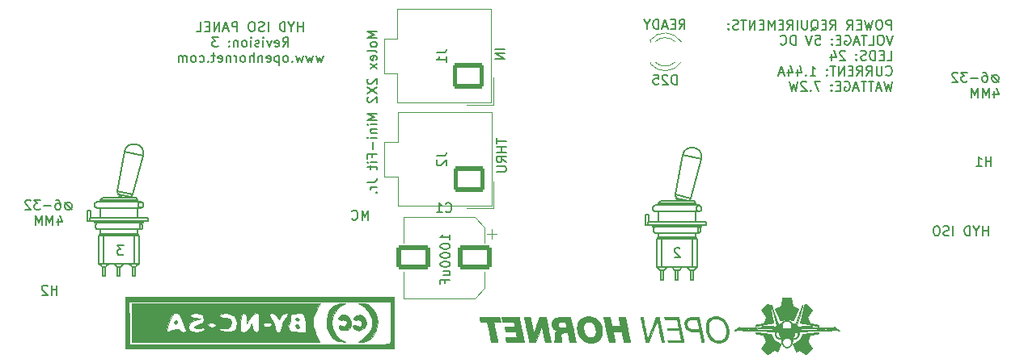
<source format=gbr>
%TF.GenerationSoftware,KiCad,Pcbnew,(6.0.9)*%
%TF.CreationDate,2023-04-01T13:25:34-08:00*%
%TF.ProjectId,HYD ISO PANEL,48594420-4953-44f2-9050-414e454c2e6b,3*%
%TF.SameCoordinates,Original*%
%TF.FileFunction,Legend,Bot*%
%TF.FilePolarity,Positive*%
%FSLAX46Y46*%
G04 Gerber Fmt 4.6, Leading zero omitted, Abs format (unit mm)*
G04 Created by KiCad (PCBNEW (6.0.9)) date 2023-04-01 13:25:34*
%MOMM*%
%LPD*%
G01*
G04 APERTURE LIST*
G04 Aperture macros list*
%AMRoundRect*
0 Rectangle with rounded corners*
0 $1 Rounding radius*
0 $2 $3 $4 $5 $6 $7 $8 $9 X,Y pos of 4 corners*
0 Add a 4 corners polygon primitive as box body*
4,1,4,$2,$3,$4,$5,$6,$7,$8,$9,$2,$3,0*
0 Add four circle primitives for the rounded corners*
1,1,$1+$1,$2,$3*
1,1,$1+$1,$4,$5*
1,1,$1+$1,$6,$7*
1,1,$1+$1,$8,$9*
0 Add four rect primitives between the rounded corners*
20,1,$1+$1,$2,$3,$4,$5,0*
20,1,$1+$1,$4,$5,$6,$7,0*
20,1,$1+$1,$6,$7,$8,$9,0*
20,1,$1+$1,$8,$9,$2,$3,0*%
G04 Aperture macros list end*
%ADD10C,0.150000*%
%ADD11C,0.200000*%
%ADD12C,0.010000*%
%ADD13C,0.120000*%
%ADD14C,4.300000*%
%ADD15C,12.700000*%
%ADD16C,3.572000*%
%ADD17RoundRect,0.250000X1.500000X1.000000X-1.500000X1.000000X-1.500000X-1.000000X1.500000X-1.000000X0*%
%ADD18RoundRect,0.250001X1.399999X-1.099999X1.399999X1.099999X-1.399999X1.099999X-1.399999X-1.099999X0*%
%ADD19O,3.300000X2.700000*%
%ADD20R,1.800000X1.800000*%
%ADD21C,1.800000*%
G04 APERTURE END LIST*
D10*
X137064714Y-86669619D02*
X137017095Y-86622000D01*
X136921857Y-86574380D01*
X136683761Y-86574380D01*
X136588523Y-86622000D01*
X136540904Y-86669619D01*
X136493285Y-86764857D01*
X136493285Y-86860095D01*
X136540904Y-87002952D01*
X137112333Y-87574380D01*
X136493285Y-87574380D01*
X104465333Y-83637380D02*
X104465333Y-82637380D01*
X104132000Y-83351666D01*
X103798666Y-82637380D01*
X103798666Y-83637380D01*
X102751047Y-83542142D02*
X102798666Y-83589761D01*
X102941523Y-83637380D01*
X103036761Y-83637380D01*
X103179619Y-83589761D01*
X103274857Y-83494523D01*
X103322476Y-83399285D01*
X103370095Y-83208809D01*
X103370095Y-83065952D01*
X103322476Y-82875476D01*
X103274857Y-82780238D01*
X103179619Y-82685000D01*
X103036761Y-82637380D01*
X102941523Y-82637380D01*
X102798666Y-82685000D01*
X102751047Y-82732619D01*
X118702380Y-65701190D02*
X117702380Y-65701190D01*
X118702380Y-66177380D02*
X117702380Y-66177380D01*
X118702380Y-66748809D01*
X117702380Y-66748809D01*
X169952380Y-70135714D02*
X169952380Y-70802380D01*
X170190476Y-69754761D02*
X170428571Y-70469047D01*
X169809523Y-70469047D01*
X169428571Y-70802380D02*
X169428571Y-69802380D01*
X169095238Y-70516666D01*
X168761904Y-69802380D01*
X168761904Y-70802380D01*
X168285714Y-70802380D02*
X168285714Y-69802380D01*
X167952380Y-70516666D01*
X167619047Y-69802380D01*
X167619047Y-70802380D01*
X105352380Y-63872619D02*
X104352380Y-63872619D01*
X105066666Y-64205952D01*
X104352380Y-64539285D01*
X105352380Y-64539285D01*
X105352380Y-65158333D02*
X105304761Y-65063095D01*
X105257142Y-65015476D01*
X105161904Y-64967857D01*
X104876190Y-64967857D01*
X104780952Y-65015476D01*
X104733333Y-65063095D01*
X104685714Y-65158333D01*
X104685714Y-65301190D01*
X104733333Y-65396428D01*
X104780952Y-65444047D01*
X104876190Y-65491666D01*
X105161904Y-65491666D01*
X105257142Y-65444047D01*
X105304761Y-65396428D01*
X105352380Y-65301190D01*
X105352380Y-65158333D01*
X105352380Y-66063095D02*
X105304761Y-65967857D01*
X105209523Y-65920238D01*
X104352380Y-65920238D01*
X105304761Y-66825000D02*
X105352380Y-66729761D01*
X105352380Y-66539285D01*
X105304761Y-66444047D01*
X105209523Y-66396428D01*
X104828571Y-66396428D01*
X104733333Y-66444047D01*
X104685714Y-66539285D01*
X104685714Y-66729761D01*
X104733333Y-66825000D01*
X104828571Y-66872619D01*
X104923809Y-66872619D01*
X105019047Y-66396428D01*
X105352380Y-67205952D02*
X104685714Y-67729761D01*
X104685714Y-67205952D02*
X105352380Y-67729761D01*
X104447619Y-68825000D02*
X104400000Y-68872619D01*
X104352380Y-68967857D01*
X104352380Y-69205952D01*
X104400000Y-69301190D01*
X104447619Y-69348809D01*
X104542857Y-69396428D01*
X104638095Y-69396428D01*
X104780952Y-69348809D01*
X105352380Y-68777380D01*
X105352380Y-69396428D01*
X104352380Y-69729761D02*
X105352380Y-70396428D01*
X104352380Y-70396428D02*
X105352380Y-69729761D01*
X104447619Y-70729761D02*
X104400000Y-70777380D01*
X104352380Y-70872619D01*
X104352380Y-71110714D01*
X104400000Y-71205952D01*
X104447619Y-71253571D01*
X104542857Y-71301190D01*
X104638095Y-71301190D01*
X104780952Y-71253571D01*
X105352380Y-70682142D01*
X105352380Y-71301190D01*
X105352380Y-72491666D02*
X104352380Y-72491666D01*
X105066666Y-72825000D01*
X104352380Y-73158333D01*
X105352380Y-73158333D01*
X105352380Y-73634523D02*
X104685714Y-73634523D01*
X104352380Y-73634523D02*
X104400000Y-73586904D01*
X104447619Y-73634523D01*
X104400000Y-73682142D01*
X104352380Y-73634523D01*
X104447619Y-73634523D01*
X104685714Y-74110714D02*
X105352380Y-74110714D01*
X104780952Y-74110714D02*
X104733333Y-74158333D01*
X104685714Y-74253571D01*
X104685714Y-74396428D01*
X104733333Y-74491666D01*
X104828571Y-74539285D01*
X105352380Y-74539285D01*
X105352380Y-75015476D02*
X104685714Y-75015476D01*
X104352380Y-75015476D02*
X104400000Y-74967857D01*
X104447619Y-75015476D01*
X104400000Y-75063095D01*
X104352380Y-75015476D01*
X104447619Y-75015476D01*
X104971428Y-75491666D02*
X104971428Y-76253571D01*
X104828571Y-77063095D02*
X104828571Y-76729761D01*
X105352380Y-76729761D02*
X104352380Y-76729761D01*
X104352380Y-77205952D01*
X105352380Y-77586904D02*
X104685714Y-77586904D01*
X104352380Y-77586904D02*
X104400000Y-77539285D01*
X104447619Y-77586904D01*
X104400000Y-77634523D01*
X104352380Y-77586904D01*
X104447619Y-77586904D01*
X104685714Y-77920238D02*
X104685714Y-78301190D01*
X104352380Y-78063095D02*
X105209523Y-78063095D01*
X105304761Y-78110714D01*
X105352380Y-78205952D01*
X105352380Y-78301190D01*
X104352380Y-79682142D02*
X105066666Y-79682142D01*
X105209523Y-79634523D01*
X105304761Y-79539285D01*
X105352380Y-79396428D01*
X105352380Y-79301190D01*
X105352380Y-80158333D02*
X104685714Y-80158333D01*
X104876190Y-80158333D02*
X104780952Y-80205952D01*
X104733333Y-80253571D01*
X104685714Y-80348809D01*
X104685714Y-80444047D01*
X105257142Y-80777380D02*
X105304761Y-80825000D01*
X105352380Y-80777380D01*
X105304761Y-80729761D01*
X105257142Y-80777380D01*
X105352380Y-80777380D01*
X113002380Y-85726190D02*
X113002380Y-85154761D01*
X113002380Y-85440476D02*
X112002380Y-85440476D01*
X112145238Y-85345238D01*
X112240476Y-85250000D01*
X112288095Y-85154761D01*
X112002380Y-86345238D02*
X112002380Y-86440476D01*
X112050000Y-86535714D01*
X112097619Y-86583333D01*
X112192857Y-86630952D01*
X112383333Y-86678571D01*
X112621428Y-86678571D01*
X112811904Y-86630952D01*
X112907142Y-86583333D01*
X112954761Y-86535714D01*
X113002380Y-86440476D01*
X113002380Y-86345238D01*
X112954761Y-86250000D01*
X112907142Y-86202380D01*
X112811904Y-86154761D01*
X112621428Y-86107142D01*
X112383333Y-86107142D01*
X112192857Y-86154761D01*
X112097619Y-86202380D01*
X112050000Y-86250000D01*
X112002380Y-86345238D01*
X112002380Y-87297619D02*
X112002380Y-87392857D01*
X112050000Y-87488095D01*
X112097619Y-87535714D01*
X112192857Y-87583333D01*
X112383333Y-87630952D01*
X112621428Y-87630952D01*
X112811904Y-87583333D01*
X112907142Y-87535714D01*
X112954761Y-87488095D01*
X113002380Y-87392857D01*
X113002380Y-87297619D01*
X112954761Y-87202380D01*
X112907142Y-87154761D01*
X112811904Y-87107142D01*
X112621428Y-87059523D01*
X112383333Y-87059523D01*
X112192857Y-87107142D01*
X112097619Y-87154761D01*
X112050000Y-87202380D01*
X112002380Y-87297619D01*
X112002380Y-88250000D02*
X112002380Y-88345238D01*
X112050000Y-88440476D01*
X112097619Y-88488095D01*
X112192857Y-88535714D01*
X112383333Y-88583333D01*
X112621428Y-88583333D01*
X112811904Y-88535714D01*
X112907142Y-88488095D01*
X112954761Y-88440476D01*
X113002380Y-88345238D01*
X113002380Y-88250000D01*
X112954761Y-88154761D01*
X112907142Y-88107142D01*
X112811904Y-88059523D01*
X112621428Y-88011904D01*
X112383333Y-88011904D01*
X112192857Y-88059523D01*
X112097619Y-88107142D01*
X112050000Y-88154761D01*
X112002380Y-88250000D01*
X112335714Y-89440476D02*
X113002380Y-89440476D01*
X112335714Y-89011904D02*
X112859523Y-89011904D01*
X112954761Y-89059523D01*
X113002380Y-89154761D01*
X113002380Y-89297619D01*
X112954761Y-89392857D01*
X112907142Y-89440476D01*
X112478571Y-90250000D02*
X112478571Y-89916666D01*
X113002380Y-89916666D02*
X112002380Y-89916666D01*
X112002380Y-90392857D01*
X169330333Y-85288380D02*
X169330333Y-84288380D01*
X169330333Y-84764571D02*
X168758904Y-84764571D01*
X168758904Y-85288380D02*
X168758904Y-84288380D01*
X168092238Y-84812190D02*
X168092238Y-85288380D01*
X168425571Y-84288380D02*
X168092238Y-84812190D01*
X167758904Y-84288380D01*
X167425571Y-85288380D02*
X167425571Y-84288380D01*
X167187476Y-84288380D01*
X167044619Y-84336000D01*
X166949380Y-84431238D01*
X166901761Y-84526476D01*
X166854142Y-84716952D01*
X166854142Y-84859809D01*
X166901761Y-85050285D01*
X166949380Y-85145523D01*
X167044619Y-85240761D01*
X167187476Y-85288380D01*
X167425571Y-85288380D01*
X165663666Y-85288380D02*
X165663666Y-84288380D01*
X165235095Y-85240761D02*
X165092238Y-85288380D01*
X164854142Y-85288380D01*
X164758904Y-85240761D01*
X164711285Y-85193142D01*
X164663666Y-85097904D01*
X164663666Y-85002666D01*
X164711285Y-84907428D01*
X164758904Y-84859809D01*
X164854142Y-84812190D01*
X165044619Y-84764571D01*
X165139857Y-84716952D01*
X165187476Y-84669333D01*
X165235095Y-84574095D01*
X165235095Y-84478857D01*
X165187476Y-84383619D01*
X165139857Y-84336000D01*
X165044619Y-84288380D01*
X164806523Y-84288380D01*
X164663666Y-84336000D01*
X164044619Y-84288380D02*
X163854142Y-84288380D01*
X163758904Y-84336000D01*
X163663666Y-84431238D01*
X163616047Y-84621714D01*
X163616047Y-84955047D01*
X163663666Y-85145523D01*
X163758904Y-85240761D01*
X163854142Y-85288380D01*
X164044619Y-85288380D01*
X164139857Y-85240761D01*
X164235095Y-85145523D01*
X164282714Y-84955047D01*
X164282714Y-84621714D01*
X164235095Y-84431238D01*
X164139857Y-84336000D01*
X164044619Y-84288380D01*
X71963489Y-83535714D02*
X71963489Y-84202380D01*
X72201585Y-83154761D02*
X72439680Y-83869047D01*
X71820632Y-83869047D01*
X71439680Y-84202380D02*
X71439680Y-83202380D01*
X71106347Y-83916666D01*
X70773013Y-83202380D01*
X70773013Y-84202380D01*
X70296823Y-84202380D02*
X70296823Y-83202380D01*
X69963489Y-83916666D01*
X69630156Y-83202380D01*
X69630156Y-84202380D01*
X78819333Y-86320380D02*
X78200285Y-86320380D01*
X78533619Y-86701333D01*
X78390761Y-86701333D01*
X78295523Y-86748952D01*
X78247904Y-86796571D01*
X78200285Y-86891809D01*
X78200285Y-87129904D01*
X78247904Y-87225142D01*
X78295523Y-87272761D01*
X78390761Y-87320380D01*
X78676476Y-87320380D01*
X78771714Y-87272761D01*
X78819333Y-87225142D01*
X117902380Y-75066666D02*
X117902380Y-75638095D01*
X118902380Y-75352380D02*
X117902380Y-75352380D01*
X118902380Y-75971428D02*
X117902380Y-75971428D01*
X118378571Y-75971428D02*
X118378571Y-76542857D01*
X118902380Y-76542857D02*
X117902380Y-76542857D01*
X118902380Y-77590476D02*
X118426190Y-77257142D01*
X118902380Y-77019047D02*
X117902380Y-77019047D01*
X117902380Y-77400000D01*
X117950000Y-77495238D01*
X117997619Y-77542857D01*
X118092857Y-77590476D01*
X118235714Y-77590476D01*
X118330952Y-77542857D01*
X118378571Y-77495238D01*
X118426190Y-77400000D01*
X118426190Y-77019047D01*
X117902380Y-78019047D02*
X118711904Y-78019047D01*
X118807142Y-78066666D01*
X118854761Y-78114285D01*
X118902380Y-78209523D01*
X118902380Y-78400000D01*
X118854761Y-78495238D01*
X118807142Y-78542857D01*
X118711904Y-78590476D01*
X117902380Y-78590476D01*
X159227204Y-63653380D02*
X159227204Y-62653380D01*
X158846252Y-62653380D01*
X158751014Y-62701000D01*
X158703395Y-62748619D01*
X158655776Y-62843857D01*
X158655776Y-62986714D01*
X158703395Y-63081952D01*
X158751014Y-63129571D01*
X158846252Y-63177190D01*
X159227204Y-63177190D01*
X158036728Y-62653380D02*
X157846252Y-62653380D01*
X157751014Y-62701000D01*
X157655776Y-62796238D01*
X157608157Y-62986714D01*
X157608157Y-63320047D01*
X157655776Y-63510523D01*
X157751014Y-63605761D01*
X157846252Y-63653380D01*
X158036728Y-63653380D01*
X158131966Y-63605761D01*
X158227204Y-63510523D01*
X158274823Y-63320047D01*
X158274823Y-62986714D01*
X158227204Y-62796238D01*
X158131966Y-62701000D01*
X158036728Y-62653380D01*
X157274823Y-62653380D02*
X157036728Y-63653380D01*
X156846252Y-62939095D01*
X156655776Y-63653380D01*
X156417680Y-62653380D01*
X156036728Y-63129571D02*
X155703395Y-63129571D01*
X155560538Y-63653380D02*
X156036728Y-63653380D01*
X156036728Y-62653380D01*
X155560538Y-62653380D01*
X154560538Y-63653380D02*
X154893871Y-63177190D01*
X155131966Y-63653380D02*
X155131966Y-62653380D01*
X154751014Y-62653380D01*
X154655776Y-62701000D01*
X154608157Y-62748619D01*
X154560538Y-62843857D01*
X154560538Y-62986714D01*
X154608157Y-63081952D01*
X154655776Y-63129571D01*
X154751014Y-63177190D01*
X155131966Y-63177190D01*
X152798633Y-63653380D02*
X153131966Y-63177190D01*
X153370061Y-63653380D02*
X153370061Y-62653380D01*
X152989109Y-62653380D01*
X152893871Y-62701000D01*
X152846252Y-62748619D01*
X152798633Y-62843857D01*
X152798633Y-62986714D01*
X152846252Y-63081952D01*
X152893871Y-63129571D01*
X152989109Y-63177190D01*
X153370061Y-63177190D01*
X152370061Y-63129571D02*
X152036728Y-63129571D01*
X151893871Y-63653380D02*
X152370061Y-63653380D01*
X152370061Y-62653380D01*
X151893871Y-62653380D01*
X150798633Y-63748619D02*
X150893871Y-63701000D01*
X150989109Y-63605761D01*
X151131966Y-63462904D01*
X151227204Y-63415285D01*
X151322442Y-63415285D01*
X151274823Y-63653380D02*
X151370061Y-63605761D01*
X151465300Y-63510523D01*
X151512919Y-63320047D01*
X151512919Y-62986714D01*
X151465300Y-62796238D01*
X151370061Y-62701000D01*
X151274823Y-62653380D01*
X151084347Y-62653380D01*
X150989109Y-62701000D01*
X150893871Y-62796238D01*
X150846252Y-62986714D01*
X150846252Y-63320047D01*
X150893871Y-63510523D01*
X150989109Y-63605761D01*
X151084347Y-63653380D01*
X151274823Y-63653380D01*
X150417680Y-62653380D02*
X150417680Y-63462904D01*
X150370061Y-63558142D01*
X150322442Y-63605761D01*
X150227204Y-63653380D01*
X150036728Y-63653380D01*
X149941490Y-63605761D01*
X149893871Y-63558142D01*
X149846252Y-63462904D01*
X149846252Y-62653380D01*
X149370061Y-63653380D02*
X149370061Y-62653380D01*
X148322442Y-63653380D02*
X148655776Y-63177190D01*
X148893871Y-63653380D02*
X148893871Y-62653380D01*
X148512919Y-62653380D01*
X148417680Y-62701000D01*
X148370061Y-62748619D01*
X148322442Y-62843857D01*
X148322442Y-62986714D01*
X148370061Y-63081952D01*
X148417680Y-63129571D01*
X148512919Y-63177190D01*
X148893871Y-63177190D01*
X147893871Y-63129571D02*
X147560538Y-63129571D01*
X147417680Y-63653380D02*
X147893871Y-63653380D01*
X147893871Y-62653380D01*
X147417680Y-62653380D01*
X146989109Y-63653380D02*
X146989109Y-62653380D01*
X146655776Y-63367666D01*
X146322442Y-62653380D01*
X146322442Y-63653380D01*
X145846252Y-63129571D02*
X145512919Y-63129571D01*
X145370061Y-63653380D02*
X145846252Y-63653380D01*
X145846252Y-62653380D01*
X145370061Y-62653380D01*
X144941490Y-63653380D02*
X144941490Y-62653380D01*
X144370061Y-63653380D01*
X144370061Y-62653380D01*
X144036728Y-62653380D02*
X143465300Y-62653380D01*
X143751014Y-63653380D02*
X143751014Y-62653380D01*
X143179585Y-63605761D02*
X143036728Y-63653380D01*
X142798633Y-63653380D01*
X142703395Y-63605761D01*
X142655776Y-63558142D01*
X142608157Y-63462904D01*
X142608157Y-63367666D01*
X142655776Y-63272428D01*
X142703395Y-63224809D01*
X142798633Y-63177190D01*
X142989109Y-63129571D01*
X143084347Y-63081952D01*
X143131966Y-63034333D01*
X143179585Y-62939095D01*
X143179585Y-62843857D01*
X143131966Y-62748619D01*
X143084347Y-62701000D01*
X142989109Y-62653380D01*
X142751014Y-62653380D01*
X142608157Y-62701000D01*
X142179585Y-63558142D02*
X142131966Y-63605761D01*
X142179585Y-63653380D01*
X142227204Y-63605761D01*
X142179585Y-63558142D01*
X142179585Y-63653380D01*
X142179585Y-63034333D02*
X142131966Y-63081952D01*
X142179585Y-63129571D01*
X142227204Y-63081952D01*
X142179585Y-63034333D01*
X142179585Y-63129571D01*
X159370061Y-64263380D02*
X159036728Y-65263380D01*
X158703395Y-64263380D01*
X158179585Y-64263380D02*
X157989109Y-64263380D01*
X157893871Y-64311000D01*
X157798633Y-64406238D01*
X157751014Y-64596714D01*
X157751014Y-64930047D01*
X157798633Y-65120523D01*
X157893871Y-65215761D01*
X157989109Y-65263380D01*
X158179585Y-65263380D01*
X158274823Y-65215761D01*
X158370061Y-65120523D01*
X158417680Y-64930047D01*
X158417680Y-64596714D01*
X158370061Y-64406238D01*
X158274823Y-64311000D01*
X158179585Y-64263380D01*
X156846252Y-65263380D02*
X157322442Y-65263380D01*
X157322442Y-64263380D01*
X156655776Y-64263380D02*
X156084347Y-64263380D01*
X156370061Y-65263380D02*
X156370061Y-64263380D01*
X155798633Y-64977666D02*
X155322442Y-64977666D01*
X155893871Y-65263380D02*
X155560538Y-64263380D01*
X155227204Y-65263380D01*
X154370061Y-64311000D02*
X154465300Y-64263380D01*
X154608157Y-64263380D01*
X154751014Y-64311000D01*
X154846252Y-64406238D01*
X154893871Y-64501476D01*
X154941490Y-64691952D01*
X154941490Y-64834809D01*
X154893871Y-65025285D01*
X154846252Y-65120523D01*
X154751014Y-65215761D01*
X154608157Y-65263380D01*
X154512919Y-65263380D01*
X154370061Y-65215761D01*
X154322442Y-65168142D01*
X154322442Y-64834809D01*
X154512919Y-64834809D01*
X153893871Y-64739571D02*
X153560538Y-64739571D01*
X153417680Y-65263380D02*
X153893871Y-65263380D01*
X153893871Y-64263380D01*
X153417680Y-64263380D01*
X152989109Y-65168142D02*
X152941490Y-65215761D01*
X152989109Y-65263380D01*
X153036728Y-65215761D01*
X152989109Y-65168142D01*
X152989109Y-65263380D01*
X152989109Y-64644333D02*
X152941490Y-64691952D01*
X152989109Y-64739571D01*
X153036728Y-64691952D01*
X152989109Y-64644333D01*
X152989109Y-64739571D01*
X151274823Y-64263380D02*
X151751014Y-64263380D01*
X151798633Y-64739571D01*
X151751014Y-64691952D01*
X151655776Y-64644333D01*
X151417680Y-64644333D01*
X151322442Y-64691952D01*
X151274823Y-64739571D01*
X151227204Y-64834809D01*
X151227204Y-65072904D01*
X151274823Y-65168142D01*
X151322442Y-65215761D01*
X151417680Y-65263380D01*
X151655776Y-65263380D01*
X151751014Y-65215761D01*
X151798633Y-65168142D01*
X150941490Y-64263380D02*
X150608157Y-65263380D01*
X150274823Y-64263380D01*
X149179585Y-65263380D02*
X149179585Y-64263380D01*
X148941490Y-64263380D01*
X148798633Y-64311000D01*
X148703395Y-64406238D01*
X148655776Y-64501476D01*
X148608157Y-64691952D01*
X148608157Y-64834809D01*
X148655776Y-65025285D01*
X148703395Y-65120523D01*
X148798633Y-65215761D01*
X148941490Y-65263380D01*
X149179585Y-65263380D01*
X147608157Y-65168142D02*
X147655776Y-65215761D01*
X147798633Y-65263380D01*
X147893871Y-65263380D01*
X148036728Y-65215761D01*
X148131966Y-65120523D01*
X148179585Y-65025285D01*
X148227204Y-64834809D01*
X148227204Y-64691952D01*
X148179585Y-64501476D01*
X148131966Y-64406238D01*
X148036728Y-64311000D01*
X147893871Y-64263380D01*
X147798633Y-64263380D01*
X147655776Y-64311000D01*
X147608157Y-64358619D01*
X158751014Y-66873380D02*
X159227204Y-66873380D01*
X159227204Y-65873380D01*
X158417680Y-66349571D02*
X158084347Y-66349571D01*
X157941490Y-66873380D02*
X158417680Y-66873380D01*
X158417680Y-65873380D01*
X157941490Y-65873380D01*
X157512919Y-66873380D02*
X157512919Y-65873380D01*
X157274823Y-65873380D01*
X157131966Y-65921000D01*
X157036728Y-66016238D01*
X156989109Y-66111476D01*
X156941490Y-66301952D01*
X156941490Y-66444809D01*
X156989109Y-66635285D01*
X157036728Y-66730523D01*
X157131966Y-66825761D01*
X157274823Y-66873380D01*
X157512919Y-66873380D01*
X156560538Y-66825761D02*
X156417680Y-66873380D01*
X156179585Y-66873380D01*
X156084347Y-66825761D01*
X156036728Y-66778142D01*
X155989109Y-66682904D01*
X155989109Y-66587666D01*
X156036728Y-66492428D01*
X156084347Y-66444809D01*
X156179585Y-66397190D01*
X156370061Y-66349571D01*
X156465300Y-66301952D01*
X156512919Y-66254333D01*
X156560538Y-66159095D01*
X156560538Y-66063857D01*
X156512919Y-65968619D01*
X156465300Y-65921000D01*
X156370061Y-65873380D01*
X156131966Y-65873380D01*
X155989109Y-65921000D01*
X155560538Y-66778142D02*
X155512919Y-66825761D01*
X155560538Y-66873380D01*
X155608157Y-66825761D01*
X155560538Y-66778142D01*
X155560538Y-66873380D01*
X155560538Y-66254333D02*
X155512919Y-66301952D01*
X155560538Y-66349571D01*
X155608157Y-66301952D01*
X155560538Y-66254333D01*
X155560538Y-66349571D01*
X154370061Y-65968619D02*
X154322442Y-65921000D01*
X154227204Y-65873380D01*
X153989109Y-65873380D01*
X153893871Y-65921000D01*
X153846252Y-65968619D01*
X153798633Y-66063857D01*
X153798633Y-66159095D01*
X153846252Y-66301952D01*
X154417680Y-66873380D01*
X153798633Y-66873380D01*
X152941490Y-66206714D02*
X152941490Y-66873380D01*
X153179585Y-65825761D02*
X153417680Y-66540047D01*
X152798633Y-66540047D01*
X158655776Y-68388142D02*
X158703395Y-68435761D01*
X158846252Y-68483380D01*
X158941490Y-68483380D01*
X159084347Y-68435761D01*
X159179585Y-68340523D01*
X159227204Y-68245285D01*
X159274823Y-68054809D01*
X159274823Y-67911952D01*
X159227204Y-67721476D01*
X159179585Y-67626238D01*
X159084347Y-67531000D01*
X158941490Y-67483380D01*
X158846252Y-67483380D01*
X158703395Y-67531000D01*
X158655776Y-67578619D01*
X158227204Y-67483380D02*
X158227204Y-68292904D01*
X158179585Y-68388142D01*
X158131966Y-68435761D01*
X158036728Y-68483380D01*
X157846252Y-68483380D01*
X157751014Y-68435761D01*
X157703395Y-68388142D01*
X157655776Y-68292904D01*
X157655776Y-67483380D01*
X156608157Y-68483380D02*
X156941490Y-68007190D01*
X157179585Y-68483380D02*
X157179585Y-67483380D01*
X156798633Y-67483380D01*
X156703395Y-67531000D01*
X156655776Y-67578619D01*
X156608157Y-67673857D01*
X156608157Y-67816714D01*
X156655776Y-67911952D01*
X156703395Y-67959571D01*
X156798633Y-68007190D01*
X157179585Y-68007190D01*
X155608157Y-68483380D02*
X155941490Y-68007190D01*
X156179585Y-68483380D02*
X156179585Y-67483380D01*
X155798633Y-67483380D01*
X155703395Y-67531000D01*
X155655776Y-67578619D01*
X155608157Y-67673857D01*
X155608157Y-67816714D01*
X155655776Y-67911952D01*
X155703395Y-67959571D01*
X155798633Y-68007190D01*
X156179585Y-68007190D01*
X155179585Y-67959571D02*
X154846252Y-67959571D01*
X154703395Y-68483380D02*
X155179585Y-68483380D01*
X155179585Y-67483380D01*
X154703395Y-67483380D01*
X154274823Y-68483380D02*
X154274823Y-67483380D01*
X153703395Y-68483380D01*
X153703395Y-67483380D01*
X153370061Y-67483380D02*
X152798633Y-67483380D01*
X153084347Y-68483380D02*
X153084347Y-67483380D01*
X152465300Y-68388142D02*
X152417680Y-68435761D01*
X152465300Y-68483380D01*
X152512919Y-68435761D01*
X152465300Y-68388142D01*
X152465300Y-68483380D01*
X152465300Y-67864333D02*
X152417680Y-67911952D01*
X152465300Y-67959571D01*
X152512919Y-67911952D01*
X152465300Y-67864333D01*
X152465300Y-67959571D01*
X150703395Y-68483380D02*
X151274823Y-68483380D01*
X150989109Y-68483380D02*
X150989109Y-67483380D01*
X151084347Y-67626238D01*
X151179585Y-67721476D01*
X151274823Y-67769095D01*
X150274823Y-68388142D02*
X150227204Y-68435761D01*
X150274823Y-68483380D01*
X150322442Y-68435761D01*
X150274823Y-68388142D01*
X150274823Y-68483380D01*
X149370061Y-67816714D02*
X149370061Y-68483380D01*
X149608157Y-67435761D02*
X149846252Y-68150047D01*
X149227204Y-68150047D01*
X148417680Y-67816714D02*
X148417680Y-68483380D01*
X148655776Y-67435761D02*
X148893871Y-68150047D01*
X148274823Y-68150047D01*
X147941490Y-68197666D02*
X147465300Y-68197666D01*
X148036728Y-68483380D02*
X147703395Y-67483380D01*
X147370061Y-68483380D01*
X159322442Y-69093380D02*
X159084347Y-70093380D01*
X158893871Y-69379095D01*
X158703395Y-70093380D01*
X158465300Y-69093380D01*
X158131966Y-69807666D02*
X157655776Y-69807666D01*
X158227204Y-70093380D02*
X157893871Y-69093380D01*
X157560538Y-70093380D01*
X157370061Y-69093380D02*
X156798633Y-69093380D01*
X157084347Y-70093380D02*
X157084347Y-69093380D01*
X156608157Y-69093380D02*
X156036728Y-69093380D01*
X156322442Y-70093380D02*
X156322442Y-69093380D01*
X155751014Y-69807666D02*
X155274823Y-69807666D01*
X155846252Y-70093380D02*
X155512919Y-69093380D01*
X155179585Y-70093380D01*
X154322442Y-69141000D02*
X154417680Y-69093380D01*
X154560538Y-69093380D01*
X154703395Y-69141000D01*
X154798633Y-69236238D01*
X154846252Y-69331476D01*
X154893871Y-69521952D01*
X154893871Y-69664809D01*
X154846252Y-69855285D01*
X154798633Y-69950523D01*
X154703395Y-70045761D01*
X154560538Y-70093380D01*
X154465300Y-70093380D01*
X154322442Y-70045761D01*
X154274823Y-69998142D01*
X154274823Y-69664809D01*
X154465300Y-69664809D01*
X153846252Y-69569571D02*
X153512919Y-69569571D01*
X153370061Y-70093380D02*
X153846252Y-70093380D01*
X153846252Y-69093380D01*
X153370061Y-69093380D01*
X152941490Y-69998142D02*
X152893871Y-70045761D01*
X152941490Y-70093380D01*
X152989109Y-70045761D01*
X152941490Y-69998142D01*
X152941490Y-70093380D01*
X152941490Y-69474333D02*
X152893871Y-69521952D01*
X152941490Y-69569571D01*
X152989109Y-69521952D01*
X152941490Y-69474333D01*
X152941490Y-69569571D01*
X151798633Y-69093380D02*
X151131966Y-69093380D01*
X151560538Y-70093380D01*
X150751014Y-69998142D02*
X150703395Y-70045761D01*
X150751014Y-70093380D01*
X150798633Y-70045761D01*
X150751014Y-69998142D01*
X150751014Y-70093380D01*
X150322442Y-69188619D02*
X150274823Y-69141000D01*
X150179585Y-69093380D01*
X149941490Y-69093380D01*
X149846252Y-69141000D01*
X149798633Y-69188619D01*
X149751014Y-69283857D01*
X149751014Y-69379095D01*
X149798633Y-69521952D01*
X150370061Y-70093380D01*
X149751014Y-70093380D01*
X149417680Y-69093380D02*
X149179585Y-70093380D01*
X148989109Y-69379095D01*
X148798633Y-70093380D01*
X148560538Y-69093380D01*
X97649609Y-63840980D02*
X97649609Y-62840980D01*
X97649609Y-63317171D02*
X97078180Y-63317171D01*
X97078180Y-63840980D02*
X97078180Y-62840980D01*
X96411514Y-63364790D02*
X96411514Y-63840980D01*
X96744847Y-62840980D02*
X96411514Y-63364790D01*
X96078180Y-62840980D01*
X95744847Y-63840980D02*
X95744847Y-62840980D01*
X95506752Y-62840980D01*
X95363895Y-62888600D01*
X95268657Y-62983838D01*
X95221038Y-63079076D01*
X95173419Y-63269552D01*
X95173419Y-63412409D01*
X95221038Y-63602885D01*
X95268657Y-63698123D01*
X95363895Y-63793361D01*
X95506752Y-63840980D01*
X95744847Y-63840980D01*
X93982942Y-63840980D02*
X93982942Y-62840980D01*
X93554371Y-63793361D02*
X93411514Y-63840980D01*
X93173419Y-63840980D01*
X93078180Y-63793361D01*
X93030561Y-63745742D01*
X92982942Y-63650504D01*
X92982942Y-63555266D01*
X93030561Y-63460028D01*
X93078180Y-63412409D01*
X93173419Y-63364790D01*
X93363895Y-63317171D01*
X93459133Y-63269552D01*
X93506752Y-63221933D01*
X93554371Y-63126695D01*
X93554371Y-63031457D01*
X93506752Y-62936219D01*
X93459133Y-62888600D01*
X93363895Y-62840980D01*
X93125800Y-62840980D01*
X92982942Y-62888600D01*
X92363895Y-62840980D02*
X92173419Y-62840980D01*
X92078180Y-62888600D01*
X91982942Y-62983838D01*
X91935323Y-63174314D01*
X91935323Y-63507647D01*
X91982942Y-63698123D01*
X92078180Y-63793361D01*
X92173419Y-63840980D01*
X92363895Y-63840980D01*
X92459133Y-63793361D01*
X92554371Y-63698123D01*
X92601990Y-63507647D01*
X92601990Y-63174314D01*
X92554371Y-62983838D01*
X92459133Y-62888600D01*
X92363895Y-62840980D01*
X90744847Y-63840980D02*
X90744847Y-62840980D01*
X90363895Y-62840980D01*
X90268657Y-62888600D01*
X90221038Y-62936219D01*
X90173419Y-63031457D01*
X90173419Y-63174314D01*
X90221038Y-63269552D01*
X90268657Y-63317171D01*
X90363895Y-63364790D01*
X90744847Y-63364790D01*
X89792466Y-63555266D02*
X89316276Y-63555266D01*
X89887704Y-63840980D02*
X89554371Y-62840980D01*
X89221038Y-63840980D01*
X88887704Y-63840980D02*
X88887704Y-62840980D01*
X88316276Y-63840980D01*
X88316276Y-62840980D01*
X87840085Y-63317171D02*
X87506752Y-63317171D01*
X87363895Y-63840980D02*
X87840085Y-63840980D01*
X87840085Y-62840980D01*
X87363895Y-62840980D01*
X86459133Y-63840980D02*
X86935323Y-63840980D01*
X86935323Y-62840980D01*
X95506752Y-65450980D02*
X95840085Y-64974790D01*
X96078180Y-65450980D02*
X96078180Y-64450980D01*
X95697228Y-64450980D01*
X95601990Y-64498600D01*
X95554371Y-64546219D01*
X95506752Y-64641457D01*
X95506752Y-64784314D01*
X95554371Y-64879552D01*
X95601990Y-64927171D01*
X95697228Y-64974790D01*
X96078180Y-64974790D01*
X94697228Y-65403361D02*
X94792466Y-65450980D01*
X94982942Y-65450980D01*
X95078180Y-65403361D01*
X95125800Y-65308123D01*
X95125800Y-64927171D01*
X95078180Y-64831933D01*
X94982942Y-64784314D01*
X94792466Y-64784314D01*
X94697228Y-64831933D01*
X94649609Y-64927171D01*
X94649609Y-65022409D01*
X95125800Y-65117647D01*
X94316276Y-64784314D02*
X94078180Y-65450980D01*
X93840085Y-64784314D01*
X93459133Y-65450980D02*
X93459133Y-64784314D01*
X93459133Y-64450980D02*
X93506752Y-64498600D01*
X93459133Y-64546219D01*
X93411514Y-64498600D01*
X93459133Y-64450980D01*
X93459133Y-64546219D01*
X93030561Y-65403361D02*
X92935323Y-65450980D01*
X92744847Y-65450980D01*
X92649609Y-65403361D01*
X92601990Y-65308123D01*
X92601990Y-65260504D01*
X92649609Y-65165266D01*
X92744847Y-65117647D01*
X92887704Y-65117647D01*
X92982942Y-65070028D01*
X93030561Y-64974790D01*
X93030561Y-64927171D01*
X92982942Y-64831933D01*
X92887704Y-64784314D01*
X92744847Y-64784314D01*
X92649609Y-64831933D01*
X92173419Y-65450980D02*
X92173419Y-64784314D01*
X92173419Y-64450980D02*
X92221038Y-64498600D01*
X92173419Y-64546219D01*
X92125800Y-64498600D01*
X92173419Y-64450980D01*
X92173419Y-64546219D01*
X91554371Y-65450980D02*
X91649609Y-65403361D01*
X91697228Y-65355742D01*
X91744847Y-65260504D01*
X91744847Y-64974790D01*
X91697228Y-64879552D01*
X91649609Y-64831933D01*
X91554371Y-64784314D01*
X91411514Y-64784314D01*
X91316276Y-64831933D01*
X91268657Y-64879552D01*
X91221038Y-64974790D01*
X91221038Y-65260504D01*
X91268657Y-65355742D01*
X91316276Y-65403361D01*
X91411514Y-65450980D01*
X91554371Y-65450980D01*
X90792466Y-64784314D02*
X90792466Y-65450980D01*
X90792466Y-64879552D02*
X90744847Y-64831933D01*
X90649609Y-64784314D01*
X90506752Y-64784314D01*
X90411514Y-64831933D01*
X90363895Y-64927171D01*
X90363895Y-65450980D01*
X89887704Y-65355742D02*
X89840085Y-65403361D01*
X89887704Y-65450980D01*
X89935323Y-65403361D01*
X89887704Y-65355742D01*
X89887704Y-65450980D01*
X89887704Y-64831933D02*
X89840085Y-64879552D01*
X89887704Y-64927171D01*
X89935323Y-64879552D01*
X89887704Y-64831933D01*
X89887704Y-64927171D01*
X88744847Y-64450980D02*
X88125800Y-64450980D01*
X88459133Y-64831933D01*
X88316276Y-64831933D01*
X88221038Y-64879552D01*
X88173419Y-64927171D01*
X88125800Y-65022409D01*
X88125800Y-65260504D01*
X88173419Y-65355742D01*
X88221038Y-65403361D01*
X88316276Y-65450980D01*
X88601990Y-65450980D01*
X88697228Y-65403361D01*
X88744847Y-65355742D01*
X99744847Y-66394314D02*
X99554371Y-67060980D01*
X99363895Y-66584790D01*
X99173419Y-67060980D01*
X98982942Y-66394314D01*
X98697228Y-66394314D02*
X98506752Y-67060980D01*
X98316276Y-66584790D01*
X98125800Y-67060980D01*
X97935323Y-66394314D01*
X97649609Y-66394314D02*
X97459133Y-67060980D01*
X97268657Y-66584790D01*
X97078180Y-67060980D01*
X96887704Y-66394314D01*
X96506752Y-66965742D02*
X96459133Y-67013361D01*
X96506752Y-67060980D01*
X96554371Y-67013361D01*
X96506752Y-66965742D01*
X96506752Y-67060980D01*
X95887704Y-67060980D02*
X95982942Y-67013361D01*
X96030561Y-66965742D01*
X96078180Y-66870504D01*
X96078180Y-66584790D01*
X96030561Y-66489552D01*
X95982942Y-66441933D01*
X95887704Y-66394314D01*
X95744847Y-66394314D01*
X95649609Y-66441933D01*
X95601990Y-66489552D01*
X95554371Y-66584790D01*
X95554371Y-66870504D01*
X95601990Y-66965742D01*
X95649609Y-67013361D01*
X95744847Y-67060980D01*
X95887704Y-67060980D01*
X95125800Y-66394314D02*
X95125800Y-67394314D01*
X95125800Y-66441933D02*
X95030561Y-66394314D01*
X94840085Y-66394314D01*
X94744847Y-66441933D01*
X94697228Y-66489552D01*
X94649609Y-66584790D01*
X94649609Y-66870504D01*
X94697228Y-66965742D01*
X94744847Y-67013361D01*
X94840085Y-67060980D01*
X95030561Y-67060980D01*
X95125800Y-67013361D01*
X93840085Y-67013361D02*
X93935323Y-67060980D01*
X94125800Y-67060980D01*
X94221038Y-67013361D01*
X94268657Y-66918123D01*
X94268657Y-66537171D01*
X94221038Y-66441933D01*
X94125800Y-66394314D01*
X93935323Y-66394314D01*
X93840085Y-66441933D01*
X93792466Y-66537171D01*
X93792466Y-66632409D01*
X94268657Y-66727647D01*
X93363895Y-66394314D02*
X93363895Y-67060980D01*
X93363895Y-66489552D02*
X93316276Y-66441933D01*
X93221038Y-66394314D01*
X93078180Y-66394314D01*
X92982942Y-66441933D01*
X92935323Y-66537171D01*
X92935323Y-67060980D01*
X92459133Y-67060980D02*
X92459133Y-66060980D01*
X92030561Y-67060980D02*
X92030561Y-66537171D01*
X92078180Y-66441933D01*
X92173419Y-66394314D01*
X92316276Y-66394314D01*
X92411514Y-66441933D01*
X92459133Y-66489552D01*
X91411514Y-67060980D02*
X91506752Y-67013361D01*
X91554371Y-66965742D01*
X91601990Y-66870504D01*
X91601990Y-66584790D01*
X91554371Y-66489552D01*
X91506752Y-66441933D01*
X91411514Y-66394314D01*
X91268657Y-66394314D01*
X91173419Y-66441933D01*
X91125800Y-66489552D01*
X91078180Y-66584790D01*
X91078180Y-66870504D01*
X91125800Y-66965742D01*
X91173419Y-67013361D01*
X91268657Y-67060980D01*
X91411514Y-67060980D01*
X90649609Y-67060980D02*
X90649609Y-66394314D01*
X90649609Y-66584790D02*
X90601990Y-66489552D01*
X90554371Y-66441933D01*
X90459133Y-66394314D01*
X90363895Y-66394314D01*
X90030561Y-66394314D02*
X90030561Y-67060980D01*
X90030561Y-66489552D02*
X89982942Y-66441933D01*
X89887704Y-66394314D01*
X89744847Y-66394314D01*
X89649609Y-66441933D01*
X89601990Y-66537171D01*
X89601990Y-67060980D01*
X88744847Y-67013361D02*
X88840085Y-67060980D01*
X89030561Y-67060980D01*
X89125800Y-67013361D01*
X89173419Y-66918123D01*
X89173419Y-66537171D01*
X89125800Y-66441933D01*
X89030561Y-66394314D01*
X88840085Y-66394314D01*
X88744847Y-66441933D01*
X88697228Y-66537171D01*
X88697228Y-66632409D01*
X89173419Y-66727647D01*
X88411514Y-66394314D02*
X88030561Y-66394314D01*
X88268657Y-66060980D02*
X88268657Y-66918123D01*
X88221038Y-67013361D01*
X88125800Y-67060980D01*
X88030561Y-67060980D01*
X87697228Y-66965742D02*
X87649609Y-67013361D01*
X87697228Y-67060980D01*
X87744847Y-67013361D01*
X87697228Y-66965742D01*
X87697228Y-67060980D01*
X86792466Y-67013361D02*
X86887704Y-67060980D01*
X87078180Y-67060980D01*
X87173419Y-67013361D01*
X87221038Y-66965742D01*
X87268657Y-66870504D01*
X87268657Y-66584790D01*
X87221038Y-66489552D01*
X87173419Y-66441933D01*
X87078180Y-66394314D01*
X86887704Y-66394314D01*
X86792466Y-66441933D01*
X86221038Y-67060980D02*
X86316276Y-67013361D01*
X86363895Y-66965742D01*
X86411514Y-66870504D01*
X86411514Y-66584790D01*
X86363895Y-66489552D01*
X86316276Y-66441933D01*
X86221038Y-66394314D01*
X86078180Y-66394314D01*
X85982942Y-66441933D01*
X85935323Y-66489552D01*
X85887704Y-66584790D01*
X85887704Y-66870504D01*
X85935323Y-66965742D01*
X85982942Y-67013361D01*
X86078180Y-67060980D01*
X86221038Y-67060980D01*
X85459133Y-67060980D02*
X85459133Y-66394314D01*
X85459133Y-66489552D02*
X85411514Y-66441933D01*
X85316276Y-66394314D01*
X85173419Y-66394314D01*
X85078180Y-66441933D01*
X85030561Y-66537171D01*
X85030561Y-67060980D01*
X85030561Y-66537171D02*
X84982942Y-66441933D01*
X84887704Y-66394314D01*
X84744847Y-66394314D01*
X84649609Y-66441933D01*
X84601990Y-66537171D01*
X84601990Y-67060980D01*
X137000000Y-63602380D02*
X137333333Y-63126190D01*
X137571428Y-63602380D02*
X137571428Y-62602380D01*
X137190476Y-62602380D01*
X137095238Y-62650000D01*
X137047619Y-62697619D01*
X137000000Y-62792857D01*
X137000000Y-62935714D01*
X137047619Y-63030952D01*
X137095238Y-63078571D01*
X137190476Y-63126190D01*
X137571428Y-63126190D01*
X136571428Y-63078571D02*
X136238095Y-63078571D01*
X136095238Y-63602380D02*
X136571428Y-63602380D01*
X136571428Y-62602380D01*
X136095238Y-62602380D01*
X135714285Y-63316666D02*
X135238095Y-63316666D01*
X135809523Y-63602380D02*
X135476190Y-62602380D01*
X135142857Y-63602380D01*
X134809523Y-63602380D02*
X134809523Y-62602380D01*
X134571428Y-62602380D01*
X134428571Y-62650000D01*
X134333333Y-62745238D01*
X134285714Y-62840476D01*
X134238095Y-63030952D01*
X134238095Y-63173809D01*
X134285714Y-63364285D01*
X134333333Y-63459523D01*
X134428571Y-63554761D01*
X134571428Y-63602380D01*
X134809523Y-63602380D01*
X133619047Y-63126190D02*
X133619047Y-63602380D01*
X133952380Y-62602380D02*
X133619047Y-63126190D01*
X133285714Y-62602380D01*
%TO.C,REF\u002A\u002A*%
X73153966Y-81780752D02*
X72963489Y-81780752D01*
X72773013Y-81875990D01*
X72677775Y-82066466D01*
X72677775Y-82256942D01*
X72773013Y-82447418D01*
X72963489Y-82542656D01*
X73153966Y-82542656D01*
X73344442Y-82447418D01*
X73439680Y-82256942D01*
X73439680Y-82066466D01*
X73344442Y-81875990D01*
X73153966Y-81780752D01*
X72677775Y-81780752D02*
X73439680Y-82542656D01*
X71773013Y-81542656D02*
X71963489Y-81542656D01*
X72058728Y-81590276D01*
X72106347Y-81637895D01*
X72201585Y-81780752D01*
X72249204Y-81971228D01*
X72249204Y-82352180D01*
X72201585Y-82447418D01*
X72153966Y-82495037D01*
X72058728Y-82542656D01*
X71868251Y-82542656D01*
X71773013Y-82495037D01*
X71725394Y-82447418D01*
X71677775Y-82352180D01*
X71677775Y-82114085D01*
X71725394Y-82018847D01*
X71773013Y-81971228D01*
X71868251Y-81923609D01*
X72058728Y-81923609D01*
X72153966Y-81971228D01*
X72201585Y-82018847D01*
X72249204Y-82114085D01*
X71249204Y-82161704D02*
X70487299Y-82161704D01*
X70106347Y-81542656D02*
X69487299Y-81542656D01*
X69820632Y-81923609D01*
X69677775Y-81923609D01*
X69582537Y-81971228D01*
X69534918Y-82018847D01*
X69487299Y-82114085D01*
X69487299Y-82352180D01*
X69534918Y-82447418D01*
X69582537Y-82495037D01*
X69677775Y-82542656D01*
X69963489Y-82542656D01*
X70058728Y-82495037D01*
X70106347Y-82447418D01*
X69106347Y-81637895D02*
X69058728Y-81590276D01*
X68963489Y-81542656D01*
X68725394Y-81542656D01*
X68630156Y-81590276D01*
X68582537Y-81637895D01*
X68534918Y-81733133D01*
X68534918Y-81828371D01*
X68582537Y-81971228D01*
X69153966Y-82542656D01*
X68534918Y-82542656D01*
X71873013Y-91512656D02*
X71873013Y-90512656D01*
X71873013Y-90988847D02*
X71301585Y-90988847D01*
X71301585Y-91512656D02*
X71301585Y-90512656D01*
X70873013Y-90607895D02*
X70825394Y-90560276D01*
X70730156Y-90512656D01*
X70492061Y-90512656D01*
X70396823Y-90560276D01*
X70349204Y-90607895D01*
X70301585Y-90703133D01*
X70301585Y-90798371D01*
X70349204Y-90941228D01*
X70920632Y-91512656D01*
X70301585Y-91512656D01*
X169663013Y-77987156D02*
X169663013Y-76987156D01*
X169663013Y-77463347D02*
X169091585Y-77463347D01*
X169091585Y-77987156D02*
X169091585Y-76987156D01*
X168091585Y-77987156D02*
X168663013Y-77987156D01*
X168377299Y-77987156D02*
X168377299Y-76987156D01*
X168472537Y-77130014D01*
X168567775Y-77225252D01*
X168663013Y-77272871D01*
X170192857Y-68390476D02*
X170002380Y-68390476D01*
X169811904Y-68485714D01*
X169716666Y-68676190D01*
X169716666Y-68866666D01*
X169811904Y-69057142D01*
X170002380Y-69152380D01*
X170192857Y-69152380D01*
X170383333Y-69057142D01*
X170478571Y-68866666D01*
X170478571Y-68676190D01*
X170383333Y-68485714D01*
X170192857Y-68390476D01*
X169716666Y-68390476D02*
X170478571Y-69152380D01*
X168811904Y-68152380D02*
X169002380Y-68152380D01*
X169097619Y-68200000D01*
X169145238Y-68247619D01*
X169240476Y-68390476D01*
X169288095Y-68580952D01*
X169288095Y-68961904D01*
X169240476Y-69057142D01*
X169192857Y-69104761D01*
X169097619Y-69152380D01*
X168907142Y-69152380D01*
X168811904Y-69104761D01*
X168764285Y-69057142D01*
X168716666Y-68961904D01*
X168716666Y-68723809D01*
X168764285Y-68628571D01*
X168811904Y-68580952D01*
X168907142Y-68533333D01*
X169097619Y-68533333D01*
X169192857Y-68580952D01*
X169240476Y-68628571D01*
X169288095Y-68723809D01*
X168288095Y-68771428D02*
X167526190Y-68771428D01*
X167145238Y-68152380D02*
X166526190Y-68152380D01*
X166859523Y-68533333D01*
X166716666Y-68533333D01*
X166621428Y-68580952D01*
X166573809Y-68628571D01*
X166526190Y-68723809D01*
X166526190Y-68961904D01*
X166573809Y-69057142D01*
X166621428Y-69104761D01*
X166716666Y-69152380D01*
X167002380Y-69152380D01*
X167097619Y-69104761D01*
X167145238Y-69057142D01*
X166145238Y-68247619D02*
X166097619Y-68200000D01*
X166002380Y-68152380D01*
X165764285Y-68152380D01*
X165669047Y-68200000D01*
X165621428Y-68247619D01*
X165573809Y-68342857D01*
X165573809Y-68438095D01*
X165621428Y-68580952D01*
X166192857Y-69152380D01*
X165573809Y-69152380D01*
%TO.C,C1*%
X112559126Y-82749042D02*
X112606745Y-82796661D01*
X112749602Y-82844280D01*
X112844840Y-82844280D01*
X112987698Y-82796661D01*
X113082936Y-82701423D01*
X113130555Y-82606185D01*
X113178174Y-82415709D01*
X113178174Y-82272852D01*
X113130555Y-82082376D01*
X113082936Y-81987138D01*
X112987698Y-81891900D01*
X112844840Y-81844280D01*
X112749602Y-81844280D01*
X112606745Y-81891900D01*
X112559126Y-81939519D01*
X111606745Y-82844280D02*
X112178174Y-82844280D01*
X111892460Y-82844280D02*
X111892460Y-81844280D01*
X111987698Y-81987138D01*
X112082936Y-82082376D01*
X112178174Y-82129995D01*
%TO.C,J1*%
X111600676Y-66087086D02*
X112314962Y-66087086D01*
X112457819Y-66039467D01*
X112553057Y-65944229D01*
X112600676Y-65801372D01*
X112600676Y-65706134D01*
X112600676Y-67087086D02*
X112600676Y-66515658D01*
X112600676Y-66801372D02*
X111600676Y-66801372D01*
X111743534Y-66706134D01*
X111838772Y-66610896D01*
X111886391Y-66515658D01*
%TO.C,J2*%
X111617556Y-76931506D02*
X112331842Y-76931506D01*
X112474699Y-76883887D01*
X112569937Y-76788649D01*
X112617556Y-76645792D01*
X112617556Y-76550554D01*
X111712795Y-77360078D02*
X111665176Y-77407697D01*
X111617556Y-77502935D01*
X111617556Y-77741030D01*
X111665176Y-77836268D01*
X111712795Y-77883887D01*
X111808033Y-77931506D01*
X111903271Y-77931506D01*
X112046128Y-77883887D01*
X112617556Y-77312459D01*
X112617556Y-77931506D01*
%TO.C,D25*%
X136744285Y-69412380D02*
X136744285Y-68412380D01*
X136506190Y-68412380D01*
X136363333Y-68460000D01*
X136268095Y-68555238D01*
X136220476Y-68650476D01*
X136172857Y-68840952D01*
X136172857Y-68983809D01*
X136220476Y-69174285D01*
X136268095Y-69269523D01*
X136363333Y-69364761D01*
X136506190Y-69412380D01*
X136744285Y-69412380D01*
X135791904Y-68507619D02*
X135744285Y-68460000D01*
X135649047Y-68412380D01*
X135410952Y-68412380D01*
X135315714Y-68460000D01*
X135268095Y-68507619D01*
X135220476Y-68602857D01*
X135220476Y-68698095D01*
X135268095Y-68840952D01*
X135839523Y-69412380D01*
X135220476Y-69412380D01*
X134315714Y-68412380D02*
X134791904Y-68412380D01*
X134839523Y-68888571D01*
X134791904Y-68840952D01*
X134696666Y-68793333D01*
X134458571Y-68793333D01*
X134363333Y-68840952D01*
X134315714Y-68888571D01*
X134268095Y-68983809D01*
X134268095Y-69221904D01*
X134315714Y-69317142D01*
X134363333Y-69364761D01*
X134458571Y-69412380D01*
X134696666Y-69412380D01*
X134791904Y-69364761D01*
X134839523Y-69317142D01*
D11*
%TO.C,G\u002A\u002A\u002A*%
X78647803Y-81046635D02*
X78592313Y-81296934D01*
X80325533Y-81533600D02*
X80088867Y-81296934D01*
X79367200Y-88223600D02*
X79933867Y-88223600D01*
X80325533Y-81720267D02*
X80325533Y-81533600D01*
X78199258Y-80605768D02*
X78289828Y-80967273D01*
X78877200Y-88223600D02*
X79305385Y-88223600D01*
X80875674Y-81874348D02*
X80875674Y-82226586D01*
X80690639Y-83989420D02*
X80620616Y-83963934D01*
X76645762Y-88556934D02*
X76921971Y-88556934D01*
X80043867Y-88556934D02*
X80043867Y-89276934D01*
X78877200Y-88223600D02*
X78582919Y-88517881D01*
X80467200Y-85260267D02*
X80186153Y-85260267D01*
X77865969Y-88223600D02*
X77823867Y-88223600D01*
X80325533Y-81533600D02*
X76394772Y-81533600D01*
X76394772Y-82380667D02*
X76394772Y-83439000D01*
X77970403Y-82380667D02*
X76080451Y-82380667D01*
X76514913Y-85260267D02*
X76233867Y-85260267D01*
X79779095Y-88556934D02*
X80055305Y-88556934D01*
X75984559Y-82345765D02*
X76080451Y-82380667D01*
X78223867Y-89543600D02*
X78223867Y-89276934D01*
X76767200Y-87990267D02*
X76767200Y-85513600D01*
X76394772Y-84624334D02*
X76394772Y-85090267D01*
X79684814Y-88517881D02*
X79390533Y-88223600D01*
X80620616Y-84624334D02*
X80690639Y-84598847D01*
X80088867Y-81296934D02*
X76634090Y-81296934D01*
X76767200Y-85260267D02*
X76767200Y-85430267D01*
X75323099Y-83439000D02*
X75323099Y-83777667D01*
X75323099Y-83777667D02*
X81390067Y-83777667D01*
X75323099Y-83439000D02*
X81390067Y-83439000D01*
X76657200Y-89543600D02*
X76910533Y-89543600D01*
X80860900Y-83963934D02*
X80860900Y-83777667D01*
X81390067Y-83777667D02*
X81390067Y-83439000D01*
X75395667Y-82677000D02*
X75395667Y-83439000D01*
X76080451Y-81720267D02*
X75984559Y-81755168D01*
X78835097Y-88223600D02*
X78783867Y-88223600D01*
X78477200Y-88556934D02*
X78477200Y-89276934D01*
X80716507Y-81755168D02*
X80620616Y-81720267D01*
X75057000Y-82677000D02*
X75395667Y-82677000D01*
X76514913Y-85260267D02*
X80186153Y-85260267D01*
X76657200Y-89543600D02*
X76657200Y-89276934D01*
X80325533Y-83439000D02*
X80325533Y-82380667D01*
X76233867Y-85430267D02*
X76233867Y-85260267D01*
X77310533Y-88223600D02*
X77016252Y-88517881D01*
X80467200Y-85430267D02*
X80467200Y-85260267D01*
X76767200Y-85430267D02*
X76767200Y-88223600D01*
X78168460Y-84624334D02*
X76080451Y-84624334D01*
X78877200Y-88223600D02*
X78835097Y-88223600D01*
X78477200Y-89276934D02*
X78477200Y-89543600D01*
X77395682Y-88223600D02*
X77823867Y-88223600D01*
X77333867Y-88223600D02*
X77395682Y-88223600D01*
X78223867Y-89543600D02*
X78477200Y-89543600D01*
X80620616Y-81720267D02*
X77970403Y-81720267D01*
X79367200Y-88223600D02*
X79305385Y-88223600D01*
X78212428Y-88556934D02*
X78488638Y-88556934D01*
X78934912Y-76448106D02*
X78199258Y-80605768D01*
X79411737Y-81296934D02*
X79428840Y-81219786D01*
X80043867Y-89276934D02*
X80043867Y-89543600D01*
X80620616Y-82380667D02*
X77970403Y-82380667D01*
X76233867Y-88223600D02*
X76767200Y-88223600D01*
X76233867Y-88223600D02*
X76233867Y-85430267D01*
X75825393Y-81874348D02*
X75825393Y-82226586D01*
X76329154Y-85090267D02*
X80390533Y-85090267D01*
X76394772Y-81533600D02*
X76634090Y-81296934D01*
X77970403Y-81720267D02*
X76080451Y-81720267D01*
X76394772Y-81533600D02*
X76394772Y-81720267D01*
X79206881Y-81296934D02*
X79233581Y-81176498D01*
X76767200Y-88223600D02*
X77333867Y-88223600D01*
X80620616Y-82380667D02*
X80716507Y-82345765D01*
X78118147Y-88517881D02*
X77823867Y-88223600D01*
X80467200Y-88223600D02*
X80467200Y-85430267D01*
X79790533Y-89276934D02*
X79790533Y-88556934D01*
X78452544Y-81003347D02*
X78387457Y-81296934D01*
X80783598Y-84118014D02*
X80783598Y-84470253D01*
X78223867Y-89276934D02*
X78223867Y-88556934D01*
X78289828Y-80967273D02*
X79591556Y-81255860D01*
X79826418Y-80966501D02*
X80916793Y-76887479D01*
X76657200Y-89276934D02*
X76657200Y-88556934D01*
X77865969Y-88223600D02*
X77917200Y-88223600D01*
X75917468Y-84118014D02*
X75917468Y-84470253D01*
X76910533Y-89276934D02*
X76910533Y-89543600D01*
X75057000Y-82677000D02*
X75057000Y-83777667D01*
X76910533Y-88556934D02*
X76910533Y-89276934D01*
X76010428Y-84598847D02*
X76080451Y-84624334D01*
X79933867Y-88223600D02*
X79933867Y-85430267D01*
X80916793Y-76887479D02*
X78934912Y-76448106D01*
X77917200Y-88223600D02*
X78783867Y-88223600D01*
X76080451Y-83963934D02*
X76010428Y-83989420D01*
X78199258Y-80605768D02*
X79826418Y-80966501D01*
X76329154Y-85260267D02*
X76329154Y-85090267D01*
X79591556Y-81255860D02*
X79826418Y-80966501D01*
X75057000Y-83777667D02*
X75323099Y-83777667D01*
X79933867Y-87990267D02*
X79933867Y-85513600D01*
X80424655Y-81874348D02*
X80424655Y-82226586D01*
X76551481Y-88517881D02*
X76257200Y-88223600D01*
X75840167Y-83777667D02*
X75840167Y-83963934D01*
X80325533Y-85090267D02*
X80325533Y-84624334D01*
X79933867Y-88223600D02*
X80467200Y-88223600D01*
X80620616Y-84624334D02*
X78168460Y-84624334D01*
X75840167Y-83963934D02*
X80860900Y-83963934D01*
X80390533Y-85260267D02*
X80390533Y-85090267D01*
X80567572Y-84118014D02*
X80567572Y-84470253D01*
X79933867Y-85430267D02*
X79933867Y-85260267D01*
X80443867Y-88223600D02*
X80149586Y-88517881D01*
X79790533Y-89543600D02*
X79790533Y-89276934D01*
X79790533Y-89543600D02*
X80043867Y-89543600D01*
X76551481Y-88517881D02*
G75*
G03*
X76645762Y-88556933I94281J94281D01*
G01*
X79684817Y-88517878D02*
G75*
G03*
X79779095Y-88556933I94283J94278D01*
G01*
X76921971Y-88556934D02*
G75*
G03*
X77016252Y-88517881I-1J133335D01*
G01*
X80055305Y-88556937D02*
G75*
G03*
X80149586Y-88517881I-5J133337D01*
G01*
X80916793Y-76887479D02*
G75*
G03*
X78934913Y-76448107I-990940J219686D01*
G01*
X78488638Y-88556934D02*
G75*
G03*
X78582919Y-88517881I-1J133335D01*
G01*
X78118147Y-88517881D02*
G75*
G03*
X78212428Y-88556933I94281J94281D01*
G01*
X80804675Y-81807185D02*
X80869810Y-81868038D01*
X75945944Y-82327544D02*
X75984653Y-82342929D01*
X80626159Y-84572163D02*
X80594824Y-84525864D01*
X76005865Y-84596649D02*
X76010444Y-84597164D01*
X80806434Y-82292359D02*
X80742638Y-82334287D01*
X75975209Y-84571210D02*
X76005865Y-84596649D01*
X80780790Y-84476563D02*
X80750434Y-84536026D01*
X80594824Y-84525864D02*
X80567572Y-84470253D01*
X80678612Y-82355676D02*
X80612757Y-82353713D01*
X80546972Y-82328496D02*
X80481552Y-82282197D01*
X80481552Y-81818737D02*
X80545207Y-81773390D01*
X75944720Y-84525864D02*
X75975209Y-84571210D01*
X80742638Y-82334287D02*
X80678612Y-82355676D01*
X76007564Y-83990888D02*
X75976055Y-84016104D01*
X80545207Y-81773390D02*
X80609210Y-81747952D01*
X80481552Y-82282197D02*
X80424655Y-82226586D01*
X80749592Y-84050851D02*
X80780790Y-84111705D01*
X80869810Y-82232896D02*
X80806434Y-82292359D01*
X75944720Y-84062403D02*
X75917468Y-84118014D01*
X80657668Y-84597380D02*
X80626159Y-84572163D01*
X80689211Y-84599343D02*
X80657668Y-84597380D01*
X80739099Y-81764934D02*
X80804675Y-81807185D01*
X80612757Y-82353713D02*
X80546972Y-82328496D01*
X75882289Y-82282197D02*
X75945944Y-82327544D01*
X75976055Y-84016104D02*
X75944720Y-84062403D01*
X75947710Y-81772438D02*
X75882289Y-81818737D01*
X80869810Y-81868038D02*
X80875674Y-81874348D01*
X80673292Y-81744496D02*
X80739099Y-81764934D01*
X80655969Y-83991619D02*
X80686663Y-83988163D01*
X80625313Y-84017057D02*
X80655969Y-83991619D01*
X76010444Y-83990708D02*
X76007564Y-83990888D01*
X80594824Y-84062403D02*
X80625313Y-84017057D01*
X80718183Y-84008600D02*
X80749592Y-84050851D01*
X80424655Y-81874348D02*
X80481552Y-81818737D01*
X80875674Y-82226586D02*
X80869810Y-82232896D01*
X80780790Y-84111705D02*
X80783598Y-84118014D01*
X80686663Y-83988163D02*
X80718183Y-84008600D01*
X75825393Y-82226586D02*
X75882289Y-82282197D01*
X80567572Y-84118014D02*
X80594824Y-84062403D01*
X80719878Y-84577954D02*
X80689211Y-84599343D01*
X80609210Y-81747952D02*
X80673292Y-81744496D01*
X75917468Y-84470253D02*
X75944720Y-84525864D01*
X75984651Y-81758277D02*
X75947710Y-81772438D01*
X80783598Y-84470253D02*
X80780790Y-84476563D01*
X75882289Y-81818737D02*
X75825393Y-81874348D01*
X80750434Y-84536026D02*
X80719878Y-84577954D01*
X137067803Y-81427635D02*
X137012313Y-81677934D01*
X138745533Y-81914600D02*
X138508867Y-81677934D01*
X137787200Y-88604600D02*
X138353867Y-88604600D01*
X138745533Y-82101267D02*
X138745533Y-81914600D01*
X136619258Y-80986768D02*
X136709828Y-81348273D01*
X137297200Y-88604600D02*
X137725385Y-88604600D01*
X139295674Y-82255348D02*
X139295674Y-82607586D01*
X139110639Y-84370420D02*
X139040616Y-84344934D01*
X135065762Y-88937934D02*
X135341971Y-88937934D01*
X138463867Y-88937934D02*
X138463867Y-89657934D01*
X137297200Y-88604600D02*
X137002919Y-88898881D01*
X138887200Y-85641267D02*
X138606153Y-85641267D01*
X136285969Y-88604600D02*
X136243867Y-88604600D01*
X138745533Y-81914600D02*
X134814772Y-81914600D01*
X134814772Y-82761667D02*
X134814772Y-83820000D01*
X136390403Y-82761667D02*
X134500451Y-82761667D01*
X134934913Y-85641267D02*
X134653867Y-85641267D01*
X138199095Y-88937934D02*
X138475305Y-88937934D01*
X134404559Y-82726765D02*
X134500451Y-82761667D01*
X136643867Y-89924600D02*
X136643867Y-89657934D01*
X135187200Y-88371267D02*
X135187200Y-85894600D01*
X134814772Y-85005334D02*
X134814772Y-85471267D01*
X138104814Y-88898881D02*
X137810533Y-88604600D01*
X139040616Y-85005334D02*
X139110639Y-84979847D01*
X138508867Y-81677934D02*
X135054090Y-81677934D01*
X135187200Y-85641267D02*
X135187200Y-85811267D01*
X133743099Y-83820000D02*
X133743099Y-84158667D01*
X133743099Y-84158667D02*
X139810067Y-84158667D01*
X133743099Y-83820000D02*
X139810067Y-83820000D01*
X135077200Y-89924600D02*
X135330533Y-89924600D01*
X139280900Y-84344934D02*
X139280900Y-84158667D01*
X139810067Y-84158667D02*
X139810067Y-83820000D01*
X133815667Y-83058000D02*
X133815667Y-83820000D01*
X134500451Y-82101267D02*
X134404559Y-82136168D01*
X137255097Y-88604600D02*
X137203867Y-88604600D01*
X136897200Y-88937934D02*
X136897200Y-89657934D01*
X139136507Y-82136168D02*
X139040616Y-82101267D01*
X133477000Y-83058000D02*
X133815667Y-83058000D01*
X134934913Y-85641267D02*
X138606153Y-85641267D01*
X135077200Y-89924600D02*
X135077200Y-89657934D01*
X138745533Y-83820000D02*
X138745533Y-82761667D01*
X134653867Y-85811267D02*
X134653867Y-85641267D01*
X135730533Y-88604600D02*
X135436252Y-88898881D01*
X138887200Y-85811267D02*
X138887200Y-85641267D01*
X135187200Y-85811267D02*
X135187200Y-88604600D01*
X136588460Y-85005334D02*
X134500451Y-85005334D01*
X137297200Y-88604600D02*
X137255097Y-88604600D01*
X136897200Y-89657934D02*
X136897200Y-89924600D01*
X135815682Y-88604600D02*
X136243867Y-88604600D01*
X135753867Y-88604600D02*
X135815682Y-88604600D01*
X136643867Y-89924600D02*
X136897200Y-89924600D01*
X139040616Y-82101267D02*
X136390403Y-82101267D01*
X137787200Y-88604600D02*
X137725385Y-88604600D01*
X136632428Y-88937934D02*
X136908638Y-88937934D01*
X137354912Y-76829106D02*
X136619258Y-80986768D01*
X137831737Y-81677934D02*
X137848840Y-81600786D01*
X138463867Y-89657934D02*
X138463867Y-89924600D01*
X139040616Y-82761667D02*
X136390403Y-82761667D01*
X134653867Y-88604600D02*
X135187200Y-88604600D01*
X134653867Y-88604600D02*
X134653867Y-85811267D01*
X134245393Y-82255348D02*
X134245393Y-82607586D01*
X134749154Y-85471267D02*
X138810533Y-85471267D01*
X134814772Y-81914600D02*
X135054090Y-81677934D01*
X136390403Y-82101267D02*
X134500451Y-82101267D01*
X134814772Y-81914600D02*
X134814772Y-82101267D01*
X137626881Y-81677934D02*
X137653581Y-81557498D01*
X135187200Y-88604600D02*
X135753867Y-88604600D01*
X139040616Y-82761667D02*
X139136507Y-82726765D01*
X136538147Y-88898881D02*
X136243867Y-88604600D01*
X138887200Y-88604600D02*
X138887200Y-85811267D01*
X138210533Y-89657934D02*
X138210533Y-88937934D01*
X136872544Y-81384347D02*
X136807457Y-81677934D01*
X139203598Y-84499014D02*
X139203598Y-84851253D01*
X136643867Y-89657934D02*
X136643867Y-88937934D01*
X136709828Y-81348273D02*
X138011556Y-81636860D01*
X138246418Y-81347501D02*
X139336793Y-77268479D01*
X135077200Y-89657934D02*
X135077200Y-88937934D01*
X136285969Y-88604600D02*
X136337200Y-88604600D01*
X134337468Y-84499014D02*
X134337468Y-84851253D01*
X135330533Y-89657934D02*
X135330533Y-89924600D01*
X133477000Y-83058000D02*
X133477000Y-84158667D01*
X135330533Y-88937934D02*
X135330533Y-89657934D01*
X134430428Y-84979847D02*
X134500451Y-85005334D01*
X138353867Y-88604600D02*
X138353867Y-85811267D01*
X139336793Y-77268479D02*
X137354912Y-76829106D01*
X136337200Y-88604600D02*
X137203867Y-88604600D01*
X134500451Y-84344934D02*
X134430428Y-84370420D01*
X136619258Y-80986768D02*
X138246418Y-81347501D01*
X134749154Y-85641267D02*
X134749154Y-85471267D01*
X138011556Y-81636860D02*
X138246418Y-81347501D01*
X133477000Y-84158667D02*
X133743099Y-84158667D01*
X138353867Y-88371267D02*
X138353867Y-85894600D01*
X138844655Y-82255348D02*
X138844655Y-82607586D01*
X134971481Y-88898881D02*
X134677200Y-88604600D01*
X134260167Y-84158667D02*
X134260167Y-84344934D01*
X138745533Y-85471267D02*
X138745533Y-85005334D01*
X138353867Y-88604600D02*
X138887200Y-88604600D01*
X139040616Y-85005334D02*
X136588460Y-85005334D01*
X134260167Y-84344934D02*
X139280900Y-84344934D01*
X138810533Y-85641267D02*
X138810533Y-85471267D01*
X138987572Y-84499014D02*
X138987572Y-84851253D01*
X138353867Y-85811267D02*
X138353867Y-85641267D01*
X138863867Y-88604600D02*
X138569586Y-88898881D01*
X138210533Y-89924600D02*
X138210533Y-89657934D01*
X138210533Y-89924600D02*
X138463867Y-89924600D01*
X134971481Y-88898881D02*
G75*
G03*
X135065762Y-88937933I94281J94281D01*
G01*
X138104817Y-88898878D02*
G75*
G03*
X138199095Y-88937933I94283J94278D01*
G01*
X135341971Y-88937934D02*
G75*
G03*
X135436252Y-88898881I-1J133335D01*
G01*
X138475305Y-88937937D02*
G75*
G03*
X138569586Y-88898881I-5J133337D01*
G01*
X139336793Y-77268479D02*
G75*
G03*
X137354913Y-76829107I-990940J219686D01*
G01*
X136908638Y-88937934D02*
G75*
G03*
X137002919Y-88898881I-1J133335D01*
G01*
X136538147Y-88898881D02*
G75*
G03*
X136632428Y-88937933I94281J94281D01*
G01*
X139224675Y-82188185D02*
X139289810Y-82249038D01*
X134365944Y-82708544D02*
X134404653Y-82723929D01*
X139046159Y-84953163D02*
X139014824Y-84906864D01*
X134425865Y-84977649D02*
X134430444Y-84978164D01*
X139226434Y-82673359D02*
X139162638Y-82715287D01*
X134395209Y-84952210D02*
X134425865Y-84977649D01*
X139200790Y-84857563D02*
X139170434Y-84917026D01*
X139014824Y-84906864D02*
X138987572Y-84851253D01*
X139098612Y-82736676D02*
X139032757Y-82734713D01*
X138966972Y-82709496D02*
X138901552Y-82663197D01*
X138901552Y-82199737D02*
X138965207Y-82154390D01*
X134364720Y-84906864D02*
X134395209Y-84952210D01*
X139162638Y-82715287D02*
X139098612Y-82736676D01*
X134427564Y-84371888D02*
X134396055Y-84397104D01*
X138965207Y-82154390D02*
X139029210Y-82128952D01*
X138901552Y-82663197D02*
X138844655Y-82607586D01*
X139169592Y-84431851D02*
X139200790Y-84492705D01*
X139289810Y-82613896D02*
X139226434Y-82673359D01*
X134364720Y-84443403D02*
X134337468Y-84499014D01*
X139077668Y-84978380D02*
X139046159Y-84953163D01*
X139109211Y-84980343D02*
X139077668Y-84978380D01*
X139159099Y-82145934D02*
X139224675Y-82188185D01*
X139032757Y-82734713D02*
X138966972Y-82709496D01*
X134302289Y-82663197D02*
X134365944Y-82708544D01*
X134396055Y-84397104D02*
X134364720Y-84443403D01*
X134367710Y-82153438D02*
X134302289Y-82199737D01*
X139289810Y-82249038D02*
X139295674Y-82255348D01*
X139093292Y-82125496D02*
X139159099Y-82145934D01*
X139075969Y-84372619D02*
X139106663Y-84369163D01*
X139045313Y-84398057D02*
X139075969Y-84372619D01*
X134430444Y-84371708D02*
X134427564Y-84371888D01*
X139014824Y-84443403D02*
X139045313Y-84398057D01*
X139138183Y-84389600D02*
X139169592Y-84431851D01*
X138844655Y-82255348D02*
X138901552Y-82199737D01*
X139295674Y-82607586D02*
X139289810Y-82613896D01*
X139200790Y-84492705D02*
X139203598Y-84499014D01*
X139106663Y-84369163D02*
X139138183Y-84389600D01*
X134245393Y-82607586D02*
X134302289Y-82663197D01*
X138987572Y-84499014D02*
X139014824Y-84443403D01*
X139139878Y-84958954D02*
X139109211Y-84980343D01*
X139029210Y-82128952D02*
X139093292Y-82125496D01*
X134337468Y-84851253D02*
X134364720Y-84906864D01*
X134404651Y-82139277D02*
X134367710Y-82153438D01*
X139203598Y-84851253D02*
X139200790Y-84857563D01*
X134302289Y-82199737D02*
X134245393Y-82255348D01*
X139170434Y-84917026D02*
X139139878Y-84958954D01*
G36*
X101589200Y-92656742D02*
G01*
X101189392Y-92989361D01*
X100786738Y-93617342D01*
X100623118Y-94328152D01*
X100698950Y-95042327D01*
X101014657Y-95680403D01*
X101570658Y-96162916D01*
X102031126Y-96420453D01*
X101447754Y-96377445D01*
X101188178Y-96330883D01*
X100688394Y-96039053D01*
X100340676Y-95548636D01*
X100145025Y-94930780D01*
X100101439Y-94256631D01*
X100209919Y-93597337D01*
X100470464Y-93024044D01*
X100883076Y-92607900D01*
X101447754Y-92420050D01*
X102031126Y-92374537D01*
X101589200Y-92656742D01*
G37*
D12*
X101589200Y-92656742D02*
X101189392Y-92989361D01*
X100786738Y-93617342D01*
X100623118Y-94328152D01*
X100698950Y-95042327D01*
X101014657Y-95680403D01*
X101570658Y-96162916D01*
X102031126Y-96420453D01*
X101447754Y-96377445D01*
X101188178Y-96330883D01*
X100688394Y-96039053D01*
X100340676Y-95548636D01*
X100145025Y-94930780D01*
X100101439Y-94256631D01*
X100209919Y-93597337D01*
X100470464Y-93024044D01*
X100883076Y-92607900D01*
X101447754Y-92420050D01*
X102031126Y-92374537D01*
X101589200Y-92656742D01*
G36*
X103964880Y-93810640D02*
G01*
X104195514Y-94093046D01*
X104279718Y-94544447D01*
X104037654Y-94976727D01*
X103946370Y-95057063D01*
X103474686Y-95230677D01*
X102976794Y-95089079D01*
X102869713Y-94998228D01*
X102826598Y-94796200D01*
X102995532Y-94677750D01*
X103292715Y-94736424D01*
X103575165Y-94805238D01*
X103761779Y-94647065D01*
X103726107Y-94288755D01*
X103618401Y-94148082D01*
X103290839Y-94112806D01*
X103145306Y-94140257D01*
X102896884Y-94087909D01*
X102907983Y-93912090D01*
X103198441Y-93701179D01*
X103324240Y-93647984D01*
X103652588Y-93607805D01*
X103964880Y-93810640D01*
G37*
X103964880Y-93810640D02*
X104195514Y-94093046D01*
X104279718Y-94544447D01*
X104037654Y-94976727D01*
X103946370Y-95057063D01*
X103474686Y-95230677D01*
X102976794Y-95089079D01*
X102869713Y-94998228D01*
X102826598Y-94796200D01*
X102995532Y-94677750D01*
X103292715Y-94736424D01*
X103575165Y-94805238D01*
X103761779Y-94647065D01*
X103726107Y-94288755D01*
X103618401Y-94148082D01*
X103290839Y-94112806D01*
X103145306Y-94140257D01*
X102896884Y-94087909D01*
X102907983Y-93912090D01*
X103198441Y-93701179D01*
X103324240Y-93647984D01*
X103652588Y-93607805D01*
X103964880Y-93810640D01*
G36*
X84452980Y-94305967D02*
G01*
X84432393Y-94431294D01*
X84284768Y-94568212D01*
X84244859Y-94563682D01*
X84116556Y-94409928D01*
X84122973Y-94362734D01*
X84284768Y-94147682D01*
X84371433Y-94131858D01*
X84452980Y-94305967D01*
G37*
X84452980Y-94305967D02*
X84432393Y-94431294D01*
X84284768Y-94568212D01*
X84244859Y-94563682D01*
X84116556Y-94409928D01*
X84122973Y-94362734D01*
X84284768Y-94147682D01*
X84371433Y-94131858D01*
X84452980Y-94305967D01*
G36*
X79070199Y-97091391D02*
G01*
X79070199Y-92213245D01*
X79396858Y-92213245D01*
X79443793Y-94442053D01*
X79490729Y-96670861D01*
X93044817Y-96713903D01*
X93939855Y-96716498D01*
X96007984Y-96720567D01*
X97968002Y-96721769D01*
X99794542Y-96720236D01*
X101462235Y-96716096D01*
X102945714Y-96709480D01*
X104219612Y-96700518D01*
X105258561Y-96689341D01*
X106037193Y-96676078D01*
X106530140Y-96660859D01*
X106712036Y-96643814D01*
X106718229Y-96634401D01*
X106759985Y-96391127D01*
X106793962Y-95888081D01*
X106816806Y-95192585D01*
X106825166Y-94371965D01*
X106825166Y-92213245D01*
X79396858Y-92213245D01*
X79070199Y-92213245D01*
X79070199Y-91708610D01*
X107161590Y-91708610D01*
X107161590Y-97091391D01*
X79070199Y-97091391D01*
G37*
X79070199Y-97091391D02*
X79070199Y-92213245D01*
X79396858Y-92213245D01*
X79443793Y-94442053D01*
X79490729Y-96670861D01*
X93044817Y-96713903D01*
X93939855Y-96716498D01*
X96007984Y-96720567D01*
X97968002Y-96721769D01*
X99794542Y-96720236D01*
X101462235Y-96716096D01*
X102945714Y-96709480D01*
X104219612Y-96700518D01*
X105258561Y-96689341D01*
X106037193Y-96676078D01*
X106530140Y-96660859D01*
X106712036Y-96643814D01*
X106718229Y-96634401D01*
X106759985Y-96391127D01*
X106793962Y-95888081D01*
X106816806Y-95192585D01*
X106825166Y-94371965D01*
X106825166Y-92213245D01*
X79396858Y-92213245D01*
X79070199Y-92213245D01*
X79070199Y-91708610D01*
X107161590Y-91708610D01*
X107161590Y-97091391D01*
X79070199Y-97091391D01*
G36*
X104402935Y-92490741D02*
G01*
X104861525Y-92882063D01*
X105257122Y-93512606D01*
X105444543Y-94328033D01*
X105312677Y-95148281D01*
X104861525Y-95917937D01*
X104858701Y-95921288D01*
X104413539Y-96304346D01*
X103908557Y-96417914D01*
X103376821Y-96417286D01*
X103933632Y-96077807D01*
X103959349Y-96061675D01*
X104417582Y-95640872D01*
X104753773Y-95111218D01*
X104862489Y-94759650D01*
X104858117Y-94015113D01*
X104556857Y-93325998D01*
X103982740Y-92765418D01*
X103411176Y-92381457D01*
X103925734Y-92381457D01*
X104402935Y-92490741D01*
G37*
X104402935Y-92490741D02*
X104861525Y-92882063D01*
X105257122Y-93512606D01*
X105444543Y-94328033D01*
X105312677Y-95148281D01*
X104861525Y-95917937D01*
X104858701Y-95921288D01*
X104413539Y-96304346D01*
X103908557Y-96417914D01*
X103376821Y-96417286D01*
X103933632Y-96077807D01*
X103959349Y-96061675D01*
X104417582Y-95640872D01*
X104753773Y-95111218D01*
X104862489Y-94759650D01*
X104858117Y-94015113D01*
X104556857Y-93325998D01*
X103982740Y-92765418D01*
X103411176Y-92381457D01*
X103925734Y-92381457D01*
X104402935Y-92490741D01*
G36*
X97101650Y-94602828D02*
G01*
X97237086Y-94834548D01*
X97139991Y-95018342D01*
X96938428Y-94990099D01*
X96770999Y-94767964D01*
X96774567Y-94666017D01*
X96970751Y-94568212D01*
X97101650Y-94602828D01*
G37*
X97101650Y-94602828D02*
X97237086Y-94834548D01*
X97139991Y-95018342D01*
X96938428Y-94990099D01*
X96770999Y-94767964D01*
X96774567Y-94666017D01*
X96970751Y-94568212D01*
X97101650Y-94602828D01*
G36*
X97100168Y-93915951D02*
G01*
X97237086Y-94063576D01*
X97232556Y-94103486D01*
X97078802Y-94231788D01*
X97031608Y-94225372D01*
X96816556Y-94063576D01*
X96800732Y-93976912D01*
X96974841Y-93895364D01*
X97100168Y-93915951D01*
G37*
X97100168Y-93915951D02*
X97237086Y-94063576D01*
X97232556Y-94103486D01*
X97078802Y-94231788D01*
X97031608Y-94225372D01*
X96816556Y-94063576D01*
X96800732Y-93976912D01*
X96974841Y-93895364D01*
X97100168Y-93915951D01*
G36*
X102460260Y-93903969D02*
G01*
X102683476Y-94303970D01*
X102661880Y-94756606D01*
X102386931Y-95112325D01*
X102284096Y-95166559D01*
X101922060Y-95225295D01*
X101574607Y-95149774D01*
X101348801Y-94977771D01*
X101351703Y-94747063D01*
X101454981Y-94647448D01*
X101687360Y-94730330D01*
X101864811Y-94813551D01*
X102107395Y-94661761D01*
X102226763Y-94370082D01*
X102096354Y-94143754D01*
X101759991Y-94117236D01*
X101708847Y-94128492D01*
X101418230Y-94091362D01*
X101311923Y-93918912D01*
X101462887Y-93710922D01*
X101659541Y-93610711D01*
X102047636Y-93606697D01*
X102460260Y-93903969D01*
G37*
X102460260Y-93903969D02*
X102683476Y-94303970D01*
X102661880Y-94756606D01*
X102386931Y-95112325D01*
X102284096Y-95166559D01*
X101922060Y-95225295D01*
X101574607Y-95149774D01*
X101348801Y-94977771D01*
X101351703Y-94747063D01*
X101454981Y-94647448D01*
X101687360Y-94730330D01*
X101864811Y-94813551D01*
X102107395Y-94661761D01*
X102226763Y-94370082D01*
X102096354Y-94143754D01*
X101759991Y-94117236D01*
X101708847Y-94128492D01*
X101418230Y-94091362D01*
X101311923Y-93918912D01*
X101462887Y-93710922D01*
X101659541Y-93610711D01*
X102047636Y-93606697D01*
X102460260Y-93903969D01*
G36*
X99378084Y-96418543D02*
G01*
X79743047Y-96418543D01*
X79743047Y-95279574D01*
X83346254Y-95279574D01*
X83472033Y-95406323D01*
X83785500Y-95276745D01*
X83942690Y-95194563D01*
X84331567Y-95087655D01*
X84654565Y-95101705D01*
X84789404Y-95241060D01*
X84851370Y-95338366D01*
X85123373Y-95409272D01*
X85139987Y-95409263D01*
X85315971Y-95392537D01*
X85370702Y-95292117D01*
X85303247Y-95031662D01*
X85229209Y-94838646D01*
X85636033Y-94838646D01*
X85708661Y-95231499D01*
X85764383Y-95279739D01*
X85807281Y-95292117D01*
X86078433Y-95370357D01*
X86520892Y-95407792D01*
X86944111Y-95385548D01*
X87200442Y-95297130D01*
X87319906Y-95096559D01*
X87194312Y-94966665D01*
X86823961Y-94985225D01*
X86459261Y-95013064D01*
X86224071Y-94912508D01*
X86222255Y-94909469D01*
X86287406Y-94752670D01*
X86563143Y-94652318D01*
X87649007Y-94652318D01*
X87731314Y-94816900D01*
X88069537Y-94904636D01*
X88343839Y-94855251D01*
X88490066Y-94652318D01*
X88407759Y-94487736D01*
X88069537Y-94400000D01*
X87795234Y-94449385D01*
X87649007Y-94652318D01*
X86563143Y-94652318D01*
X86623609Y-94630312D01*
X86707694Y-94610890D01*
X87123230Y-94391062D01*
X87279864Y-94076846D01*
X87194643Y-93750527D01*
X87129233Y-93696488D01*
X88864172Y-93696488D01*
X88969291Y-93846078D01*
X89389879Y-93895364D01*
X89541853Y-93899258D01*
X89915115Y-93990739D01*
X90090642Y-94239860D01*
X90113679Y-94328407D01*
X90072928Y-94652318D01*
X90062459Y-94735534D01*
X89764279Y-94981815D01*
X89284978Y-95004744D01*
X89244499Y-94996929D01*
X88921609Y-94981753D01*
X88875925Y-95096559D01*
X88868029Y-95116403D01*
X88882516Y-95146718D01*
X89129343Y-95293316D01*
X89550798Y-95363184D01*
X90013095Y-95346117D01*
X90382451Y-95231911D01*
X90588827Y-94980978D01*
X90591225Y-94968619D01*
X91027644Y-94968619D01*
X91059442Y-95267039D01*
X91173263Y-95387117D01*
X91398380Y-95409272D01*
X91708260Y-95327452D01*
X92030183Y-94946689D01*
X92260063Y-94484106D01*
X92320675Y-94946689D01*
X92433056Y-95285667D01*
X92706537Y-95409272D01*
X92842047Y-95392183D01*
X92963850Y-95270266D01*
X93018901Y-94964969D01*
X93026992Y-94610265D01*
X93409423Y-94610265D01*
X93413838Y-94622262D01*
X93635035Y-94810313D01*
X93981254Y-94883865D01*
X94258247Y-94799590D01*
X94373315Y-94624624D01*
X94266499Y-94458637D01*
X93858830Y-94400000D01*
X93497041Y-94450184D01*
X93409423Y-94610265D01*
X93026992Y-94610265D01*
X93031788Y-94400000D01*
X93025860Y-93962874D01*
X92985634Y-93593878D01*
X92903903Y-93459322D01*
X94080101Y-93459322D01*
X94107126Y-93668695D01*
X94377484Y-94063576D01*
X94602695Y-94475056D01*
X94636778Y-94624624D01*
X94710167Y-94946689D01*
X94711249Y-94998572D01*
X94794468Y-95319663D01*
X95050331Y-95409272D01*
X95088072Y-95408360D01*
X95322489Y-95297504D01*
X95390495Y-94946689D01*
X95430819Y-94757377D01*
X96064315Y-94757377D01*
X96115887Y-95085844D01*
X96325678Y-95307169D01*
X96374624Y-95322896D01*
X96758699Y-95384369D01*
X97259238Y-95409272D01*
X97926723Y-95409272D01*
X97876275Y-94442053D01*
X97848507Y-94026187D01*
X97783907Y-93659517D01*
X97656797Y-93485312D01*
X97430242Y-93418840D01*
X97109522Y-93406496D01*
X96613108Y-93468648D01*
X96522493Y-93493893D01*
X96488376Y-93516888D01*
X96277201Y-93659221D01*
X96271235Y-93991240D01*
X96287825Y-94283983D01*
X96205256Y-94498048D01*
X96197903Y-94502778D01*
X96064315Y-94757377D01*
X95430819Y-94757377D01*
X95481828Y-94517897D01*
X95723179Y-94063576D01*
X95730195Y-94054580D01*
X95958926Y-93725677D01*
X96055862Y-93516888D01*
X96035723Y-93435174D01*
X95855154Y-93386984D01*
X95580252Y-93502486D01*
X95325298Y-93745863D01*
X95076552Y-94100998D01*
X94854767Y-93745863D01*
X94648459Y-93522105D01*
X94337021Y-93390729D01*
X94293763Y-93391454D01*
X94080101Y-93459322D01*
X92903903Y-93459322D01*
X92885322Y-93428732D01*
X92699684Y-93390729D01*
X92379796Y-93537191D01*
X92069306Y-93937417D01*
X91771032Y-94484106D01*
X91717149Y-93927282D01*
X91700117Y-93786844D01*
X91592391Y-93478351D01*
X91380308Y-93424280D01*
X91373515Y-93425644D01*
X91202577Y-93545599D01*
X91101305Y-93861713D01*
X91046904Y-94443688D01*
X91043687Y-94531362D01*
X91027644Y-94968619D01*
X90591225Y-94968619D01*
X90676076Y-94531362D01*
X90597748Y-94044533D01*
X90356132Y-93657286D01*
X90319151Y-93626664D01*
X89942494Y-93464442D01*
X89486989Y-93421751D01*
X89084647Y-93496126D01*
X88867480Y-93685100D01*
X88864172Y-93696488D01*
X87129233Y-93696488D01*
X86884613Y-93494393D01*
X86366821Y-93390729D01*
X85947964Y-93458350D01*
X85786855Y-93625951D01*
X85918270Y-93813148D01*
X86345364Y-93939296D01*
X86892053Y-94004543D01*
X86343182Y-94139629D01*
X86216866Y-94179538D01*
X85825529Y-94453415D01*
X85636033Y-94838646D01*
X85229209Y-94838646D01*
X85112671Y-94534832D01*
X84955965Y-94140063D01*
X84771308Y-93711781D01*
X84631422Y-93488775D01*
X84488410Y-93404079D01*
X84294378Y-93390729D01*
X84148496Y-93435242D01*
X83893508Y-93728187D01*
X83609467Y-94321939D01*
X83406489Y-94887429D01*
X83346254Y-95279574D01*
X79743047Y-95279574D01*
X79743047Y-92381457D01*
X99412495Y-92381457D01*
X99090234Y-92928146D01*
X99067460Y-92967239D01*
X98705006Y-93862674D01*
X98672746Y-94735934D01*
X98898668Y-95409272D01*
X98969217Y-95619537D01*
X99378084Y-96418543D01*
G37*
X99378084Y-96418543D02*
X79743047Y-96418543D01*
X79743047Y-95279574D01*
X83346254Y-95279574D01*
X83472033Y-95406323D01*
X83785500Y-95276745D01*
X83942690Y-95194563D01*
X84331567Y-95087655D01*
X84654565Y-95101705D01*
X84789404Y-95241060D01*
X84851370Y-95338366D01*
X85123373Y-95409272D01*
X85139987Y-95409263D01*
X85315971Y-95392537D01*
X85370702Y-95292117D01*
X85303247Y-95031662D01*
X85229209Y-94838646D01*
X85636033Y-94838646D01*
X85708661Y-95231499D01*
X85764383Y-95279739D01*
X85807281Y-95292117D01*
X86078433Y-95370357D01*
X86520892Y-95407792D01*
X86944111Y-95385548D01*
X87200442Y-95297130D01*
X87319906Y-95096559D01*
X87194312Y-94966665D01*
X86823961Y-94985225D01*
X86459261Y-95013064D01*
X86224071Y-94912508D01*
X86222255Y-94909469D01*
X86287406Y-94752670D01*
X86563143Y-94652318D01*
X87649007Y-94652318D01*
X87731314Y-94816900D01*
X88069537Y-94904636D01*
X88343839Y-94855251D01*
X88490066Y-94652318D01*
X88407759Y-94487736D01*
X88069537Y-94400000D01*
X87795234Y-94449385D01*
X87649007Y-94652318D01*
X86563143Y-94652318D01*
X86623609Y-94630312D01*
X86707694Y-94610890D01*
X87123230Y-94391062D01*
X87279864Y-94076846D01*
X87194643Y-93750527D01*
X87129233Y-93696488D01*
X88864172Y-93696488D01*
X88969291Y-93846078D01*
X89389879Y-93895364D01*
X89541853Y-93899258D01*
X89915115Y-93990739D01*
X90090642Y-94239860D01*
X90113679Y-94328407D01*
X90072928Y-94652318D01*
X90062459Y-94735534D01*
X89764279Y-94981815D01*
X89284978Y-95004744D01*
X89244499Y-94996929D01*
X88921609Y-94981753D01*
X88875925Y-95096559D01*
X88868029Y-95116403D01*
X88882516Y-95146718D01*
X89129343Y-95293316D01*
X89550798Y-95363184D01*
X90013095Y-95346117D01*
X90382451Y-95231911D01*
X90588827Y-94980978D01*
X90591225Y-94968619D01*
X91027644Y-94968619D01*
X91059442Y-95267039D01*
X91173263Y-95387117D01*
X91398380Y-95409272D01*
X91708260Y-95327452D01*
X92030183Y-94946689D01*
X92260063Y-94484106D01*
X92320675Y-94946689D01*
X92433056Y-95285667D01*
X92706537Y-95409272D01*
X92842047Y-95392183D01*
X92963850Y-95270266D01*
X93018901Y-94964969D01*
X93026992Y-94610265D01*
X93409423Y-94610265D01*
X93413838Y-94622262D01*
X93635035Y-94810313D01*
X93981254Y-94883865D01*
X94258247Y-94799590D01*
X94373315Y-94624624D01*
X94266499Y-94458637D01*
X93858830Y-94400000D01*
X93497041Y-94450184D01*
X93409423Y-94610265D01*
X93026992Y-94610265D01*
X93031788Y-94400000D01*
X93025860Y-93962874D01*
X92985634Y-93593878D01*
X92903903Y-93459322D01*
X94080101Y-93459322D01*
X94107126Y-93668695D01*
X94377484Y-94063576D01*
X94602695Y-94475056D01*
X94636778Y-94624624D01*
X94710167Y-94946689D01*
X94711249Y-94998572D01*
X94794468Y-95319663D01*
X95050331Y-95409272D01*
X95088072Y-95408360D01*
X95322489Y-95297504D01*
X95390495Y-94946689D01*
X95430819Y-94757377D01*
X96064315Y-94757377D01*
X96115887Y-95085844D01*
X96325678Y-95307169D01*
X96374624Y-95322896D01*
X96758699Y-95384369D01*
X97259238Y-95409272D01*
X97926723Y-95409272D01*
X97876275Y-94442053D01*
X97848507Y-94026187D01*
X97783907Y-93659517D01*
X97656797Y-93485312D01*
X97430242Y-93418840D01*
X97109522Y-93406496D01*
X96613108Y-93468648D01*
X96522493Y-93493893D01*
X96488376Y-93516888D01*
X96277201Y-93659221D01*
X96271235Y-93991240D01*
X96287825Y-94283983D01*
X96205256Y-94498048D01*
X96197903Y-94502778D01*
X96064315Y-94757377D01*
X95430819Y-94757377D01*
X95481828Y-94517897D01*
X95723179Y-94063576D01*
X95730195Y-94054580D01*
X95958926Y-93725677D01*
X96055862Y-93516888D01*
X96035723Y-93435174D01*
X95855154Y-93386984D01*
X95580252Y-93502486D01*
X95325298Y-93745863D01*
X95076552Y-94100998D01*
X94854767Y-93745863D01*
X94648459Y-93522105D01*
X94337021Y-93390729D01*
X94293763Y-93391454D01*
X94080101Y-93459322D01*
X92903903Y-93459322D01*
X92885322Y-93428732D01*
X92699684Y-93390729D01*
X92379796Y-93537191D01*
X92069306Y-93937417D01*
X91771032Y-94484106D01*
X91717149Y-93927282D01*
X91700117Y-93786844D01*
X91592391Y-93478351D01*
X91380308Y-93424280D01*
X91373515Y-93425644D01*
X91202577Y-93545599D01*
X91101305Y-93861713D01*
X91046904Y-94443688D01*
X91043687Y-94531362D01*
X91027644Y-94968619D01*
X90591225Y-94968619D01*
X90676076Y-94531362D01*
X90597748Y-94044533D01*
X90356132Y-93657286D01*
X90319151Y-93626664D01*
X89942494Y-93464442D01*
X89486989Y-93421751D01*
X89084647Y-93496126D01*
X88867480Y-93685100D01*
X88864172Y-93696488D01*
X87129233Y-93696488D01*
X86884613Y-93494393D01*
X86366821Y-93390729D01*
X85947964Y-93458350D01*
X85786855Y-93625951D01*
X85918270Y-93813148D01*
X86345364Y-93939296D01*
X86892053Y-94004543D01*
X86343182Y-94139629D01*
X86216866Y-94179538D01*
X85825529Y-94453415D01*
X85636033Y-94838646D01*
X85229209Y-94838646D01*
X85112671Y-94534832D01*
X84955965Y-94140063D01*
X84771308Y-93711781D01*
X84631422Y-93488775D01*
X84488410Y-93404079D01*
X84294378Y-93390729D01*
X84148496Y-93435242D01*
X83893508Y-93728187D01*
X83609467Y-94321939D01*
X83406489Y-94887429D01*
X83346254Y-95279574D01*
X79743047Y-95279574D01*
X79743047Y-92381457D01*
X99412495Y-92381457D01*
X99090234Y-92928146D01*
X99067460Y-92967239D01*
X98705006Y-93862674D01*
X98672746Y-94735934D01*
X98898668Y-95409272D01*
X98969217Y-95619537D01*
X99378084Y-96418543D01*
%TO.C,G3*%
G36*
X148407848Y-91803214D02*
G01*
X148461313Y-91803269D01*
X148507911Y-91803385D01*
X148548133Y-91803586D01*
X148582464Y-91803892D01*
X148611394Y-91804327D01*
X148635411Y-91804911D01*
X148655003Y-91805669D01*
X148670657Y-91806621D01*
X148682863Y-91807791D01*
X148692107Y-91809200D01*
X148698879Y-91810871D01*
X148703666Y-91812825D01*
X148706957Y-91815085D01*
X148709239Y-91817674D01*
X148711001Y-91820613D01*
X148712730Y-91823925D01*
X148713492Y-91826606D01*
X148715823Y-91837162D01*
X148719502Y-91855090D01*
X148724421Y-91879823D01*
X148730469Y-91910794D01*
X148737539Y-91947436D01*
X148745522Y-91989183D01*
X148754309Y-92035466D01*
X148763791Y-92085718D01*
X148773860Y-92139373D01*
X148784406Y-92195864D01*
X148795322Y-92254623D01*
X148806954Y-92317178D01*
X148818890Y-92380876D01*
X148830030Y-92439806D01*
X148840295Y-92493573D01*
X148849609Y-92541779D01*
X148857894Y-92584029D01*
X148865072Y-92619927D01*
X148871065Y-92649076D01*
X148875795Y-92671080D01*
X148879185Y-92685543D01*
X148881158Y-92692068D01*
X148881664Y-92693028D01*
X148890657Y-92705466D01*
X148901495Y-92715373D01*
X148906076Y-92717716D01*
X148918183Y-92723196D01*
X148936924Y-92731355D01*
X148961647Y-92741917D01*
X148991697Y-92754609D01*
X149026420Y-92769155D01*
X149065162Y-92785281D01*
X149107270Y-92802712D01*
X149152089Y-92821172D01*
X149198965Y-92840387D01*
X149210576Y-92845139D01*
X149263914Y-92867057D01*
X149312328Y-92887107D01*
X149355449Y-92905129D01*
X149392912Y-92920967D01*
X149424346Y-92934463D01*
X149449386Y-92945459D01*
X149467662Y-92953798D01*
X149478807Y-92959322D01*
X149482453Y-92961873D01*
X149481712Y-92963746D01*
X149477884Y-92972789D01*
X149470962Y-92988913D01*
X149461127Y-93011701D01*
X149448561Y-93040735D01*
X149433444Y-93075600D01*
X149415958Y-93115879D01*
X149396283Y-93161155D01*
X149374601Y-93211010D01*
X149351093Y-93265030D01*
X149325940Y-93322796D01*
X149299323Y-93383892D01*
X149271423Y-93447901D01*
X149242422Y-93514407D01*
X149212500Y-93582992D01*
X149193345Y-93626872D01*
X149163980Y-93694071D01*
X149135629Y-93758870D01*
X149108472Y-93820858D01*
X149082692Y-93879622D01*
X149058472Y-93934749D01*
X149035992Y-93985826D01*
X149015436Y-94032441D01*
X148996984Y-94074181D01*
X148980820Y-94110633D01*
X148967125Y-94141386D01*
X148956081Y-94166026D01*
X148947870Y-94184141D01*
X148942674Y-94195318D01*
X148940676Y-94199144D01*
X148937572Y-94198475D01*
X148927418Y-94195723D01*
X148911629Y-94191215D01*
X148891595Y-94185347D01*
X148868709Y-94178519D01*
X148825964Y-94166074D01*
X148764405Y-94149407D01*
X148700905Y-94133518D01*
X148637109Y-94118768D01*
X148574665Y-94105518D01*
X148515219Y-94094129D01*
X148460418Y-94084963D01*
X148411909Y-94078379D01*
X148395140Y-94076758D01*
X148363029Y-94074762D01*
X148325837Y-94073476D01*
X148285253Y-94072879D01*
X148242971Y-94072951D01*
X148200680Y-94073671D01*
X148160073Y-94075018D01*
X148122841Y-94076971D01*
X148090675Y-94079511D01*
X148065266Y-94082616D01*
X148021641Y-94090004D01*
X147960266Y-94101770D01*
X147894751Y-94115653D01*
X147827218Y-94131163D01*
X147759792Y-94147808D01*
X147694596Y-94165097D01*
X147633753Y-94182536D01*
X147620495Y-94186472D01*
X147600101Y-94192272D01*
X147585943Y-94195775D01*
X147576824Y-94197206D01*
X147571548Y-94196791D01*
X147568918Y-94194755D01*
X147567983Y-94192825D01*
X147563796Y-94183713D01*
X147556457Y-94167547D01*
X147546155Y-94144745D01*
X147533075Y-94115721D01*
X147517405Y-94080892D01*
X147499331Y-94040675D01*
X147479040Y-93995484D01*
X147456719Y-93945736D01*
X147432554Y-93891847D01*
X147406733Y-93834234D01*
X147379441Y-93773311D01*
X147350867Y-93709495D01*
X147321196Y-93643203D01*
X147290616Y-93574849D01*
X147283081Y-93558005D01*
X147246664Y-93476539D01*
X147213567Y-93402418D01*
X147183653Y-93335328D01*
X147156787Y-93274958D01*
X147132834Y-93220995D01*
X147111657Y-93173127D01*
X147093121Y-93131041D01*
X147077089Y-93094425D01*
X147063428Y-93062968D01*
X147051999Y-93036355D01*
X147042668Y-93014276D01*
X147035300Y-92996418D01*
X147029757Y-92982469D01*
X147025905Y-92972115D01*
X147023608Y-92965046D01*
X147022729Y-92960948D01*
X147023134Y-92959510D01*
X147026997Y-92958313D01*
X147038571Y-92954050D01*
X147056546Y-92947073D01*
X147080172Y-92937693D01*
X147108699Y-92926221D01*
X147141379Y-92912968D01*
X147177461Y-92898244D01*
X147216196Y-92882362D01*
X147256835Y-92865630D01*
X147298627Y-92848362D01*
X147340823Y-92830867D01*
X147382674Y-92813456D01*
X147423430Y-92796441D01*
X147462342Y-92780132D01*
X147498659Y-92764840D01*
X147531633Y-92750877D01*
X147560513Y-92738553D01*
X147584550Y-92728179D01*
X147602996Y-92720066D01*
X147615099Y-92714525D01*
X147620110Y-92711867D01*
X147628192Y-92702974D01*
X147635893Y-92691531D01*
X147636762Y-92688717D01*
X147639285Y-92677901D01*
X147643156Y-92659708D01*
X147648264Y-92634714D01*
X147654496Y-92603491D01*
X147661741Y-92566614D01*
X147669887Y-92524656D01*
X147678822Y-92478190D01*
X147688434Y-92427792D01*
X147698613Y-92374035D01*
X147709244Y-92317492D01*
X147720218Y-92258738D01*
X147727499Y-92219684D01*
X147738226Y-92162379D01*
X147748514Y-92107685D01*
X147758253Y-92056174D01*
X147767334Y-92008417D01*
X147775646Y-91964987D01*
X147783079Y-91926454D01*
X147789524Y-91893389D01*
X147794871Y-91866365D01*
X147799010Y-91845952D01*
X147801830Y-91832723D01*
X147803222Y-91827247D01*
X147809710Y-91818377D01*
X147819689Y-91810249D01*
X147821620Y-91809302D01*
X147824965Y-91808255D01*
X147829837Y-91807334D01*
X147836732Y-91806531D01*
X147846145Y-91805838D01*
X147858573Y-91805247D01*
X147874511Y-91804750D01*
X147894455Y-91804340D01*
X147918900Y-91804007D01*
X147948342Y-91803745D01*
X147983276Y-91803545D01*
X148024199Y-91803399D01*
X148071606Y-91803300D01*
X148125993Y-91803239D01*
X148187855Y-91803208D01*
X148257688Y-91803200D01*
X148278369Y-91803200D01*
X148347030Y-91803199D01*
X148407848Y-91803214D01*
G37*
X148407848Y-91803214D02*
X148461313Y-91803269D01*
X148507911Y-91803385D01*
X148548133Y-91803586D01*
X148582464Y-91803892D01*
X148611394Y-91804327D01*
X148635411Y-91804911D01*
X148655003Y-91805669D01*
X148670657Y-91806621D01*
X148682863Y-91807791D01*
X148692107Y-91809200D01*
X148698879Y-91810871D01*
X148703666Y-91812825D01*
X148706957Y-91815085D01*
X148709239Y-91817674D01*
X148711001Y-91820613D01*
X148712730Y-91823925D01*
X148713492Y-91826606D01*
X148715823Y-91837162D01*
X148719502Y-91855090D01*
X148724421Y-91879823D01*
X148730469Y-91910794D01*
X148737539Y-91947436D01*
X148745522Y-91989183D01*
X148754309Y-92035466D01*
X148763791Y-92085718D01*
X148773860Y-92139373D01*
X148784406Y-92195864D01*
X148795322Y-92254623D01*
X148806954Y-92317178D01*
X148818890Y-92380876D01*
X148830030Y-92439806D01*
X148840295Y-92493573D01*
X148849609Y-92541779D01*
X148857894Y-92584029D01*
X148865072Y-92619927D01*
X148871065Y-92649076D01*
X148875795Y-92671080D01*
X148879185Y-92685543D01*
X148881158Y-92692068D01*
X148881664Y-92693028D01*
X148890657Y-92705466D01*
X148901495Y-92715373D01*
X148906076Y-92717716D01*
X148918183Y-92723196D01*
X148936924Y-92731355D01*
X148961647Y-92741917D01*
X148991697Y-92754609D01*
X149026420Y-92769155D01*
X149065162Y-92785281D01*
X149107270Y-92802712D01*
X149152089Y-92821172D01*
X149198965Y-92840387D01*
X149210576Y-92845139D01*
X149263914Y-92867057D01*
X149312328Y-92887107D01*
X149355449Y-92905129D01*
X149392912Y-92920967D01*
X149424346Y-92934463D01*
X149449386Y-92945459D01*
X149467662Y-92953798D01*
X149478807Y-92959322D01*
X149482453Y-92961873D01*
X149481712Y-92963746D01*
X149477884Y-92972789D01*
X149470962Y-92988913D01*
X149461127Y-93011701D01*
X149448561Y-93040735D01*
X149433444Y-93075600D01*
X149415958Y-93115879D01*
X149396283Y-93161155D01*
X149374601Y-93211010D01*
X149351093Y-93265030D01*
X149325940Y-93322796D01*
X149299323Y-93383892D01*
X149271423Y-93447901D01*
X149242422Y-93514407D01*
X149212500Y-93582992D01*
X149193345Y-93626872D01*
X149163980Y-93694071D01*
X149135629Y-93758870D01*
X149108472Y-93820858D01*
X149082692Y-93879622D01*
X149058472Y-93934749D01*
X149035992Y-93985826D01*
X149015436Y-94032441D01*
X148996984Y-94074181D01*
X148980820Y-94110633D01*
X148967125Y-94141386D01*
X148956081Y-94166026D01*
X148947870Y-94184141D01*
X148942674Y-94195318D01*
X148940676Y-94199144D01*
X148937572Y-94198475D01*
X148927418Y-94195723D01*
X148911629Y-94191215D01*
X148891595Y-94185347D01*
X148868709Y-94178519D01*
X148825964Y-94166074D01*
X148764405Y-94149407D01*
X148700905Y-94133518D01*
X148637109Y-94118768D01*
X148574665Y-94105518D01*
X148515219Y-94094129D01*
X148460418Y-94084963D01*
X148411909Y-94078379D01*
X148395140Y-94076758D01*
X148363029Y-94074762D01*
X148325837Y-94073476D01*
X148285253Y-94072879D01*
X148242971Y-94072951D01*
X148200680Y-94073671D01*
X148160073Y-94075018D01*
X148122841Y-94076971D01*
X148090675Y-94079511D01*
X148065266Y-94082616D01*
X148021641Y-94090004D01*
X147960266Y-94101770D01*
X147894751Y-94115653D01*
X147827218Y-94131163D01*
X147759792Y-94147808D01*
X147694596Y-94165097D01*
X147633753Y-94182536D01*
X147620495Y-94186472D01*
X147600101Y-94192272D01*
X147585943Y-94195775D01*
X147576824Y-94197206D01*
X147571548Y-94196791D01*
X147568918Y-94194755D01*
X147567983Y-94192825D01*
X147563796Y-94183713D01*
X147556457Y-94167547D01*
X147546155Y-94144745D01*
X147533075Y-94115721D01*
X147517405Y-94080892D01*
X147499331Y-94040675D01*
X147479040Y-93995484D01*
X147456719Y-93945736D01*
X147432554Y-93891847D01*
X147406733Y-93834234D01*
X147379441Y-93773311D01*
X147350867Y-93709495D01*
X147321196Y-93643203D01*
X147290616Y-93574849D01*
X147283081Y-93558005D01*
X147246664Y-93476539D01*
X147213567Y-93402418D01*
X147183653Y-93335328D01*
X147156787Y-93274958D01*
X147132834Y-93220995D01*
X147111657Y-93173127D01*
X147093121Y-93131041D01*
X147077089Y-93094425D01*
X147063428Y-93062968D01*
X147051999Y-93036355D01*
X147042668Y-93014276D01*
X147035300Y-92996418D01*
X147029757Y-92982469D01*
X147025905Y-92972115D01*
X147023608Y-92965046D01*
X147022729Y-92960948D01*
X147023134Y-92959510D01*
X147026997Y-92958313D01*
X147038571Y-92954050D01*
X147056546Y-92947073D01*
X147080172Y-92937693D01*
X147108699Y-92926221D01*
X147141379Y-92912968D01*
X147177461Y-92898244D01*
X147216196Y-92882362D01*
X147256835Y-92865630D01*
X147298627Y-92848362D01*
X147340823Y-92830867D01*
X147382674Y-92813456D01*
X147423430Y-92796441D01*
X147462342Y-92780132D01*
X147498659Y-92764840D01*
X147531633Y-92750877D01*
X147560513Y-92738553D01*
X147584550Y-92728179D01*
X147602996Y-92720066D01*
X147615099Y-92714525D01*
X147620110Y-92711867D01*
X147628192Y-92702974D01*
X147635893Y-92691531D01*
X147636762Y-92688717D01*
X147639285Y-92677901D01*
X147643156Y-92659708D01*
X147648264Y-92634714D01*
X147654496Y-92603491D01*
X147661741Y-92566614D01*
X147669887Y-92524656D01*
X147678822Y-92478190D01*
X147688434Y-92427792D01*
X147698613Y-92374035D01*
X147709244Y-92317492D01*
X147720218Y-92258738D01*
X147727499Y-92219684D01*
X147738226Y-92162379D01*
X147748514Y-92107685D01*
X147758253Y-92056174D01*
X147767334Y-92008417D01*
X147775646Y-91964987D01*
X147783079Y-91926454D01*
X147789524Y-91893389D01*
X147794871Y-91866365D01*
X147799010Y-91845952D01*
X147801830Y-91832723D01*
X147803222Y-91827247D01*
X147809710Y-91818377D01*
X147819689Y-91810249D01*
X147821620Y-91809302D01*
X147824965Y-91808255D01*
X147829837Y-91807334D01*
X147836732Y-91806531D01*
X147846145Y-91805838D01*
X147858573Y-91805247D01*
X147874511Y-91804750D01*
X147894455Y-91804340D01*
X147918900Y-91804007D01*
X147948342Y-91803745D01*
X147983276Y-91803545D01*
X148024199Y-91803399D01*
X148071606Y-91803300D01*
X148125993Y-91803239D01*
X148187855Y-91803208D01*
X148257688Y-91803200D01*
X148278369Y-91803200D01*
X148347030Y-91803199D01*
X148407848Y-91803214D01*
G36*
X150589322Y-92767300D02*
G01*
X150600889Y-92778863D01*
X150649949Y-92827906D01*
X150693426Y-92871401D01*
X150731643Y-92909713D01*
X150764925Y-92943208D01*
X150793597Y-92972251D01*
X150817983Y-92997208D01*
X150838408Y-93018445D01*
X150855195Y-93036327D01*
X150868670Y-93051219D01*
X150879157Y-93063488D01*
X150886980Y-93073499D01*
X150892464Y-93081617D01*
X150895933Y-93088207D01*
X150897712Y-93093637D01*
X150898125Y-93098270D01*
X150897496Y-93102473D01*
X150896151Y-93106611D01*
X150894413Y-93111050D01*
X150893682Y-93112413D01*
X150888716Y-93120302D01*
X150879429Y-93134453D01*
X150866154Y-93154375D01*
X150849225Y-93179575D01*
X150828976Y-93209560D01*
X150805740Y-93243838D01*
X150779851Y-93281915D01*
X150751642Y-93323300D01*
X150721448Y-93367500D01*
X150689601Y-93414022D01*
X150656436Y-93462374D01*
X150641823Y-93483662D01*
X150609142Y-93531316D01*
X150577892Y-93576939D01*
X150548409Y-93620037D01*
X150521031Y-93660116D01*
X150496094Y-93696682D01*
X150473935Y-93729238D01*
X150454891Y-93757292D01*
X150439298Y-93780349D01*
X150427493Y-93797913D01*
X150419814Y-93809491D01*
X150416596Y-93814588D01*
X150415232Y-93817279D01*
X150413029Y-93822291D01*
X150411515Y-93827580D01*
X150410881Y-93833683D01*
X150411316Y-93841134D01*
X150413012Y-93850470D01*
X150416157Y-93862225D01*
X150420943Y-93876935D01*
X150427559Y-93895136D01*
X150436195Y-93917363D01*
X150447042Y-93944153D01*
X150460290Y-93976039D01*
X150476128Y-94013559D01*
X150494747Y-94057247D01*
X150516337Y-94107639D01*
X150541089Y-94165271D01*
X150561062Y-94211742D01*
X150582432Y-94261407D01*
X150600920Y-94304256D01*
X150616771Y-94340816D01*
X150630234Y-94371618D01*
X150641556Y-94397191D01*
X150650984Y-94418064D01*
X150658766Y-94434765D01*
X150665149Y-94447825D01*
X150670380Y-94457771D01*
X150674707Y-94465134D01*
X150678377Y-94470443D01*
X150681638Y-94474225D01*
X150684736Y-94477012D01*
X150687920Y-94479331D01*
X150689748Y-94480497D01*
X150693621Y-94482508D01*
X150698845Y-94484615D01*
X150705918Y-94486919D01*
X150715338Y-94489523D01*
X150727605Y-94492530D01*
X150743216Y-94496041D01*
X150762669Y-94500159D01*
X150786464Y-94504985D01*
X150815098Y-94510623D01*
X150849069Y-94517173D01*
X150888877Y-94524739D01*
X150935019Y-94533423D01*
X150987995Y-94543326D01*
X151048301Y-94554551D01*
X151116437Y-94567201D01*
X151177271Y-94578526D01*
X151238538Y-94590022D01*
X151295359Y-94600780D01*
X151347302Y-94610715D01*
X151393936Y-94619741D01*
X151434829Y-94627774D01*
X151469549Y-94634730D01*
X151497663Y-94640523D01*
X151518741Y-94645068D01*
X151532351Y-94648280D01*
X151538059Y-94650075D01*
X151542345Y-94653185D01*
X151548114Y-94659302D01*
X151552265Y-94667597D01*
X151555053Y-94679326D01*
X151556729Y-94695746D01*
X151557550Y-94718112D01*
X151557766Y-94747682D01*
X151557750Y-94758093D01*
X151557507Y-94782112D01*
X151556906Y-94799036D01*
X151555868Y-94809874D01*
X151554309Y-94815636D01*
X151552150Y-94817333D01*
X151551090Y-94817171D01*
X151542987Y-94815429D01*
X151527638Y-94811909D01*
X151505741Y-94806779D01*
X151477995Y-94800204D01*
X151445096Y-94792351D01*
X151407742Y-94783386D01*
X151366630Y-94773475D01*
X151322459Y-94762785D01*
X151275925Y-94751481D01*
X151258514Y-94747244D01*
X151197836Y-94732488D01*
X151142435Y-94719053D01*
X151091629Y-94706804D01*
X151044737Y-94695604D01*
X151001078Y-94685318D01*
X150959970Y-94675810D01*
X150920731Y-94666943D01*
X150882682Y-94658582D01*
X150845139Y-94650591D01*
X150807422Y-94642834D01*
X150768849Y-94635175D01*
X150728740Y-94627478D01*
X150686412Y-94619607D01*
X150641184Y-94611426D01*
X150592376Y-94602799D01*
X150539305Y-94593591D01*
X150481290Y-94583665D01*
X150417650Y-94572885D01*
X150347704Y-94561116D01*
X150270770Y-94548222D01*
X150186167Y-94534066D01*
X150162038Y-94530025D01*
X150099436Y-94519489D01*
X150038982Y-94509246D01*
X149981242Y-94499393D01*
X149926777Y-94490031D01*
X149876154Y-94481256D01*
X149829935Y-94473170D01*
X149788685Y-94465871D01*
X149752969Y-94459457D01*
X149723349Y-94454028D01*
X149700390Y-94449683D01*
X149684656Y-94446520D01*
X149676712Y-94444640D01*
X149666837Y-94441418D01*
X149655578Y-94436855D01*
X149650435Y-94432840D01*
X149650051Y-94428553D01*
X149651568Y-94423751D01*
X149655109Y-94412195D01*
X149659365Y-94398056D01*
X149660820Y-94392139D01*
X149664002Y-94378229D01*
X149668798Y-94356809D01*
X149675122Y-94328271D01*
X149682889Y-94293006D01*
X149692014Y-94251408D01*
X149702411Y-94203867D01*
X149713995Y-94150777D01*
X149726681Y-94092528D01*
X149740383Y-94029513D01*
X149755015Y-93962125D01*
X149770493Y-93890754D01*
X149786731Y-93815793D01*
X149803644Y-93737634D01*
X149821146Y-93656669D01*
X149839152Y-93573291D01*
X149857577Y-93487890D01*
X150048785Y-92601183D01*
X150148168Y-92532535D01*
X150162545Y-92522614D01*
X150188849Y-92504575D01*
X150209547Y-92490636D01*
X150225541Y-92480273D01*
X150237733Y-92472962D01*
X150247026Y-92468177D01*
X150254322Y-92465396D01*
X150260523Y-92464092D01*
X150266531Y-92463743D01*
X150285512Y-92463600D01*
X150589322Y-92767300D01*
G37*
X150589322Y-92767300D02*
X150600889Y-92778863D01*
X150649949Y-92827906D01*
X150693426Y-92871401D01*
X150731643Y-92909713D01*
X150764925Y-92943208D01*
X150793597Y-92972251D01*
X150817983Y-92997208D01*
X150838408Y-93018445D01*
X150855195Y-93036327D01*
X150868670Y-93051219D01*
X150879157Y-93063488D01*
X150886980Y-93073499D01*
X150892464Y-93081617D01*
X150895933Y-93088207D01*
X150897712Y-93093637D01*
X150898125Y-93098270D01*
X150897496Y-93102473D01*
X150896151Y-93106611D01*
X150894413Y-93111050D01*
X150893682Y-93112413D01*
X150888716Y-93120302D01*
X150879429Y-93134453D01*
X150866154Y-93154375D01*
X150849225Y-93179575D01*
X150828976Y-93209560D01*
X150805740Y-93243838D01*
X150779851Y-93281915D01*
X150751642Y-93323300D01*
X150721448Y-93367500D01*
X150689601Y-93414022D01*
X150656436Y-93462374D01*
X150641823Y-93483662D01*
X150609142Y-93531316D01*
X150577892Y-93576939D01*
X150548409Y-93620037D01*
X150521031Y-93660116D01*
X150496094Y-93696682D01*
X150473935Y-93729238D01*
X150454891Y-93757292D01*
X150439298Y-93780349D01*
X150427493Y-93797913D01*
X150419814Y-93809491D01*
X150416596Y-93814588D01*
X150415232Y-93817279D01*
X150413029Y-93822291D01*
X150411515Y-93827580D01*
X150410881Y-93833683D01*
X150411316Y-93841134D01*
X150413012Y-93850470D01*
X150416157Y-93862225D01*
X150420943Y-93876935D01*
X150427559Y-93895136D01*
X150436195Y-93917363D01*
X150447042Y-93944153D01*
X150460290Y-93976039D01*
X150476128Y-94013559D01*
X150494747Y-94057247D01*
X150516337Y-94107639D01*
X150541089Y-94165271D01*
X150561062Y-94211742D01*
X150582432Y-94261407D01*
X150600920Y-94304256D01*
X150616771Y-94340816D01*
X150630234Y-94371618D01*
X150641556Y-94397191D01*
X150650984Y-94418064D01*
X150658766Y-94434765D01*
X150665149Y-94447825D01*
X150670380Y-94457771D01*
X150674707Y-94465134D01*
X150678377Y-94470443D01*
X150681638Y-94474225D01*
X150684736Y-94477012D01*
X150687920Y-94479331D01*
X150689748Y-94480497D01*
X150693621Y-94482508D01*
X150698845Y-94484615D01*
X150705918Y-94486919D01*
X150715338Y-94489523D01*
X150727605Y-94492530D01*
X150743216Y-94496041D01*
X150762669Y-94500159D01*
X150786464Y-94504985D01*
X150815098Y-94510623D01*
X150849069Y-94517173D01*
X150888877Y-94524739D01*
X150935019Y-94533423D01*
X150987995Y-94543326D01*
X151048301Y-94554551D01*
X151116437Y-94567201D01*
X151177271Y-94578526D01*
X151238538Y-94590022D01*
X151295359Y-94600780D01*
X151347302Y-94610715D01*
X151393936Y-94619741D01*
X151434829Y-94627774D01*
X151469549Y-94634730D01*
X151497663Y-94640523D01*
X151518741Y-94645068D01*
X151532351Y-94648280D01*
X151538059Y-94650075D01*
X151542345Y-94653185D01*
X151548114Y-94659302D01*
X151552265Y-94667597D01*
X151555053Y-94679326D01*
X151556729Y-94695746D01*
X151557550Y-94718112D01*
X151557766Y-94747682D01*
X151557750Y-94758093D01*
X151557507Y-94782112D01*
X151556906Y-94799036D01*
X151555868Y-94809874D01*
X151554309Y-94815636D01*
X151552150Y-94817333D01*
X151551090Y-94817171D01*
X151542987Y-94815429D01*
X151527638Y-94811909D01*
X151505741Y-94806779D01*
X151477995Y-94800204D01*
X151445096Y-94792351D01*
X151407742Y-94783386D01*
X151366630Y-94773475D01*
X151322459Y-94762785D01*
X151275925Y-94751481D01*
X151258514Y-94747244D01*
X151197836Y-94732488D01*
X151142435Y-94719053D01*
X151091629Y-94706804D01*
X151044737Y-94695604D01*
X151001078Y-94685318D01*
X150959970Y-94675810D01*
X150920731Y-94666943D01*
X150882682Y-94658582D01*
X150845139Y-94650591D01*
X150807422Y-94642834D01*
X150768849Y-94635175D01*
X150728740Y-94627478D01*
X150686412Y-94619607D01*
X150641184Y-94611426D01*
X150592376Y-94602799D01*
X150539305Y-94593591D01*
X150481290Y-94583665D01*
X150417650Y-94572885D01*
X150347704Y-94561116D01*
X150270770Y-94548222D01*
X150186167Y-94534066D01*
X150162038Y-94530025D01*
X150099436Y-94519489D01*
X150038982Y-94509246D01*
X149981242Y-94499393D01*
X149926777Y-94490031D01*
X149876154Y-94481256D01*
X149829935Y-94473170D01*
X149788685Y-94465871D01*
X149752969Y-94459457D01*
X149723349Y-94454028D01*
X149700390Y-94449683D01*
X149684656Y-94446520D01*
X149676712Y-94444640D01*
X149666837Y-94441418D01*
X149655578Y-94436855D01*
X149650435Y-94432840D01*
X149650051Y-94428553D01*
X149651568Y-94423751D01*
X149655109Y-94412195D01*
X149659365Y-94398056D01*
X149660820Y-94392139D01*
X149664002Y-94378229D01*
X149668798Y-94356809D01*
X149675122Y-94328271D01*
X149682889Y-94293006D01*
X149692014Y-94251408D01*
X149702411Y-94203867D01*
X149713995Y-94150777D01*
X149726681Y-94092528D01*
X149740383Y-94029513D01*
X149755015Y-93962125D01*
X149770493Y-93890754D01*
X149786731Y-93815793D01*
X149803644Y-93737634D01*
X149821146Y-93656669D01*
X149839152Y-93573291D01*
X149857577Y-93487890D01*
X150048785Y-92601183D01*
X150148168Y-92532535D01*
X150162545Y-92522614D01*
X150188849Y-92504575D01*
X150209547Y-92490636D01*
X150225541Y-92480273D01*
X150237733Y-92472962D01*
X150247026Y-92468177D01*
X150254322Y-92465396D01*
X150260523Y-92464092D01*
X150266531Y-92463743D01*
X150285512Y-92463600D01*
X150589322Y-92767300D01*
G36*
X119412625Y-93843668D02*
G01*
X119508022Y-93843677D01*
X119595597Y-93843695D01*
X119675686Y-93843725D01*
X119748622Y-93843770D01*
X119814740Y-93843832D01*
X119874374Y-93843915D01*
X119927858Y-93844020D01*
X119975526Y-93844152D01*
X120017713Y-93844311D01*
X120054753Y-93844502D01*
X120086981Y-93844727D01*
X120114729Y-93844989D01*
X120138334Y-93845290D01*
X120158128Y-93845634D01*
X120174446Y-93846022D01*
X120187623Y-93846458D01*
X120197992Y-93846944D01*
X120205889Y-93847484D01*
X120211646Y-93848079D01*
X120215599Y-93848733D01*
X120218081Y-93849449D01*
X120219427Y-93850228D01*
X120219971Y-93851074D01*
X120220245Y-93852265D01*
X120222091Y-93860734D01*
X120225596Y-93877019D01*
X120230695Y-93900803D01*
X120237318Y-93931769D01*
X120245400Y-93969600D01*
X120254872Y-94013980D01*
X120265668Y-94064591D01*
X120277718Y-94121117D01*
X120290957Y-94183240D01*
X120305316Y-94250644D01*
X120320727Y-94323013D01*
X120337125Y-94400028D01*
X120354440Y-94481373D01*
X120372605Y-94566732D01*
X120391554Y-94655787D01*
X120411218Y-94748221D01*
X120431530Y-94843718D01*
X120452422Y-94941961D01*
X120473827Y-95042633D01*
X120495678Y-95145416D01*
X120505923Y-95193612D01*
X120527579Y-95295480D01*
X120548759Y-95395101D01*
X120569396Y-95492156D01*
X120589421Y-95586329D01*
X120608768Y-95677301D01*
X120627368Y-95764755D01*
X120645154Y-95848374D01*
X120662059Y-95927839D01*
X120678015Y-96002833D01*
X120692954Y-96073040D01*
X120706809Y-96138140D01*
X120719513Y-96197817D01*
X120730996Y-96251752D01*
X120741193Y-96299629D01*
X120750036Y-96341130D01*
X120757456Y-96375937D01*
X120763386Y-96403732D01*
X120767759Y-96424199D01*
X120770508Y-96437019D01*
X120771563Y-96441875D01*
X120773884Y-96451400D01*
X118899567Y-96451400D01*
X118845376Y-96198458D01*
X118844857Y-96196038D01*
X118835192Y-96150966D01*
X118826021Y-96108278D01*
X118817505Y-96068710D01*
X118809802Y-96033000D01*
X118803073Y-96001884D01*
X118797476Y-95976100D01*
X118793171Y-95956385D01*
X118790317Y-95943475D01*
X118789074Y-95938108D01*
X118789003Y-95937413D01*
X118789587Y-95936457D01*
X118791357Y-95935597D01*
X118794715Y-95934827D01*
X118800068Y-95934141D01*
X118807819Y-95933536D01*
X118818373Y-95933006D01*
X118832136Y-95932546D01*
X118849510Y-95932151D01*
X118870901Y-95931817D01*
X118896713Y-95931538D01*
X118927351Y-95931309D01*
X118963220Y-95931126D01*
X119004723Y-95930983D01*
X119052266Y-95930876D01*
X119106253Y-95930799D01*
X119167089Y-95930748D01*
X119235177Y-95930718D01*
X119310923Y-95930703D01*
X119394731Y-95930699D01*
X119455567Y-95930686D01*
X119538537Y-95930621D01*
X119615433Y-95930501D01*
X119686038Y-95930330D01*
X119750135Y-95930108D01*
X119807506Y-95929837D01*
X119857934Y-95929519D01*
X119901200Y-95929153D01*
X119937088Y-95928743D01*
X119965379Y-95928290D01*
X119985857Y-95927794D01*
X119998303Y-95927258D01*
X120002500Y-95926683D01*
X120002253Y-95925217D01*
X120000556Y-95916562D01*
X119997395Y-95900894D01*
X119992942Y-95879042D01*
X119987368Y-95851834D01*
X119980845Y-95820100D01*
X119973545Y-95784667D01*
X119965639Y-95746364D01*
X119957299Y-95706020D01*
X119948697Y-95664464D01*
X119940004Y-95622523D01*
X119931392Y-95581027D01*
X119923033Y-95540804D01*
X119915099Y-95502683D01*
X119907760Y-95467492D01*
X119901190Y-95436060D01*
X119895558Y-95409215D01*
X119891038Y-95387786D01*
X119887801Y-95372602D01*
X119886018Y-95364491D01*
X119883805Y-95354966D01*
X119354719Y-95354966D01*
X119289226Y-95354939D01*
X119225404Y-95354859D01*
X119164472Y-95354730D01*
X119106936Y-95354554D01*
X119053305Y-95354335D01*
X119004085Y-95354077D01*
X118959782Y-95353783D01*
X118920905Y-95353456D01*
X118887959Y-95353100D01*
X118861452Y-95352718D01*
X118841891Y-95352313D01*
X118829782Y-95351889D01*
X118825633Y-95351449D01*
X118825019Y-95347990D01*
X118822802Y-95336872D01*
X118819118Y-95318841D01*
X118814120Y-95294637D01*
X118807961Y-95265002D01*
X118800797Y-95230678D01*
X118792782Y-95192404D01*
X118784068Y-95150922D01*
X118774812Y-95106974D01*
X118767183Y-95070804D01*
X118758222Y-95028312D01*
X118749865Y-94988681D01*
X118742275Y-94952687D01*
X118735617Y-94921104D01*
X118730053Y-94894706D01*
X118725746Y-94874269D01*
X118722860Y-94860567D01*
X118721559Y-94854375D01*
X118719127Y-94842733D01*
X119246513Y-94842733D01*
X119315092Y-94842722D01*
X119388766Y-94842679D01*
X119454659Y-94842599D01*
X119513143Y-94842479D01*
X119564589Y-94842315D01*
X119609370Y-94842104D01*
X119647856Y-94841841D01*
X119680420Y-94841523D01*
X119707434Y-94841146D01*
X119729268Y-94840707D01*
X119746295Y-94840201D01*
X119758886Y-94839626D01*
X119767413Y-94838976D01*
X119772248Y-94838249D01*
X119773762Y-94837441D01*
X119773326Y-94834802D01*
X119771299Y-94824499D01*
X119767764Y-94807207D01*
X119762880Y-94783687D01*
X119756807Y-94754700D01*
X119749705Y-94721008D01*
X119741733Y-94683373D01*
X119733051Y-94642555D01*
X119723819Y-94599316D01*
X119674013Y-94366483D01*
X119097423Y-94365409D01*
X119058444Y-94365329D01*
X118990571Y-94365149D01*
X118925337Y-94364926D01*
X118863227Y-94364665D01*
X118804729Y-94364368D01*
X118750326Y-94364041D01*
X118700504Y-94363687D01*
X118655750Y-94363309D01*
X118616549Y-94362912D01*
X118583386Y-94362500D01*
X118556748Y-94362077D01*
X118537119Y-94361645D01*
X118524986Y-94361210D01*
X118520833Y-94360776D01*
X118520828Y-94360703D01*
X118519861Y-94355435D01*
X118517318Y-94342658D01*
X118513350Y-94323092D01*
X118508104Y-94297462D01*
X118501730Y-94266488D01*
X118494376Y-94230895D01*
X118486190Y-94191403D01*
X118477321Y-94148736D01*
X118467919Y-94103616D01*
X118467178Y-94100067D01*
X118457813Y-94055124D01*
X118448993Y-94012701D01*
X118440867Y-93973518D01*
X118433583Y-93938296D01*
X118427291Y-93907757D01*
X118422138Y-93882621D01*
X118418273Y-93863609D01*
X118415845Y-93851442D01*
X118415002Y-93846841D01*
X118418803Y-93846549D01*
X118430692Y-93846252D01*
X118450288Y-93845963D01*
X118477203Y-93845685D01*
X118511049Y-93845419D01*
X118551437Y-93845167D01*
X118597979Y-93844929D01*
X118650286Y-93844708D01*
X118707971Y-93844504D01*
X118770644Y-93844319D01*
X118837918Y-93844154D01*
X118909403Y-93844010D01*
X118984712Y-93843890D01*
X119063456Y-93843794D01*
X119145247Y-93843724D01*
X119229696Y-93843681D01*
X119316415Y-93843666D01*
X119412625Y-93843668D01*
G37*
X119412625Y-93843668D02*
X119508022Y-93843677D01*
X119595597Y-93843695D01*
X119675686Y-93843725D01*
X119748622Y-93843770D01*
X119814740Y-93843832D01*
X119874374Y-93843915D01*
X119927858Y-93844020D01*
X119975526Y-93844152D01*
X120017713Y-93844311D01*
X120054753Y-93844502D01*
X120086981Y-93844727D01*
X120114729Y-93844989D01*
X120138334Y-93845290D01*
X120158128Y-93845634D01*
X120174446Y-93846022D01*
X120187623Y-93846458D01*
X120197992Y-93846944D01*
X120205889Y-93847484D01*
X120211646Y-93848079D01*
X120215599Y-93848733D01*
X120218081Y-93849449D01*
X120219427Y-93850228D01*
X120219971Y-93851074D01*
X120220245Y-93852265D01*
X120222091Y-93860734D01*
X120225596Y-93877019D01*
X120230695Y-93900803D01*
X120237318Y-93931769D01*
X120245400Y-93969600D01*
X120254872Y-94013980D01*
X120265668Y-94064591D01*
X120277718Y-94121117D01*
X120290957Y-94183240D01*
X120305316Y-94250644D01*
X120320727Y-94323013D01*
X120337125Y-94400028D01*
X120354440Y-94481373D01*
X120372605Y-94566732D01*
X120391554Y-94655787D01*
X120411218Y-94748221D01*
X120431530Y-94843718D01*
X120452422Y-94941961D01*
X120473827Y-95042633D01*
X120495678Y-95145416D01*
X120505923Y-95193612D01*
X120527579Y-95295480D01*
X120548759Y-95395101D01*
X120569396Y-95492156D01*
X120589421Y-95586329D01*
X120608768Y-95677301D01*
X120627368Y-95764755D01*
X120645154Y-95848374D01*
X120662059Y-95927839D01*
X120678015Y-96002833D01*
X120692954Y-96073040D01*
X120706809Y-96138140D01*
X120719513Y-96197817D01*
X120730996Y-96251752D01*
X120741193Y-96299629D01*
X120750036Y-96341130D01*
X120757456Y-96375937D01*
X120763386Y-96403732D01*
X120767759Y-96424199D01*
X120770508Y-96437019D01*
X120771563Y-96441875D01*
X120773884Y-96451400D01*
X118899567Y-96451400D01*
X118845376Y-96198458D01*
X118844857Y-96196038D01*
X118835192Y-96150966D01*
X118826021Y-96108278D01*
X118817505Y-96068710D01*
X118809802Y-96033000D01*
X118803073Y-96001884D01*
X118797476Y-95976100D01*
X118793171Y-95956385D01*
X118790317Y-95943475D01*
X118789074Y-95938108D01*
X118789003Y-95937413D01*
X118789587Y-95936457D01*
X118791357Y-95935597D01*
X118794715Y-95934827D01*
X118800068Y-95934141D01*
X118807819Y-95933536D01*
X118818373Y-95933006D01*
X118832136Y-95932546D01*
X118849510Y-95932151D01*
X118870901Y-95931817D01*
X118896713Y-95931538D01*
X118927351Y-95931309D01*
X118963220Y-95931126D01*
X119004723Y-95930983D01*
X119052266Y-95930876D01*
X119106253Y-95930799D01*
X119167089Y-95930748D01*
X119235177Y-95930718D01*
X119310923Y-95930703D01*
X119394731Y-95930699D01*
X119455567Y-95930686D01*
X119538537Y-95930621D01*
X119615433Y-95930501D01*
X119686038Y-95930330D01*
X119750135Y-95930108D01*
X119807506Y-95929837D01*
X119857934Y-95929519D01*
X119901200Y-95929153D01*
X119937088Y-95928743D01*
X119965379Y-95928290D01*
X119985857Y-95927794D01*
X119998303Y-95927258D01*
X120002500Y-95926683D01*
X120002253Y-95925217D01*
X120000556Y-95916562D01*
X119997395Y-95900894D01*
X119992942Y-95879042D01*
X119987368Y-95851834D01*
X119980845Y-95820100D01*
X119973545Y-95784667D01*
X119965639Y-95746364D01*
X119957299Y-95706020D01*
X119948697Y-95664464D01*
X119940004Y-95622523D01*
X119931392Y-95581027D01*
X119923033Y-95540804D01*
X119915099Y-95502683D01*
X119907760Y-95467492D01*
X119901190Y-95436060D01*
X119895558Y-95409215D01*
X119891038Y-95387786D01*
X119887801Y-95372602D01*
X119886018Y-95364491D01*
X119883805Y-95354966D01*
X119354719Y-95354966D01*
X119289226Y-95354939D01*
X119225404Y-95354859D01*
X119164472Y-95354730D01*
X119106936Y-95354554D01*
X119053305Y-95354335D01*
X119004085Y-95354077D01*
X118959782Y-95353783D01*
X118920905Y-95353456D01*
X118887959Y-95353100D01*
X118861452Y-95352718D01*
X118841891Y-95352313D01*
X118829782Y-95351889D01*
X118825633Y-95351449D01*
X118825019Y-95347990D01*
X118822802Y-95336872D01*
X118819118Y-95318841D01*
X118814120Y-95294637D01*
X118807961Y-95265002D01*
X118800797Y-95230678D01*
X118792782Y-95192404D01*
X118784068Y-95150922D01*
X118774812Y-95106974D01*
X118767183Y-95070804D01*
X118758222Y-95028312D01*
X118749865Y-94988681D01*
X118742275Y-94952687D01*
X118735617Y-94921104D01*
X118730053Y-94894706D01*
X118725746Y-94874269D01*
X118722860Y-94860567D01*
X118721559Y-94854375D01*
X118719127Y-94842733D01*
X119246513Y-94842733D01*
X119315092Y-94842722D01*
X119388766Y-94842679D01*
X119454659Y-94842599D01*
X119513143Y-94842479D01*
X119564589Y-94842315D01*
X119609370Y-94842104D01*
X119647856Y-94841841D01*
X119680420Y-94841523D01*
X119707434Y-94841146D01*
X119729268Y-94840707D01*
X119746295Y-94840201D01*
X119758886Y-94839626D01*
X119767413Y-94838976D01*
X119772248Y-94838249D01*
X119773762Y-94837441D01*
X119773326Y-94834802D01*
X119771299Y-94824499D01*
X119767764Y-94807207D01*
X119762880Y-94783687D01*
X119756807Y-94754700D01*
X119749705Y-94721008D01*
X119741733Y-94683373D01*
X119733051Y-94642555D01*
X119723819Y-94599316D01*
X119674013Y-94366483D01*
X119097423Y-94365409D01*
X119058444Y-94365329D01*
X118990571Y-94365149D01*
X118925337Y-94364926D01*
X118863227Y-94364665D01*
X118804729Y-94364368D01*
X118750326Y-94364041D01*
X118700504Y-94363687D01*
X118655750Y-94363309D01*
X118616549Y-94362912D01*
X118583386Y-94362500D01*
X118556748Y-94362077D01*
X118537119Y-94361645D01*
X118524986Y-94361210D01*
X118520833Y-94360776D01*
X118520828Y-94360703D01*
X118519861Y-94355435D01*
X118517318Y-94342658D01*
X118513350Y-94323092D01*
X118508104Y-94297462D01*
X118501730Y-94266488D01*
X118494376Y-94230895D01*
X118486190Y-94191403D01*
X118477321Y-94148736D01*
X118467919Y-94103616D01*
X118467178Y-94100067D01*
X118457813Y-94055124D01*
X118448993Y-94012701D01*
X118440867Y-93973518D01*
X118433583Y-93938296D01*
X118427291Y-93907757D01*
X118422138Y-93882621D01*
X118418273Y-93863609D01*
X118415845Y-93851442D01*
X118415002Y-93846841D01*
X118418803Y-93846549D01*
X118430692Y-93846252D01*
X118450288Y-93845963D01*
X118477203Y-93845685D01*
X118511049Y-93845419D01*
X118551437Y-93845167D01*
X118597979Y-93844929D01*
X118650286Y-93844708D01*
X118707971Y-93844504D01*
X118770644Y-93844319D01*
X118837918Y-93844154D01*
X118909403Y-93844010D01*
X118984712Y-93843890D01*
X119063456Y-93843794D01*
X119145247Y-93843724D01*
X119229696Y-93843681D01*
X119316415Y-93843666D01*
X119412625Y-93843668D01*
G36*
X136223595Y-93843668D02*
G01*
X136301441Y-93843690D01*
X136376801Y-93843734D01*
X136449247Y-93843799D01*
X136518352Y-93843884D01*
X136583688Y-93843988D01*
X136644830Y-93844109D01*
X136701348Y-93844246D01*
X136752818Y-93844399D01*
X136798810Y-93844566D01*
X136838898Y-93844745D01*
X136872656Y-93844936D01*
X136899655Y-93845136D01*
X136919469Y-93845346D01*
X136931671Y-93845564D01*
X136935833Y-93845788D01*
X136936045Y-93846889D01*
X136937734Y-93855152D01*
X136941054Y-93871232D01*
X136945940Y-93894813D01*
X136952326Y-93925579D01*
X136960147Y-93963217D01*
X136969336Y-94007411D01*
X136979829Y-94057845D01*
X136991559Y-94114205D01*
X137004461Y-94176176D01*
X137018470Y-94243442D01*
X137033519Y-94315688D01*
X137049543Y-94392599D01*
X137066477Y-94473860D01*
X137084254Y-94559156D01*
X137102810Y-94648171D01*
X137122078Y-94740591D01*
X137141993Y-94836100D01*
X137162489Y-94934384D01*
X137183501Y-95035126D01*
X137204963Y-95138013D01*
X137215325Y-95187683D01*
X137236610Y-95289722D01*
X137257428Y-95389519D01*
X137277711Y-95486756D01*
X137297393Y-95581115D01*
X137316408Y-95672278D01*
X137334689Y-95759926D01*
X137352170Y-95843741D01*
X137368785Y-95923406D01*
X137384467Y-95998601D01*
X137399150Y-96069009D01*
X137412767Y-96134311D01*
X137425252Y-96194188D01*
X137436540Y-96248324D01*
X137446562Y-96296399D01*
X137455254Y-96338096D01*
X137462548Y-96373095D01*
X137468379Y-96401079D01*
X137472680Y-96421730D01*
X137475384Y-96434729D01*
X137476425Y-96439758D01*
X137478758Y-96451400D01*
X135831094Y-96451400D01*
X135828899Y-96441875D01*
X135828192Y-96438602D01*
X135825803Y-96426322D01*
X135822557Y-96408638D01*
X135818715Y-96387076D01*
X135814539Y-96363162D01*
X135810288Y-96338424D01*
X135806224Y-96314387D01*
X135802610Y-96292578D01*
X135799704Y-96274523D01*
X135797769Y-96261750D01*
X135797066Y-96255784D01*
X135797087Y-96255474D01*
X135797546Y-96254524D01*
X135798897Y-96253661D01*
X135801518Y-96252880D01*
X135805787Y-96252177D01*
X135812085Y-96251548D01*
X135820789Y-96250989D01*
X135832278Y-96250495D01*
X135846931Y-96250063D01*
X135865127Y-96249689D01*
X135887244Y-96249369D01*
X135913662Y-96249097D01*
X135944759Y-96248871D01*
X135980914Y-96248687D01*
X136022505Y-96248539D01*
X136069911Y-96248424D01*
X136123512Y-96248339D01*
X136183685Y-96248278D01*
X136250811Y-96248237D01*
X136325266Y-96248214D01*
X136407431Y-96248202D01*
X136497683Y-96248200D01*
X136518517Y-96248199D01*
X136616680Y-96248170D01*
X136706570Y-96248101D01*
X136788346Y-96247990D01*
X136862169Y-96247835D01*
X136928200Y-96247637D01*
X136986599Y-96247393D01*
X137037527Y-96247103D01*
X137081144Y-96246766D01*
X137117610Y-96246380D01*
X137147086Y-96245945D01*
X137169733Y-96245460D01*
X137185710Y-96244924D01*
X137195179Y-96244335D01*
X137198300Y-96243693D01*
X137197517Y-96239407D01*
X137195101Y-96227300D01*
X137191152Y-96207891D01*
X137185777Y-96181682D01*
X137179078Y-96149177D01*
X137171159Y-96110877D01*
X137162127Y-96067286D01*
X137152083Y-96018906D01*
X137141133Y-95966240D01*
X137129380Y-95909791D01*
X137116929Y-95850061D01*
X137103885Y-95787553D01*
X137090350Y-95722770D01*
X137077277Y-95660218D01*
X137064220Y-95597715D01*
X137051753Y-95538006D01*
X137039980Y-95481591D01*
X137029005Y-95428970D01*
X137018931Y-95380641D01*
X137009863Y-95337104D01*
X137001905Y-95298858D01*
X136995160Y-95266403D01*
X136989734Y-95240238D01*
X136985729Y-95220862D01*
X136983249Y-95208774D01*
X136982400Y-95204474D01*
X136978447Y-95204254D01*
X136966489Y-95204021D01*
X136946995Y-95203784D01*
X136920437Y-95203544D01*
X136887285Y-95203305D01*
X136848011Y-95203067D01*
X136803086Y-95202835D01*
X136752980Y-95202609D01*
X136698166Y-95202392D01*
X136639115Y-95202186D01*
X136576297Y-95201994D01*
X136510184Y-95201818D01*
X136441248Y-95201660D01*
X136369958Y-95201522D01*
X135757517Y-95200449D01*
X135737296Y-95103083D01*
X135733871Y-95086501D01*
X135728454Y-95059870D01*
X135723798Y-95036472D01*
X135720148Y-95017571D01*
X135717751Y-95004428D01*
X135716854Y-94998308D01*
X135716952Y-94997645D01*
X135717763Y-94996686D01*
X135719735Y-94995822D01*
X135723273Y-94995049D01*
X135728783Y-94994361D01*
X135736672Y-94993753D01*
X135747344Y-94993220D01*
X135761206Y-94992758D01*
X135778665Y-94992361D01*
X135800124Y-94992025D01*
X135825992Y-94991744D01*
X135856673Y-94991514D01*
X135892573Y-94991330D01*
X135934099Y-94991186D01*
X135981656Y-94991078D01*
X136035650Y-94991000D01*
X136096488Y-94990949D01*
X136164574Y-94990918D01*
X136240315Y-94990903D01*
X136324116Y-94990900D01*
X136931600Y-94990900D01*
X136931437Y-94981375D01*
X136931406Y-94981011D01*
X136930226Y-94974243D01*
X136927427Y-94959832D01*
X136923123Y-94938318D01*
X136917425Y-94910246D01*
X136910444Y-94876157D01*
X136902293Y-94836594D01*
X136893084Y-94792100D01*
X136882929Y-94743218D01*
X136871940Y-94690489D01*
X136860228Y-94634456D01*
X136847907Y-94575662D01*
X136835087Y-94514650D01*
X136738899Y-94057450D01*
X136117980Y-94056377D01*
X136050762Y-94056259D01*
X135972326Y-94056111D01*
X135901637Y-94055962D01*
X135838293Y-94055806D01*
X135781890Y-94055638D01*
X135732026Y-94055452D01*
X135688298Y-94055243D01*
X135650302Y-94055004D01*
X135617637Y-94054732D01*
X135589898Y-94054420D01*
X135566683Y-94054063D01*
X135547588Y-94053655D01*
X135532212Y-94053191D01*
X135520151Y-94052665D01*
X135511002Y-94052072D01*
X135504361Y-94051407D01*
X135499827Y-94050664D01*
X135496996Y-94049837D01*
X135495465Y-94048921D01*
X135494831Y-94047910D01*
X135494393Y-94046305D01*
X135492096Y-94037140D01*
X135488310Y-94021572D01*
X135483347Y-94000906D01*
X135477523Y-93976447D01*
X135471150Y-93949500D01*
X135468489Y-93938223D01*
X135462299Y-93912137D01*
X135456781Y-93889075D01*
X135452252Y-93870340D01*
X135449024Y-93857238D01*
X135447414Y-93851075D01*
X135447366Y-93850327D01*
X135448039Y-93849465D01*
X135449869Y-93848680D01*
X135453220Y-93847970D01*
X135458459Y-93847329D01*
X135465951Y-93846755D01*
X135476061Y-93846245D01*
X135489156Y-93845793D01*
X135505600Y-93845398D01*
X135525758Y-93845054D01*
X135549998Y-93844759D01*
X135578683Y-93844508D01*
X135612180Y-93844299D01*
X135650854Y-93844128D01*
X135695071Y-93843990D01*
X135745195Y-93843882D01*
X135801593Y-93843801D01*
X135864631Y-93843743D01*
X135934673Y-93843704D01*
X136012085Y-93843680D01*
X136097232Y-93843669D01*
X136190481Y-93843666D01*
X136223595Y-93843668D01*
G37*
X136223595Y-93843668D02*
X136301441Y-93843690D01*
X136376801Y-93843734D01*
X136449247Y-93843799D01*
X136518352Y-93843884D01*
X136583688Y-93843988D01*
X136644830Y-93844109D01*
X136701348Y-93844246D01*
X136752818Y-93844399D01*
X136798810Y-93844566D01*
X136838898Y-93844745D01*
X136872656Y-93844936D01*
X136899655Y-93845136D01*
X136919469Y-93845346D01*
X136931671Y-93845564D01*
X136935833Y-93845788D01*
X136936045Y-93846889D01*
X136937734Y-93855152D01*
X136941054Y-93871232D01*
X136945940Y-93894813D01*
X136952326Y-93925579D01*
X136960147Y-93963217D01*
X136969336Y-94007411D01*
X136979829Y-94057845D01*
X136991559Y-94114205D01*
X137004461Y-94176176D01*
X137018470Y-94243442D01*
X137033519Y-94315688D01*
X137049543Y-94392599D01*
X137066477Y-94473860D01*
X137084254Y-94559156D01*
X137102810Y-94648171D01*
X137122078Y-94740591D01*
X137141993Y-94836100D01*
X137162489Y-94934384D01*
X137183501Y-95035126D01*
X137204963Y-95138013D01*
X137215325Y-95187683D01*
X137236610Y-95289722D01*
X137257428Y-95389519D01*
X137277711Y-95486756D01*
X137297393Y-95581115D01*
X137316408Y-95672278D01*
X137334689Y-95759926D01*
X137352170Y-95843741D01*
X137368785Y-95923406D01*
X137384467Y-95998601D01*
X137399150Y-96069009D01*
X137412767Y-96134311D01*
X137425252Y-96194188D01*
X137436540Y-96248324D01*
X137446562Y-96296399D01*
X137455254Y-96338096D01*
X137462548Y-96373095D01*
X137468379Y-96401079D01*
X137472680Y-96421730D01*
X137475384Y-96434729D01*
X137476425Y-96439758D01*
X137478758Y-96451400D01*
X135831094Y-96451400D01*
X135828899Y-96441875D01*
X135828192Y-96438602D01*
X135825803Y-96426322D01*
X135822557Y-96408638D01*
X135818715Y-96387076D01*
X135814539Y-96363162D01*
X135810288Y-96338424D01*
X135806224Y-96314387D01*
X135802610Y-96292578D01*
X135799704Y-96274523D01*
X135797769Y-96261750D01*
X135797066Y-96255784D01*
X135797087Y-96255474D01*
X135797546Y-96254524D01*
X135798897Y-96253661D01*
X135801518Y-96252880D01*
X135805787Y-96252177D01*
X135812085Y-96251548D01*
X135820789Y-96250989D01*
X135832278Y-96250495D01*
X135846931Y-96250063D01*
X135865127Y-96249689D01*
X135887244Y-96249369D01*
X135913662Y-96249097D01*
X135944759Y-96248871D01*
X135980914Y-96248687D01*
X136022505Y-96248539D01*
X136069911Y-96248424D01*
X136123512Y-96248339D01*
X136183685Y-96248278D01*
X136250811Y-96248237D01*
X136325266Y-96248214D01*
X136407431Y-96248202D01*
X136497683Y-96248200D01*
X136518517Y-96248199D01*
X136616680Y-96248170D01*
X136706570Y-96248101D01*
X136788346Y-96247990D01*
X136862169Y-96247835D01*
X136928200Y-96247637D01*
X136986599Y-96247393D01*
X137037527Y-96247103D01*
X137081144Y-96246766D01*
X137117610Y-96246380D01*
X137147086Y-96245945D01*
X137169733Y-96245460D01*
X137185710Y-96244924D01*
X137195179Y-96244335D01*
X137198300Y-96243693D01*
X137197517Y-96239407D01*
X137195101Y-96227300D01*
X137191152Y-96207891D01*
X137185777Y-96181682D01*
X137179078Y-96149177D01*
X137171159Y-96110877D01*
X137162127Y-96067286D01*
X137152083Y-96018906D01*
X137141133Y-95966240D01*
X137129380Y-95909791D01*
X137116929Y-95850061D01*
X137103885Y-95787553D01*
X137090350Y-95722770D01*
X137077277Y-95660218D01*
X137064220Y-95597715D01*
X137051753Y-95538006D01*
X137039980Y-95481591D01*
X137029005Y-95428970D01*
X137018931Y-95380641D01*
X137009863Y-95337104D01*
X137001905Y-95298858D01*
X136995160Y-95266403D01*
X136989734Y-95240238D01*
X136985729Y-95220862D01*
X136983249Y-95208774D01*
X136982400Y-95204474D01*
X136978447Y-95204254D01*
X136966489Y-95204021D01*
X136946995Y-95203784D01*
X136920437Y-95203544D01*
X136887285Y-95203305D01*
X136848011Y-95203067D01*
X136803086Y-95202835D01*
X136752980Y-95202609D01*
X136698166Y-95202392D01*
X136639115Y-95202186D01*
X136576297Y-95201994D01*
X136510184Y-95201818D01*
X136441248Y-95201660D01*
X136369958Y-95201522D01*
X135757517Y-95200449D01*
X135737296Y-95103083D01*
X135733871Y-95086501D01*
X135728454Y-95059870D01*
X135723798Y-95036472D01*
X135720148Y-95017571D01*
X135717751Y-95004428D01*
X135716854Y-94998308D01*
X135716952Y-94997645D01*
X135717763Y-94996686D01*
X135719735Y-94995822D01*
X135723273Y-94995049D01*
X135728783Y-94994361D01*
X135736672Y-94993753D01*
X135747344Y-94993220D01*
X135761206Y-94992758D01*
X135778665Y-94992361D01*
X135800124Y-94992025D01*
X135825992Y-94991744D01*
X135856673Y-94991514D01*
X135892573Y-94991330D01*
X135934099Y-94991186D01*
X135981656Y-94991078D01*
X136035650Y-94991000D01*
X136096488Y-94990949D01*
X136164574Y-94990918D01*
X136240315Y-94990903D01*
X136324116Y-94990900D01*
X136931600Y-94990900D01*
X136931437Y-94981375D01*
X136931406Y-94981011D01*
X136930226Y-94974243D01*
X136927427Y-94959832D01*
X136923123Y-94938318D01*
X136917425Y-94910246D01*
X136910444Y-94876157D01*
X136902293Y-94836594D01*
X136893084Y-94792100D01*
X136882929Y-94743218D01*
X136871940Y-94690489D01*
X136860228Y-94634456D01*
X136847907Y-94575662D01*
X136835087Y-94514650D01*
X136738899Y-94057450D01*
X136117980Y-94056377D01*
X136050762Y-94056259D01*
X135972326Y-94056111D01*
X135901637Y-94055962D01*
X135838293Y-94055806D01*
X135781890Y-94055638D01*
X135732026Y-94055452D01*
X135688298Y-94055243D01*
X135650302Y-94055004D01*
X135617637Y-94054732D01*
X135589898Y-94054420D01*
X135566683Y-94054063D01*
X135547588Y-94053655D01*
X135532212Y-94053191D01*
X135520151Y-94052665D01*
X135511002Y-94052072D01*
X135504361Y-94051407D01*
X135499827Y-94050664D01*
X135496996Y-94049837D01*
X135495465Y-94048921D01*
X135494831Y-94047910D01*
X135494393Y-94046305D01*
X135492096Y-94037140D01*
X135488310Y-94021572D01*
X135483347Y-94000906D01*
X135477523Y-93976447D01*
X135471150Y-93949500D01*
X135468489Y-93938223D01*
X135462299Y-93912137D01*
X135456781Y-93889075D01*
X135452252Y-93870340D01*
X135449024Y-93857238D01*
X135447414Y-93851075D01*
X135447366Y-93850327D01*
X135448039Y-93849465D01*
X135449869Y-93848680D01*
X135453220Y-93847970D01*
X135458459Y-93847329D01*
X135465951Y-93846755D01*
X135476061Y-93846245D01*
X135489156Y-93845793D01*
X135505600Y-93845398D01*
X135525758Y-93845054D01*
X135549998Y-93844759D01*
X135578683Y-93844508D01*
X135612180Y-93844299D01*
X135650854Y-93844128D01*
X135695071Y-93843990D01*
X135745195Y-93843882D01*
X135801593Y-93843801D01*
X135864631Y-93843743D01*
X135934673Y-93843704D01*
X136012085Y-93843680D01*
X136097232Y-93843669D01*
X136190481Y-93843666D01*
X136223595Y-93843668D01*
G36*
X144968313Y-95422716D02*
G01*
X144975001Y-95423363D01*
X144989614Y-95424915D01*
X145011741Y-95427326D01*
X145040973Y-95430550D01*
X145076899Y-95434539D01*
X145119109Y-95439250D01*
X145167193Y-95444634D01*
X145220741Y-95450647D01*
X145279342Y-95457242D01*
X145342586Y-95464373D01*
X145410063Y-95471994D01*
X145481363Y-95480059D01*
X145556075Y-95488521D01*
X145633789Y-95497335D01*
X145714096Y-95506454D01*
X145796584Y-95515833D01*
X145813912Y-95517804D01*
X145895809Y-95527121D01*
X145975352Y-95536169D01*
X146052139Y-95544904D01*
X146125764Y-95553278D01*
X146195825Y-95561247D01*
X146261917Y-95568763D01*
X146323635Y-95575781D01*
X146380577Y-95582256D01*
X146432338Y-95588141D01*
X146478515Y-95593391D01*
X146518703Y-95597958D01*
X146552498Y-95601799D01*
X146579496Y-95604866D01*
X146599294Y-95607113D01*
X146611488Y-95608495D01*
X146615673Y-95608966D01*
X146615927Y-95609451D01*
X146617922Y-95615289D01*
X146621115Y-95625617D01*
X146623669Y-95632586D01*
X146629597Y-95647003D01*
X146638330Y-95667406D01*
X146649459Y-95692892D01*
X146662574Y-95722556D01*
X146677263Y-95755496D01*
X146693118Y-95790807D01*
X146709727Y-95827587D01*
X146726679Y-95864930D01*
X146743566Y-95901935D01*
X146759975Y-95937697D01*
X146775498Y-95971312D01*
X146789724Y-96001877D01*
X146802241Y-96028489D01*
X146812641Y-96050243D01*
X146820512Y-96066236D01*
X146825444Y-96075565D01*
X146836690Y-96093839D01*
X146863602Y-96132445D01*
X146895093Y-96172343D01*
X146929549Y-96211731D01*
X146965354Y-96248810D01*
X147000894Y-96281778D01*
X147034555Y-96308835D01*
X147039882Y-96312428D01*
X147052691Y-96320509D01*
X147071368Y-96331961D01*
X147095220Y-96346381D01*
X147123556Y-96363363D01*
X147155683Y-96382502D01*
X147190911Y-96403393D01*
X147228546Y-96425631D01*
X147267897Y-96448810D01*
X147308273Y-96472525D01*
X147348981Y-96496371D01*
X147389330Y-96519944D01*
X147428627Y-96542837D01*
X147466180Y-96564646D01*
X147501299Y-96584966D01*
X147533291Y-96603391D01*
X147561463Y-96619516D01*
X147585125Y-96632936D01*
X147603585Y-96643246D01*
X147616149Y-96650041D01*
X147622128Y-96652915D01*
X147626167Y-96655193D01*
X147627837Y-96660274D01*
X147620442Y-96678339D01*
X147598058Y-96732888D01*
X147575004Y-96788887D01*
X147551510Y-96845790D01*
X147527804Y-96903052D01*
X147504115Y-96960127D01*
X147480673Y-97016468D01*
X147457707Y-97071531D01*
X147435445Y-97124768D01*
X147414117Y-97175636D01*
X147393951Y-97223587D01*
X147375178Y-97268075D01*
X147358025Y-97308556D01*
X147342723Y-97344483D01*
X147329499Y-97375310D01*
X147318584Y-97400492D01*
X147310206Y-97419483D01*
X147304594Y-97431737D01*
X147301977Y-97436708D01*
X147294310Y-97442616D01*
X147281150Y-97446233D01*
X147278253Y-97445652D01*
X147267340Y-97441457D01*
X147249616Y-97433360D01*
X147225442Y-97421541D01*
X147195181Y-97406179D01*
X147159194Y-97387454D01*
X147117846Y-97365543D01*
X147103659Y-97357971D01*
X147068372Y-97339184D01*
X147039500Y-97323933D01*
X147016275Y-97311862D01*
X146997931Y-97302614D01*
X146983702Y-97295835D01*
X146972821Y-97291170D01*
X146964519Y-97288261D01*
X146958032Y-97286755D01*
X146952592Y-97286295D01*
X146947432Y-97286525D01*
X146946290Y-97286649D01*
X146942163Y-97287504D01*
X146937061Y-97289279D01*
X146930523Y-97292275D01*
X146922089Y-97296791D01*
X146911297Y-97303126D01*
X146897687Y-97311578D01*
X146880798Y-97322449D01*
X146860169Y-97336037D01*
X146835340Y-97352641D01*
X146805848Y-97372561D01*
X146771234Y-97396096D01*
X146731037Y-97423545D01*
X146684795Y-97455208D01*
X146632049Y-97491384D01*
X146606299Y-97509054D01*
X146561173Y-97540016D01*
X146517709Y-97569835D01*
X146476500Y-97598104D01*
X146438135Y-97624418D01*
X146403206Y-97648373D01*
X146372303Y-97669563D01*
X146346018Y-97687582D01*
X146324940Y-97702027D01*
X146309662Y-97712490D01*
X146300773Y-97718568D01*
X146293740Y-97723630D01*
X146286417Y-97729325D01*
X146279933Y-97734345D01*
X146273902Y-97738399D01*
X146267943Y-97741196D01*
X146261672Y-97742445D01*
X146254705Y-97741855D01*
X146246659Y-97739137D01*
X146237150Y-97733998D01*
X146225796Y-97726148D01*
X146212214Y-97715296D01*
X146196018Y-97701151D01*
X146176827Y-97683423D01*
X146154257Y-97661821D01*
X146127924Y-97636053D01*
X146097446Y-97605830D01*
X146062438Y-97570859D01*
X146022518Y-97530851D01*
X145977302Y-97485515D01*
X145926407Y-97434559D01*
X145886889Y-97395034D01*
X145841617Y-97349730D01*
X145801732Y-97309767D01*
X145766893Y-97274790D01*
X145736761Y-97244441D01*
X145710994Y-97218362D01*
X145689253Y-97196196D01*
X145671198Y-97177587D01*
X145656487Y-97162176D01*
X145644782Y-97149607D01*
X145635741Y-97139523D01*
X145629025Y-97131565D01*
X145624292Y-97125378D01*
X145621204Y-97120603D01*
X145619419Y-97116884D01*
X145618598Y-97113863D01*
X145618400Y-97111184D01*
X145621833Y-97094565D01*
X145632450Y-97075233D01*
X145636066Y-97069948D01*
X145644390Y-97057799D01*
X145656809Y-97039678D01*
X145672955Y-97016127D01*
X145692455Y-96987686D01*
X145714940Y-96954896D01*
X145740037Y-96918298D01*
X145767377Y-96878432D01*
X145796589Y-96835840D01*
X145827301Y-96791061D01*
X145859143Y-96744638D01*
X145887880Y-96702717D01*
X145918371Y-96658179D01*
X145947253Y-96615931D01*
X145974172Y-96576495D01*
X145998775Y-96540391D01*
X146020706Y-96508140D01*
X146039611Y-96480263D01*
X146055138Y-96457279D01*
X146066931Y-96439712D01*
X146074636Y-96428080D01*
X146077900Y-96422904D01*
X146078199Y-96422313D01*
X146082324Y-96409519D01*
X146084040Y-96395320D01*
X146083757Y-96393033D01*
X146081184Y-96383498D01*
X146075879Y-96367522D01*
X146067775Y-96344931D01*
X146056807Y-96315556D01*
X146042910Y-96279223D01*
X146026018Y-96235761D01*
X146006066Y-96184999D01*
X145982990Y-96126765D01*
X145956722Y-96060887D01*
X145936708Y-96010855D01*
X145915469Y-95957893D01*
X145896919Y-95911866D01*
X145880828Y-95872264D01*
X145866965Y-95838576D01*
X145855099Y-95810291D01*
X145844999Y-95786900D01*
X145836434Y-95767891D01*
X145829173Y-95752753D01*
X145822984Y-95740977D01*
X145817638Y-95732052D01*
X145812902Y-95725467D01*
X145808546Y-95720711D01*
X145804339Y-95717275D01*
X145800049Y-95714647D01*
X145799028Y-95714321D01*
X145790873Y-95712470D01*
X145775199Y-95709238D01*
X145752587Y-95704736D01*
X145723617Y-95699077D01*
X145688869Y-95692371D01*
X145648923Y-95684729D01*
X145604360Y-95676262D01*
X145555759Y-95667082D01*
X145503701Y-95657299D01*
X145448765Y-95647026D01*
X145391532Y-95636372D01*
X145383200Y-95634824D01*
X145323385Y-95623657D01*
X145266613Y-95612967D01*
X145213414Y-95602858D01*
X145164317Y-95593435D01*
X145119850Y-95584802D01*
X145080541Y-95577061D01*
X145046919Y-95570318D01*
X145019512Y-95564676D01*
X144998850Y-95560240D01*
X144985460Y-95557112D01*
X144979871Y-95555398D01*
X144971742Y-95548349D01*
X144965241Y-95537326D01*
X144961001Y-95521679D01*
X144958696Y-95500159D01*
X144958000Y-95471519D01*
X144958033Y-95453481D01*
X144958326Y-95438561D01*
X144959173Y-95429463D01*
X144960867Y-95424746D01*
X144963703Y-95422971D01*
X144967975Y-95422699D01*
X144968313Y-95422716D01*
G37*
X144968313Y-95422716D02*
X144975001Y-95423363D01*
X144989614Y-95424915D01*
X145011741Y-95427326D01*
X145040973Y-95430550D01*
X145076899Y-95434539D01*
X145119109Y-95439250D01*
X145167193Y-95444634D01*
X145220741Y-95450647D01*
X145279342Y-95457242D01*
X145342586Y-95464373D01*
X145410063Y-95471994D01*
X145481363Y-95480059D01*
X145556075Y-95488521D01*
X145633789Y-95497335D01*
X145714096Y-95506454D01*
X145796584Y-95515833D01*
X145813912Y-95517804D01*
X145895809Y-95527121D01*
X145975352Y-95536169D01*
X146052139Y-95544904D01*
X146125764Y-95553278D01*
X146195825Y-95561247D01*
X146261917Y-95568763D01*
X146323635Y-95575781D01*
X146380577Y-95582256D01*
X146432338Y-95588141D01*
X146478515Y-95593391D01*
X146518703Y-95597958D01*
X146552498Y-95601799D01*
X146579496Y-95604866D01*
X146599294Y-95607113D01*
X146611488Y-95608495D01*
X146615673Y-95608966D01*
X146615927Y-95609451D01*
X146617922Y-95615289D01*
X146621115Y-95625617D01*
X146623669Y-95632586D01*
X146629597Y-95647003D01*
X146638330Y-95667406D01*
X146649459Y-95692892D01*
X146662574Y-95722556D01*
X146677263Y-95755496D01*
X146693118Y-95790807D01*
X146709727Y-95827587D01*
X146726679Y-95864930D01*
X146743566Y-95901935D01*
X146759975Y-95937697D01*
X146775498Y-95971312D01*
X146789724Y-96001877D01*
X146802241Y-96028489D01*
X146812641Y-96050243D01*
X146820512Y-96066236D01*
X146825444Y-96075565D01*
X146836690Y-96093839D01*
X146863602Y-96132445D01*
X146895093Y-96172343D01*
X146929549Y-96211731D01*
X146965354Y-96248810D01*
X147000894Y-96281778D01*
X147034555Y-96308835D01*
X147039882Y-96312428D01*
X147052691Y-96320509D01*
X147071368Y-96331961D01*
X147095220Y-96346381D01*
X147123556Y-96363363D01*
X147155683Y-96382502D01*
X147190911Y-96403393D01*
X147228546Y-96425631D01*
X147267897Y-96448810D01*
X147308273Y-96472525D01*
X147348981Y-96496371D01*
X147389330Y-96519944D01*
X147428627Y-96542837D01*
X147466180Y-96564646D01*
X147501299Y-96584966D01*
X147533291Y-96603391D01*
X147561463Y-96619516D01*
X147585125Y-96632936D01*
X147603585Y-96643246D01*
X147616149Y-96650041D01*
X147622128Y-96652915D01*
X147626167Y-96655193D01*
X147627837Y-96660274D01*
X147620442Y-96678339D01*
X147598058Y-96732888D01*
X147575004Y-96788887D01*
X147551510Y-96845790D01*
X147527804Y-96903052D01*
X147504115Y-96960127D01*
X147480673Y-97016468D01*
X147457707Y-97071531D01*
X147435445Y-97124768D01*
X147414117Y-97175636D01*
X147393951Y-97223587D01*
X147375178Y-97268075D01*
X147358025Y-97308556D01*
X147342723Y-97344483D01*
X147329499Y-97375310D01*
X147318584Y-97400492D01*
X147310206Y-97419483D01*
X147304594Y-97431737D01*
X147301977Y-97436708D01*
X147294310Y-97442616D01*
X147281150Y-97446233D01*
X147278253Y-97445652D01*
X147267340Y-97441457D01*
X147249616Y-97433360D01*
X147225442Y-97421541D01*
X147195181Y-97406179D01*
X147159194Y-97387454D01*
X147117846Y-97365543D01*
X147103659Y-97357971D01*
X147068372Y-97339184D01*
X147039500Y-97323933D01*
X147016275Y-97311862D01*
X146997931Y-97302614D01*
X146983702Y-97295835D01*
X146972821Y-97291170D01*
X146964519Y-97288261D01*
X146958032Y-97286755D01*
X146952592Y-97286295D01*
X146947432Y-97286525D01*
X146946290Y-97286649D01*
X146942163Y-97287504D01*
X146937061Y-97289279D01*
X146930523Y-97292275D01*
X146922089Y-97296791D01*
X146911297Y-97303126D01*
X146897687Y-97311578D01*
X146880798Y-97322449D01*
X146860169Y-97336037D01*
X146835340Y-97352641D01*
X146805848Y-97372561D01*
X146771234Y-97396096D01*
X146731037Y-97423545D01*
X146684795Y-97455208D01*
X146632049Y-97491384D01*
X146606299Y-97509054D01*
X146561173Y-97540016D01*
X146517709Y-97569835D01*
X146476500Y-97598104D01*
X146438135Y-97624418D01*
X146403206Y-97648373D01*
X146372303Y-97669563D01*
X146346018Y-97687582D01*
X146324940Y-97702027D01*
X146309662Y-97712490D01*
X146300773Y-97718568D01*
X146293740Y-97723630D01*
X146286417Y-97729325D01*
X146279933Y-97734345D01*
X146273902Y-97738399D01*
X146267943Y-97741196D01*
X146261672Y-97742445D01*
X146254705Y-97741855D01*
X146246659Y-97739137D01*
X146237150Y-97733998D01*
X146225796Y-97726148D01*
X146212214Y-97715296D01*
X146196018Y-97701151D01*
X146176827Y-97683423D01*
X146154257Y-97661821D01*
X146127924Y-97636053D01*
X146097446Y-97605830D01*
X146062438Y-97570859D01*
X146022518Y-97530851D01*
X145977302Y-97485515D01*
X145926407Y-97434559D01*
X145886889Y-97395034D01*
X145841617Y-97349730D01*
X145801732Y-97309767D01*
X145766893Y-97274790D01*
X145736761Y-97244441D01*
X145710994Y-97218362D01*
X145689253Y-97196196D01*
X145671198Y-97177587D01*
X145656487Y-97162176D01*
X145644782Y-97149607D01*
X145635741Y-97139523D01*
X145629025Y-97131565D01*
X145624292Y-97125378D01*
X145621204Y-97120603D01*
X145619419Y-97116884D01*
X145618598Y-97113863D01*
X145618400Y-97111184D01*
X145621833Y-97094565D01*
X145632450Y-97075233D01*
X145636066Y-97069948D01*
X145644390Y-97057799D01*
X145656809Y-97039678D01*
X145672955Y-97016127D01*
X145692455Y-96987686D01*
X145714940Y-96954896D01*
X145740037Y-96918298D01*
X145767377Y-96878432D01*
X145796589Y-96835840D01*
X145827301Y-96791061D01*
X145859143Y-96744638D01*
X145887880Y-96702717D01*
X145918371Y-96658179D01*
X145947253Y-96615931D01*
X145974172Y-96576495D01*
X145998775Y-96540391D01*
X146020706Y-96508140D01*
X146039611Y-96480263D01*
X146055138Y-96457279D01*
X146066931Y-96439712D01*
X146074636Y-96428080D01*
X146077900Y-96422904D01*
X146078199Y-96422313D01*
X146082324Y-96409519D01*
X146084040Y-96395320D01*
X146083757Y-96393033D01*
X146081184Y-96383498D01*
X146075879Y-96367522D01*
X146067775Y-96344931D01*
X146056807Y-96315556D01*
X146042910Y-96279223D01*
X146026018Y-96235761D01*
X146006066Y-96184999D01*
X145982990Y-96126765D01*
X145956722Y-96060887D01*
X145936708Y-96010855D01*
X145915469Y-95957893D01*
X145896919Y-95911866D01*
X145880828Y-95872264D01*
X145866965Y-95838576D01*
X145855099Y-95810291D01*
X145844999Y-95786900D01*
X145836434Y-95767891D01*
X145829173Y-95752753D01*
X145822984Y-95740977D01*
X145817638Y-95732052D01*
X145812902Y-95725467D01*
X145808546Y-95720711D01*
X145804339Y-95717275D01*
X145800049Y-95714647D01*
X145799028Y-95714321D01*
X145790873Y-95712470D01*
X145775199Y-95709238D01*
X145752587Y-95704736D01*
X145723617Y-95699077D01*
X145688869Y-95692371D01*
X145648923Y-95684729D01*
X145604360Y-95676262D01*
X145555759Y-95667082D01*
X145503701Y-95657299D01*
X145448765Y-95647026D01*
X145391532Y-95636372D01*
X145383200Y-95634824D01*
X145323385Y-95623657D01*
X145266613Y-95612967D01*
X145213414Y-95602858D01*
X145164317Y-95593435D01*
X145119850Y-95584802D01*
X145080541Y-95577061D01*
X145046919Y-95570318D01*
X145019512Y-95564676D01*
X144998850Y-95560240D01*
X144985460Y-95557112D01*
X144979871Y-95555398D01*
X144971742Y-95548349D01*
X144965241Y-95537326D01*
X144961001Y-95521679D01*
X144958696Y-95500159D01*
X144958000Y-95471519D01*
X144958033Y-95453481D01*
X144958326Y-95438561D01*
X144959173Y-95429463D01*
X144960867Y-95424746D01*
X144963703Y-95422971D01*
X144967975Y-95422699D01*
X144968313Y-95422716D01*
G36*
X121096290Y-93843670D02*
G01*
X121155162Y-93843718D01*
X121206214Y-93843829D01*
X121249922Y-93844011D01*
X121286760Y-93844272D01*
X121317201Y-93844619D01*
X121341720Y-93845060D01*
X121360792Y-93845604D01*
X121374891Y-93846258D01*
X121384491Y-93847029D01*
X121390066Y-93847927D01*
X121392091Y-93848958D01*
X121392564Y-93850928D01*
X121394704Y-93860562D01*
X121398474Y-93877838D01*
X121403793Y-93902368D01*
X121410575Y-93933761D01*
X121418737Y-93971626D01*
X121428195Y-94015574D01*
X121438865Y-94065214D01*
X121450664Y-94120157D01*
X121463509Y-94180012D01*
X121477314Y-94244388D01*
X121491996Y-94312897D01*
X121507472Y-94385147D01*
X121523658Y-94460749D01*
X121540470Y-94539312D01*
X121557823Y-94620446D01*
X121575636Y-94703761D01*
X121587306Y-94758324D01*
X121604816Y-94840046D01*
X121621820Y-94919248D01*
X121638236Y-94995545D01*
X121653980Y-95068553D01*
X121668968Y-95137887D01*
X121683115Y-95203164D01*
X121696339Y-95264001D01*
X121708555Y-95320012D01*
X121719680Y-95370813D01*
X121729630Y-95416022D01*
X121738320Y-95455253D01*
X121745668Y-95488123D01*
X121751589Y-95514248D01*
X121756000Y-95533244D01*
X121758816Y-95544726D01*
X121759954Y-95548311D01*
X121761197Y-95544993D01*
X121765129Y-95534012D01*
X121771610Y-95515728D01*
X121780511Y-95490512D01*
X121791699Y-95458736D01*
X121805046Y-95420770D01*
X121820422Y-95376988D01*
X121837695Y-95327759D01*
X121856736Y-95273455D01*
X121877414Y-95214448D01*
X121899600Y-95151110D01*
X121923162Y-95083811D01*
X121947972Y-95012924D01*
X121973897Y-94938819D01*
X122000809Y-94861869D01*
X122028577Y-94782444D01*
X122057071Y-94700916D01*
X122081420Y-94631240D01*
X122109312Y-94551429D01*
X122136368Y-94474017D01*
X122162457Y-94399378D01*
X122187449Y-94327885D01*
X122211214Y-94259911D01*
X122233620Y-94195827D01*
X122254538Y-94136008D01*
X122273837Y-94080826D01*
X122291387Y-94030654D01*
X122307058Y-93985865D01*
X122320718Y-93946831D01*
X122332238Y-93913926D01*
X122341487Y-93887523D01*
X122348334Y-93867993D01*
X122352650Y-93855711D01*
X122354304Y-93851049D01*
X122354620Y-93850398D01*
X122355905Y-93849121D01*
X122358462Y-93848020D01*
X122362847Y-93847084D01*
X122369611Y-93846302D01*
X122379309Y-93845666D01*
X122392493Y-93845162D01*
X122409718Y-93844783D01*
X122431536Y-93844516D01*
X122458500Y-93844351D01*
X122491165Y-93844279D01*
X122530082Y-93844288D01*
X122575807Y-93844368D01*
X122628891Y-93844508D01*
X122689889Y-93844699D01*
X123022619Y-93845783D01*
X123296684Y-95141183D01*
X123308429Y-95196704D01*
X123330008Y-95298742D01*
X123351097Y-95398500D01*
X123371629Y-95495661D01*
X123391536Y-95589909D01*
X123410754Y-95680928D01*
X123429215Y-95768404D01*
X123446853Y-95852019D01*
X123463601Y-95931458D01*
X123479393Y-96006404D01*
X123494162Y-96076543D01*
X123507842Y-96141558D01*
X123520367Y-96201133D01*
X123531669Y-96254952D01*
X123541682Y-96302700D01*
X123550340Y-96344060D01*
X123557577Y-96378716D01*
X123563325Y-96406354D01*
X123567518Y-96426656D01*
X123570090Y-96439307D01*
X123570974Y-96443991D01*
X123570706Y-96445302D01*
X123569370Y-96446532D01*
X123566392Y-96447585D01*
X123561204Y-96448475D01*
X123553236Y-96449215D01*
X123541921Y-96449819D01*
X123526688Y-96450301D01*
X123506970Y-96450675D01*
X123482198Y-96450953D01*
X123451803Y-96451150D01*
X123415217Y-96451280D01*
X123371870Y-96451355D01*
X123321194Y-96451391D01*
X123262619Y-96451400D01*
X123249759Y-96451398D01*
X123190460Y-96451358D01*
X123139051Y-96451255D01*
X123095051Y-96451079D01*
X123057978Y-96450824D01*
X123027354Y-96450480D01*
X123002697Y-96450040D01*
X122983526Y-96449496D01*
X122969360Y-96448838D01*
X122959720Y-96448060D01*
X122954123Y-96447153D01*
X122952091Y-96446108D01*
X122951649Y-96444254D01*
X122949563Y-96434781D01*
X122945859Y-96417655D01*
X122940621Y-96393265D01*
X122933931Y-96362004D01*
X122925872Y-96324261D01*
X122916527Y-96280427D01*
X122905980Y-96230894D01*
X122894314Y-96176053D01*
X122881611Y-96116293D01*
X122867956Y-96052006D01*
X122853430Y-95983582D01*
X122838118Y-95911413D01*
X122822102Y-95835889D01*
X122805465Y-95757401D01*
X122788291Y-95676340D01*
X122770663Y-95593097D01*
X122759651Y-95541104D01*
X122742305Y-95459282D01*
X122725463Y-95379931D01*
X122709207Y-95303437D01*
X122693622Y-95230189D01*
X122678789Y-95160573D01*
X122664792Y-95094978D01*
X122651714Y-95033791D01*
X122639639Y-94977400D01*
X122628648Y-94926192D01*
X122618825Y-94880555D01*
X122610253Y-94840877D01*
X122603015Y-94807544D01*
X122597195Y-94780945D01*
X122592875Y-94761467D01*
X122590137Y-94749498D01*
X122589067Y-94745426D01*
X122589066Y-94745426D01*
X122587450Y-94749359D01*
X122583103Y-94760894D01*
X122576157Y-94779669D01*
X122566745Y-94805317D01*
X122554998Y-94837476D01*
X122541049Y-94875779D01*
X122525030Y-94919862D01*
X122507073Y-94969362D01*
X122487310Y-95023912D01*
X122465872Y-95083149D01*
X122442893Y-95146709D01*
X122418504Y-95214226D01*
X122392837Y-95285336D01*
X122366024Y-95359675D01*
X122338198Y-95436877D01*
X122309490Y-95516579D01*
X122280033Y-95598416D01*
X121973117Y-96451357D01*
X121642317Y-96451378D01*
X121311518Y-96451400D01*
X121309197Y-96441875D01*
X121308919Y-96440621D01*
X121307066Y-96432011D01*
X121303551Y-96415584D01*
X121298443Y-96391660D01*
X121291809Y-96360554D01*
X121283717Y-96322586D01*
X121274235Y-96278071D01*
X121263429Y-96227329D01*
X121251368Y-96170676D01*
X121238119Y-96108430D01*
X121223750Y-96040908D01*
X121208328Y-95968429D01*
X121191921Y-95891310D01*
X121174597Y-95809868D01*
X121156422Y-95724421D01*
X121137466Y-95635286D01*
X121117794Y-95542782D01*
X121097475Y-95447225D01*
X121076577Y-95348933D01*
X121055166Y-95248224D01*
X121033311Y-95145416D01*
X121022988Y-95096855D01*
X121001338Y-94995025D01*
X120980166Y-94895456D01*
X120959538Y-94798465D01*
X120939522Y-94704368D01*
X120920186Y-94613482D01*
X120901598Y-94526126D01*
X120883823Y-94442614D01*
X120866931Y-94363265D01*
X120850989Y-94288395D01*
X120836064Y-94218321D01*
X120822223Y-94153359D01*
X120809534Y-94093828D01*
X120798066Y-94040043D01*
X120787884Y-93992322D01*
X120779057Y-93950981D01*
X120771652Y-93916337D01*
X120765737Y-93888708D01*
X120761379Y-93868410D01*
X120758646Y-93855760D01*
X120757604Y-93851075D01*
X120757541Y-93850829D01*
X120757639Y-93849474D01*
X120758956Y-93848300D01*
X120762049Y-93847296D01*
X120767478Y-93846447D01*
X120775798Y-93845742D01*
X120787567Y-93845167D01*
X120803343Y-93844708D01*
X120823683Y-93844353D01*
X120849146Y-93844088D01*
X120880287Y-93843902D01*
X120917665Y-93843779D01*
X120961838Y-93843708D01*
X121013362Y-93843674D01*
X121072795Y-93843666D01*
X121096290Y-93843670D01*
G37*
X121096290Y-93843670D02*
X121155162Y-93843718D01*
X121206214Y-93843829D01*
X121249922Y-93844011D01*
X121286760Y-93844272D01*
X121317201Y-93844619D01*
X121341720Y-93845060D01*
X121360792Y-93845604D01*
X121374891Y-93846258D01*
X121384491Y-93847029D01*
X121390066Y-93847927D01*
X121392091Y-93848958D01*
X121392564Y-93850928D01*
X121394704Y-93860562D01*
X121398474Y-93877838D01*
X121403793Y-93902368D01*
X121410575Y-93933761D01*
X121418737Y-93971626D01*
X121428195Y-94015574D01*
X121438865Y-94065214D01*
X121450664Y-94120157D01*
X121463509Y-94180012D01*
X121477314Y-94244388D01*
X121491996Y-94312897D01*
X121507472Y-94385147D01*
X121523658Y-94460749D01*
X121540470Y-94539312D01*
X121557823Y-94620446D01*
X121575636Y-94703761D01*
X121587306Y-94758324D01*
X121604816Y-94840046D01*
X121621820Y-94919248D01*
X121638236Y-94995545D01*
X121653980Y-95068553D01*
X121668968Y-95137887D01*
X121683115Y-95203164D01*
X121696339Y-95264001D01*
X121708555Y-95320012D01*
X121719680Y-95370813D01*
X121729630Y-95416022D01*
X121738320Y-95455253D01*
X121745668Y-95488123D01*
X121751589Y-95514248D01*
X121756000Y-95533244D01*
X121758816Y-95544726D01*
X121759954Y-95548311D01*
X121761197Y-95544993D01*
X121765129Y-95534012D01*
X121771610Y-95515728D01*
X121780511Y-95490512D01*
X121791699Y-95458736D01*
X121805046Y-95420770D01*
X121820422Y-95376988D01*
X121837695Y-95327759D01*
X121856736Y-95273455D01*
X121877414Y-95214448D01*
X121899600Y-95151110D01*
X121923162Y-95083811D01*
X121947972Y-95012924D01*
X121973897Y-94938819D01*
X122000809Y-94861869D01*
X122028577Y-94782444D01*
X122057071Y-94700916D01*
X122081420Y-94631240D01*
X122109312Y-94551429D01*
X122136368Y-94474017D01*
X122162457Y-94399378D01*
X122187449Y-94327885D01*
X122211214Y-94259911D01*
X122233620Y-94195827D01*
X122254538Y-94136008D01*
X122273837Y-94080826D01*
X122291387Y-94030654D01*
X122307058Y-93985865D01*
X122320718Y-93946831D01*
X122332238Y-93913926D01*
X122341487Y-93887523D01*
X122348334Y-93867993D01*
X122352650Y-93855711D01*
X122354304Y-93851049D01*
X122354620Y-93850398D01*
X122355905Y-93849121D01*
X122358462Y-93848020D01*
X122362847Y-93847084D01*
X122369611Y-93846302D01*
X122379309Y-93845666D01*
X122392493Y-93845162D01*
X122409718Y-93844783D01*
X122431536Y-93844516D01*
X122458500Y-93844351D01*
X122491165Y-93844279D01*
X122530082Y-93844288D01*
X122575807Y-93844368D01*
X122628891Y-93844508D01*
X122689889Y-93844699D01*
X123022619Y-93845783D01*
X123296684Y-95141183D01*
X123308429Y-95196704D01*
X123330008Y-95298742D01*
X123351097Y-95398500D01*
X123371629Y-95495661D01*
X123391536Y-95589909D01*
X123410754Y-95680928D01*
X123429215Y-95768404D01*
X123446853Y-95852019D01*
X123463601Y-95931458D01*
X123479393Y-96006404D01*
X123494162Y-96076543D01*
X123507842Y-96141558D01*
X123520367Y-96201133D01*
X123531669Y-96254952D01*
X123541682Y-96302700D01*
X123550340Y-96344060D01*
X123557577Y-96378716D01*
X123563325Y-96406354D01*
X123567518Y-96426656D01*
X123570090Y-96439307D01*
X123570974Y-96443991D01*
X123570706Y-96445302D01*
X123569370Y-96446532D01*
X123566392Y-96447585D01*
X123561204Y-96448475D01*
X123553236Y-96449215D01*
X123541921Y-96449819D01*
X123526688Y-96450301D01*
X123506970Y-96450675D01*
X123482198Y-96450953D01*
X123451803Y-96451150D01*
X123415217Y-96451280D01*
X123371870Y-96451355D01*
X123321194Y-96451391D01*
X123262619Y-96451400D01*
X123249759Y-96451398D01*
X123190460Y-96451358D01*
X123139051Y-96451255D01*
X123095051Y-96451079D01*
X123057978Y-96450824D01*
X123027354Y-96450480D01*
X123002697Y-96450040D01*
X122983526Y-96449496D01*
X122969360Y-96448838D01*
X122959720Y-96448060D01*
X122954123Y-96447153D01*
X122952091Y-96446108D01*
X122951649Y-96444254D01*
X122949563Y-96434781D01*
X122945859Y-96417655D01*
X122940621Y-96393265D01*
X122933931Y-96362004D01*
X122925872Y-96324261D01*
X122916527Y-96280427D01*
X122905980Y-96230894D01*
X122894314Y-96176053D01*
X122881611Y-96116293D01*
X122867956Y-96052006D01*
X122853430Y-95983582D01*
X122838118Y-95911413D01*
X122822102Y-95835889D01*
X122805465Y-95757401D01*
X122788291Y-95676340D01*
X122770663Y-95593097D01*
X122759651Y-95541104D01*
X122742305Y-95459282D01*
X122725463Y-95379931D01*
X122709207Y-95303437D01*
X122693622Y-95230189D01*
X122678789Y-95160573D01*
X122664792Y-95094978D01*
X122651714Y-95033791D01*
X122639639Y-94977400D01*
X122628648Y-94926192D01*
X122618825Y-94880555D01*
X122610253Y-94840877D01*
X122603015Y-94807544D01*
X122597195Y-94780945D01*
X122592875Y-94761467D01*
X122590137Y-94749498D01*
X122589067Y-94745426D01*
X122589066Y-94745426D01*
X122587450Y-94749359D01*
X122583103Y-94760894D01*
X122576157Y-94779669D01*
X122566745Y-94805317D01*
X122554998Y-94837476D01*
X122541049Y-94875779D01*
X122525030Y-94919862D01*
X122507073Y-94969362D01*
X122487310Y-95023912D01*
X122465872Y-95083149D01*
X122442893Y-95146709D01*
X122418504Y-95214226D01*
X122392837Y-95285336D01*
X122366024Y-95359675D01*
X122338198Y-95436877D01*
X122309490Y-95516579D01*
X122280033Y-95598416D01*
X121973117Y-96451357D01*
X121642317Y-96451378D01*
X121311518Y-96451400D01*
X121309197Y-96441875D01*
X121308919Y-96440621D01*
X121307066Y-96432011D01*
X121303551Y-96415584D01*
X121298443Y-96391660D01*
X121291809Y-96360554D01*
X121283717Y-96322586D01*
X121274235Y-96278071D01*
X121263429Y-96227329D01*
X121251368Y-96170676D01*
X121238119Y-96108430D01*
X121223750Y-96040908D01*
X121208328Y-95968429D01*
X121191921Y-95891310D01*
X121174597Y-95809868D01*
X121156422Y-95724421D01*
X121137466Y-95635286D01*
X121117794Y-95542782D01*
X121097475Y-95447225D01*
X121076577Y-95348933D01*
X121055166Y-95248224D01*
X121033311Y-95145416D01*
X121022988Y-95096855D01*
X121001338Y-94995025D01*
X120980166Y-94895456D01*
X120959538Y-94798465D01*
X120939522Y-94704368D01*
X120920186Y-94613482D01*
X120901598Y-94526126D01*
X120883823Y-94442614D01*
X120866931Y-94363265D01*
X120850989Y-94288395D01*
X120836064Y-94218321D01*
X120822223Y-94153359D01*
X120809534Y-94093828D01*
X120798066Y-94040043D01*
X120787884Y-93992322D01*
X120779057Y-93950981D01*
X120771652Y-93916337D01*
X120765737Y-93888708D01*
X120761379Y-93868410D01*
X120758646Y-93855760D01*
X120757604Y-93851075D01*
X120757541Y-93850829D01*
X120757639Y-93849474D01*
X120758956Y-93848300D01*
X120762049Y-93847296D01*
X120767478Y-93846447D01*
X120775798Y-93845742D01*
X120787567Y-93845167D01*
X120803343Y-93844708D01*
X120823683Y-93844353D01*
X120849146Y-93844088D01*
X120880287Y-93843902D01*
X120917665Y-93843779D01*
X120961838Y-93843708D01*
X121013362Y-93843674D01*
X121072795Y-93843666D01*
X121096290Y-93843670D01*
G36*
X153568871Y-95110121D02*
G01*
X153602005Y-95134464D01*
X153632737Y-95157191D01*
X153660356Y-95177788D01*
X153684150Y-95195740D01*
X153703410Y-95210532D01*
X153717424Y-95221651D01*
X153725481Y-95228581D01*
X153738951Y-95242709D01*
X153748795Y-95256772D01*
X153754565Y-95271211D01*
X153756179Y-95277778D01*
X153758038Y-95289903D01*
X153757674Y-95297543D01*
X153756759Y-95299336D01*
X153748140Y-95305268D01*
X153732687Y-95307729D01*
X153711194Y-95306563D01*
X153704128Y-95305384D01*
X153696690Y-95303229D01*
X153688200Y-95299560D01*
X153677688Y-95293805D01*
X153664186Y-95285389D01*
X153646723Y-95273740D01*
X153624332Y-95258285D01*
X153596043Y-95238450D01*
X153589854Y-95234095D01*
X153563133Y-95215378D01*
X153542214Y-95200960D01*
X153526201Y-95190314D01*
X153514195Y-95182915D01*
X153505299Y-95178235D01*
X153498616Y-95175748D01*
X153493248Y-95174928D01*
X153488298Y-95175248D01*
X153485835Y-95175548D01*
X153474697Y-95176712D01*
X153456010Y-95178548D01*
X153430377Y-95181000D01*
X153398399Y-95184015D01*
X153360676Y-95187539D01*
X153317811Y-95191516D01*
X153270405Y-95195891D01*
X153219059Y-95200612D01*
X153164374Y-95205622D01*
X153106952Y-95210867D01*
X153047395Y-95216293D01*
X152986303Y-95221845D01*
X152924279Y-95227469D01*
X152861923Y-95233109D01*
X152799836Y-95238713D01*
X152738621Y-95244224D01*
X152678879Y-95249589D01*
X152621210Y-95254752D01*
X152566217Y-95259660D01*
X152514500Y-95264257D01*
X152466662Y-95268490D01*
X152423303Y-95272303D01*
X152385025Y-95275642D01*
X152352429Y-95278453D01*
X152326116Y-95280680D01*
X152315473Y-95281478D01*
X152292707Y-95282791D01*
X152264033Y-95284033D01*
X152229131Y-95285213D01*
X152187683Y-95286337D01*
X152139367Y-95287414D01*
X152083864Y-95288450D01*
X152020854Y-95289454D01*
X151950017Y-95290433D01*
X151871033Y-95291395D01*
X151807266Y-95292137D01*
X151737563Y-95292967D01*
X151664830Y-95293850D01*
X151590505Y-95294768D01*
X151516025Y-95295702D01*
X151442826Y-95296635D01*
X151372345Y-95297548D01*
X151306020Y-95298423D01*
X151245287Y-95299242D01*
X151191583Y-95299986D01*
X151144737Y-95300647D01*
X151014620Y-95302481D01*
X150892613Y-95304199D01*
X150778451Y-95305808D01*
X150671869Y-95307313D01*
X150572603Y-95308717D01*
X150480388Y-95310028D01*
X150394960Y-95311250D01*
X150316054Y-95312388D01*
X150243405Y-95313447D01*
X150176748Y-95314433D01*
X150115819Y-95315351D01*
X150060353Y-95316207D01*
X150010086Y-95317004D01*
X149964753Y-95317750D01*
X149924089Y-95318448D01*
X149887830Y-95319104D01*
X149855710Y-95319723D01*
X149827466Y-95320312D01*
X149802832Y-95320873D01*
X149781545Y-95321414D01*
X149763338Y-95321939D01*
X149747948Y-95322454D01*
X149735111Y-95322963D01*
X149724560Y-95323472D01*
X149716032Y-95323986D01*
X149709263Y-95324510D01*
X149703986Y-95325051D01*
X149699938Y-95325611D01*
X149696854Y-95326198D01*
X149694470Y-95326816D01*
X149692520Y-95327471D01*
X149690741Y-95328167D01*
X149688867Y-95328911D01*
X149686633Y-95329706D01*
X149668668Y-95334469D01*
X149640395Y-95339433D01*
X149607017Y-95343226D01*
X149570369Y-95345648D01*
X149532283Y-95346499D01*
X149514025Y-95346584D01*
X149498142Y-95346830D01*
X149487388Y-95347200D01*
X149483433Y-95347654D01*
X149483648Y-95348420D01*
X149486040Y-95355117D01*
X149490523Y-95367094D01*
X149496391Y-95382460D01*
X149505630Y-95408057D01*
X149522037Y-95465500D01*
X149532432Y-95522164D01*
X149536590Y-95576582D01*
X149534282Y-95627283D01*
X149532723Y-95639663D01*
X149529798Y-95657256D01*
X149528225Y-95666722D01*
X149522080Y-95692384D01*
X149513746Y-95718032D01*
X149502679Y-95745049D01*
X149488337Y-95774818D01*
X149470178Y-95808724D01*
X149447659Y-95848149D01*
X149432809Y-95872843D01*
X149414749Y-95900050D01*
X149396232Y-95924080D01*
X149375189Y-95947571D01*
X149349550Y-95973159D01*
X149312423Y-96006031D01*
X149260300Y-96043351D01*
X149204139Y-96073818D01*
X149142659Y-96098205D01*
X149109515Y-96108136D01*
X149051418Y-96119926D01*
X148994740Y-96124286D01*
X148940287Y-96121177D01*
X148888865Y-96110560D01*
X148880172Y-96108103D01*
X148865107Y-96104181D01*
X148854341Y-96101837D01*
X148849776Y-96101512D01*
X148849426Y-96102392D01*
X148848286Y-96109937D01*
X148846956Y-96123728D01*
X148845533Y-96142140D01*
X148844113Y-96163552D01*
X148842793Y-96186339D01*
X148841668Y-96208879D01*
X148840837Y-96229548D01*
X148840394Y-96246724D01*
X148840436Y-96258783D01*
X148841183Y-96281895D01*
X148841961Y-96324009D01*
X148841519Y-96360417D01*
X148839607Y-96392949D01*
X148836680Y-96417533D01*
X148835978Y-96423433D01*
X148830382Y-96453699D01*
X148822571Y-96485573D01*
X148812297Y-96520886D01*
X148799311Y-96561466D01*
X148786928Y-96596841D01*
X148765667Y-96649534D01*
X148742449Y-96698615D01*
X148718060Y-96742470D01*
X148693286Y-96779483D01*
X148683161Y-96792469D01*
X148659984Y-96819570D01*
X148633118Y-96848396D01*
X148604300Y-96877234D01*
X148575268Y-96904373D01*
X148547760Y-96928102D01*
X148523513Y-96946709D01*
X148511470Y-96954965D01*
X148461977Y-96984983D01*
X148411703Y-97009555D01*
X148362204Y-97027987D01*
X148315033Y-97039586D01*
X148290193Y-97042269D01*
X148257820Y-97042648D01*
X148223361Y-97040494D01*
X148189899Y-97036008D01*
X148160516Y-97029395D01*
X148128094Y-97018786D01*
X148068557Y-96992628D01*
X148010406Y-96958206D01*
X147953577Y-96915482D01*
X147898008Y-96864416D01*
X147868976Y-96834004D01*
X147832592Y-96790979D01*
X147801659Y-96747315D01*
X147774712Y-96700880D01*
X147750285Y-96649540D01*
X147735234Y-96613098D01*
X147715080Y-96557427D01*
X147698529Y-96502651D01*
X147685853Y-96449962D01*
X147682745Y-96431949D01*
X147793587Y-96431949D01*
X147798175Y-96482111D01*
X147808081Y-96535315D01*
X147823125Y-96590571D01*
X147843124Y-96646890D01*
X147867901Y-96703283D01*
X147886521Y-96738242D01*
X147917919Y-96786194D01*
X147954097Y-96831040D01*
X147994150Y-96872037D01*
X148037171Y-96908438D01*
X148082252Y-96939500D01*
X148128487Y-96964476D01*
X148174969Y-96982622D01*
X148220791Y-96993192D01*
X148234448Y-96994993D01*
X148256960Y-96996674D01*
X148277828Y-96995950D01*
X148301328Y-96992799D01*
X148332497Y-96985758D01*
X148378883Y-96968925D01*
X148425556Y-96944861D01*
X148471620Y-96914183D01*
X148516178Y-96877509D01*
X148558335Y-96835457D01*
X148597195Y-96788647D01*
X148602976Y-96780809D01*
X148634749Y-96730794D01*
X148662620Y-96674088D01*
X148686860Y-96610150D01*
X148689887Y-96600950D01*
X148703013Y-96557961D01*
X148712551Y-96520080D01*
X148718870Y-96485351D01*
X148722340Y-96451820D01*
X148723333Y-96417533D01*
X148723233Y-96402748D01*
X148722679Y-96383524D01*
X148721238Y-96368183D01*
X148718446Y-96353874D01*
X148713837Y-96337748D01*
X148706947Y-96316953D01*
X148692223Y-96279382D01*
X148673604Y-96241027D01*
X148652272Y-96203897D01*
X148629325Y-96169759D01*
X148605863Y-96140382D01*
X148582985Y-96117535D01*
X148564730Y-96103602D01*
X148529806Y-96082936D01*
X148488781Y-96064440D01*
X148443032Y-96048570D01*
X148393935Y-96035778D01*
X148342867Y-96026519D01*
X148291205Y-96021248D01*
X148265042Y-96020338D01*
X148209221Y-96022498D01*
X148152814Y-96029792D01*
X148097514Y-96041813D01*
X148045015Y-96058152D01*
X147997009Y-96078402D01*
X147955191Y-96102155D01*
X147947032Y-96107998D01*
X147922512Y-96130036D01*
X147897645Y-96158353D01*
X147873398Y-96191442D01*
X147850739Y-96227792D01*
X147830633Y-96265897D01*
X147814047Y-96304246D01*
X147801948Y-96341333D01*
X147801083Y-96344705D01*
X147794496Y-96385817D01*
X147793587Y-96431949D01*
X147682745Y-96431949D01*
X147677327Y-96400552D01*
X147673225Y-96355613D01*
X147673819Y-96316336D01*
X147674089Y-96313056D01*
X147675399Y-96293061D01*
X147676081Y-96272485D01*
X147676121Y-96249757D01*
X147675503Y-96223306D01*
X147674211Y-96191561D01*
X147672230Y-96152950D01*
X147671131Y-96134859D01*
X147669717Y-96118727D01*
X147668057Y-96108838D01*
X147665927Y-96103952D01*
X147663100Y-96102831D01*
X147661921Y-96103007D01*
X147653213Y-96104868D01*
X147639399Y-96108210D01*
X147622883Y-96112457D01*
X147575958Y-96121475D01*
X147520765Y-96124404D01*
X147463859Y-96119850D01*
X147406062Y-96107985D01*
X147348194Y-96088986D01*
X147291078Y-96063026D01*
X147235533Y-96030278D01*
X147216354Y-96016095D01*
X147193655Y-95996796D01*
X147169595Y-95974370D01*
X147145804Y-95950457D01*
X147123910Y-95926694D01*
X147105542Y-95904720D01*
X147092328Y-95886175D01*
X147067187Y-95844838D01*
X147043757Y-95804056D01*
X147024783Y-95767784D01*
X147009856Y-95734893D01*
X146998564Y-95704255D01*
X146990497Y-95674739D01*
X146986365Y-95651519D01*
X147115557Y-95651519D01*
X147117856Y-95686775D01*
X147123119Y-95716916D01*
X147136330Y-95758047D01*
X147159768Y-95807356D01*
X147190411Y-95853798D01*
X147227577Y-95896207D01*
X147229270Y-95897882D01*
X147274323Y-95936607D01*
X147324288Y-95969342D01*
X147377733Y-95995268D01*
X147433223Y-96013569D01*
X147478750Y-96022424D01*
X147525604Y-96025840D01*
X147569931Y-96023212D01*
X147610521Y-96014617D01*
X147646166Y-96000131D01*
X147656131Y-95994711D01*
X147662113Y-95990090D01*
X147662781Y-95987772D01*
X148849218Y-95987772D01*
X148850220Y-95988547D01*
X148858670Y-95993341D01*
X148871989Y-95999695D01*
X148887678Y-96006511D01*
X148903237Y-96012694D01*
X148916166Y-96017147D01*
X148935028Y-96021318D01*
X148961077Y-96024525D01*
X148989520Y-96026093D01*
X149017223Y-96025858D01*
X149041050Y-96023656D01*
X149043259Y-96023304D01*
X149088651Y-96012824D01*
X149135948Y-95996268D01*
X149182636Y-95974648D01*
X149226201Y-95948980D01*
X149251686Y-95929948D01*
X149279909Y-95904810D01*
X149307045Y-95876889D01*
X149330947Y-95848404D01*
X149349467Y-95821575D01*
X149359229Y-95804416D01*
X149381148Y-95756373D01*
X149395317Y-95707528D01*
X149401783Y-95657256D01*
X149400597Y-95604936D01*
X149391807Y-95549944D01*
X149375463Y-95491656D01*
X149373384Y-95485632D01*
X149366811Y-95468016D01*
X149358809Y-95447975D01*
X149350026Y-95426980D01*
X149341109Y-95406503D01*
X149332709Y-95388015D01*
X149325473Y-95372987D01*
X149320050Y-95362892D01*
X149317087Y-95359199D01*
X149315194Y-95359717D01*
X149306341Y-95362490D01*
X149291308Y-95367333D01*
X149271230Y-95373879D01*
X149247244Y-95381756D01*
X149220485Y-95390597D01*
X149205324Y-95395591D01*
X149178371Y-95404325D01*
X149153976Y-95412051D01*
X149133505Y-95418345D01*
X149118325Y-95422784D01*
X149109802Y-95424943D01*
X149107315Y-95425445D01*
X149096450Y-95429732D01*
X149091873Y-95436936D01*
X149091226Y-95439845D01*
X149088823Y-95450651D01*
X149085037Y-95467690D01*
X149080150Y-95489676D01*
X149074451Y-95515325D01*
X149068224Y-95543349D01*
X149057724Y-95589578D01*
X149046751Y-95635141D01*
X149036640Y-95673762D01*
X149027166Y-95706204D01*
X149018105Y-95733228D01*
X149009234Y-95755595D01*
X149000328Y-95774066D01*
X148982366Y-95805234D01*
X148960029Y-95840287D01*
X148935085Y-95876608D01*
X148909190Y-95911785D01*
X148883998Y-95943410D01*
X148880711Y-95947353D01*
X148867984Y-95962856D01*
X148857853Y-95975576D01*
X148851277Y-95984290D01*
X148850903Y-95984922D01*
X148849218Y-95987772D01*
X147662781Y-95987772D01*
X147663603Y-95984922D01*
X147660380Y-95977708D01*
X147652223Y-95966950D01*
X147638909Y-95951152D01*
X147619378Y-95927152D01*
X147593416Y-95892816D01*
X147567548Y-95856248D01*
X147543717Y-95820209D01*
X147523863Y-95787462D01*
X147516979Y-95775018D01*
X147509157Y-95759523D01*
X147501970Y-95743273D01*
X147495131Y-95725324D01*
X147488353Y-95704734D01*
X147481350Y-95680558D01*
X147473835Y-95651853D01*
X147465521Y-95617676D01*
X147456121Y-95577084D01*
X147445349Y-95529132D01*
X147423355Y-95430248D01*
X147355902Y-95409828D01*
X147345541Y-95406664D01*
X147318115Y-95398070D01*
X147290752Y-95389228D01*
X147266140Y-95381014D01*
X147246965Y-95374304D01*
X147234160Y-95369715D01*
X147218381Y-95364285D01*
X147206791Y-95360574D01*
X147201263Y-95359199D01*
X147198557Y-95360969D01*
X147192690Y-95369505D01*
X147185062Y-95383977D01*
X147176185Y-95403123D01*
X147166574Y-95425681D01*
X147156742Y-95450388D01*
X147147202Y-95475982D01*
X147138469Y-95501202D01*
X147131055Y-95524784D01*
X147125475Y-95545466D01*
X147119693Y-95576878D01*
X147116182Y-95613953D01*
X147115557Y-95651519D01*
X146986365Y-95651519D01*
X146985243Y-95645216D01*
X146982392Y-95614556D01*
X146981533Y-95581632D01*
X146981735Y-95568609D01*
X146983002Y-95542892D01*
X146985176Y-95517720D01*
X146987955Y-95497050D01*
X146990879Y-95482925D01*
X146996777Y-95459468D01*
X147004395Y-95432405D01*
X147013013Y-95404170D01*
X147021911Y-95377193D01*
X147030368Y-95353908D01*
X147030844Y-95352449D01*
X147030482Y-95349746D01*
X147026929Y-95348010D01*
X147018866Y-95347031D01*
X147004974Y-95346597D01*
X146983936Y-95346499D01*
X146952963Y-95345942D01*
X146915701Y-95343807D01*
X146881435Y-95340258D01*
X146851976Y-95335490D01*
X146829133Y-95329700D01*
X146829101Y-95329689D01*
X146825757Y-95328603D01*
X146822355Y-95327607D01*
X146818514Y-95326691D01*
X146813851Y-95325845D01*
X146807984Y-95325060D01*
X146800531Y-95324327D01*
X146791109Y-95323635D01*
X146779337Y-95322976D01*
X146764831Y-95322339D01*
X146747211Y-95321715D01*
X146726094Y-95321094D01*
X146701097Y-95320467D01*
X146671839Y-95319825D01*
X146637937Y-95319157D01*
X146599009Y-95318454D01*
X146554672Y-95317707D01*
X146504545Y-95316905D01*
X146448246Y-95316040D01*
X146385392Y-95315101D01*
X146315601Y-95314079D01*
X146238490Y-95312965D01*
X146153679Y-95311749D01*
X146060783Y-95310421D01*
X146040221Y-95310127D01*
X145928231Y-95308528D01*
X145824130Y-95307044D01*
X145727430Y-95305669D01*
X145637639Y-95304395D01*
X145554270Y-95303216D01*
X145476831Y-95302126D01*
X145404833Y-95301118D01*
X145337786Y-95300186D01*
X145275200Y-95299322D01*
X145216587Y-95298520D01*
X145161455Y-95297774D01*
X145109315Y-95297077D01*
X145059677Y-95296423D01*
X145012052Y-95295804D01*
X144965950Y-95295215D01*
X144920881Y-95294648D01*
X144876355Y-95294097D01*
X144831883Y-95293555D01*
X144786975Y-95293017D01*
X144741140Y-95292475D01*
X144693889Y-95291922D01*
X144644733Y-95291352D01*
X144587847Y-95290680D01*
X144524827Y-95289884D01*
X144469068Y-95289107D01*
X144419903Y-95288333D01*
X144376666Y-95287543D01*
X144338691Y-95286720D01*
X144305312Y-95285845D01*
X144275863Y-95284901D01*
X144249677Y-95283871D01*
X144226089Y-95282736D01*
X144204433Y-95281479D01*
X144184042Y-95280082D01*
X144164250Y-95278526D01*
X144152174Y-95277501D01*
X144129594Y-95275536D01*
X144099821Y-95272911D01*
X144063555Y-95269689D01*
X144021495Y-95265934D01*
X143974341Y-95261708D01*
X143922790Y-95257076D01*
X143867543Y-95252100D01*
X143809299Y-95246844D01*
X143748756Y-95241371D01*
X143686614Y-95235744D01*
X143623572Y-95230028D01*
X143560328Y-95224285D01*
X143497583Y-95218578D01*
X143436035Y-95212972D01*
X143376384Y-95207529D01*
X143319328Y-95202312D01*
X143265567Y-95197386D01*
X143215799Y-95192813D01*
X143170724Y-95188657D01*
X143131041Y-95184981D01*
X143097450Y-95181849D01*
X143012783Y-95173918D01*
X142920420Y-95238773D01*
X142919636Y-95239324D01*
X142891627Y-95258913D01*
X142869491Y-95274154D01*
X142852248Y-95285620D01*
X142838918Y-95293889D01*
X142828522Y-95299535D01*
X142820080Y-95303134D01*
X142812612Y-95305261D01*
X142805139Y-95306492D01*
X142786880Y-95307943D01*
X142770915Y-95306352D01*
X142761644Y-95300635D01*
X142758473Y-95290370D01*
X142760807Y-95275138D01*
X142768681Y-95254752D01*
X142782936Y-95234459D01*
X142804199Y-95215355D01*
X142804754Y-95214935D01*
X142824603Y-95200021D01*
X142848902Y-95182000D01*
X142876945Y-95161378D01*
X142908027Y-95138660D01*
X142941442Y-95114354D01*
X142976485Y-95088965D01*
X143012450Y-95062999D01*
X143015010Y-95061157D01*
X143308113Y-95061157D01*
X143308288Y-95061207D01*
X143314106Y-95061833D01*
X143327778Y-95063029D01*
X143348805Y-95064756D01*
X143376685Y-95066976D01*
X143410919Y-95069651D01*
X143451006Y-95072742D01*
X143496446Y-95076211D01*
X143546738Y-95080020D01*
X143601383Y-95084131D01*
X143659879Y-95088506D01*
X143721727Y-95093106D01*
X143786426Y-95097892D01*
X143853476Y-95102828D01*
X144397083Y-95142743D01*
X145565483Y-95153684D01*
X145592186Y-95153934D01*
X145690786Y-95154856D01*
X145787197Y-95155755D01*
X145881070Y-95156629D01*
X145972056Y-95157475D01*
X146059808Y-95158288D01*
X146143976Y-95159066D01*
X146224211Y-95159807D01*
X146300165Y-95160505D01*
X146371489Y-95161160D01*
X146437834Y-95161766D01*
X146498851Y-95162321D01*
X146554192Y-95162822D01*
X146603508Y-95163266D01*
X146646450Y-95163649D01*
X146682670Y-95163969D01*
X146711818Y-95164221D01*
X146733547Y-95164404D01*
X146747506Y-95164513D01*
X146753348Y-95164545D01*
X146772813Y-95164466D01*
X146775376Y-95112608D01*
X146776655Y-95093931D01*
X146779208Y-95069439D01*
X146782425Y-95047021D01*
X146785900Y-95029873D01*
X146786637Y-95026966D01*
X146789893Y-95012573D01*
X146791596Y-95002167D01*
X146791388Y-94997832D01*
X146789638Y-94997819D01*
X146780175Y-94998008D01*
X146762824Y-94998447D01*
X146737939Y-94999124D01*
X146705875Y-95000031D01*
X146666987Y-95001154D01*
X146621628Y-95002485D01*
X146570153Y-95004012D01*
X146512918Y-95005725D01*
X146450275Y-95007612D01*
X146382580Y-95009664D01*
X146310186Y-95011870D01*
X146233450Y-95014218D01*
X146152724Y-95016698D01*
X146068364Y-95019300D01*
X145980724Y-95022012D01*
X145890158Y-95024825D01*
X145797021Y-95027727D01*
X145701667Y-95030707D01*
X144614418Y-95064747D01*
X144008334Y-95042556D01*
X143947104Y-95040308D01*
X143877613Y-95037738D01*
X143810660Y-95035244D01*
X143746739Y-95032845D01*
X143686342Y-95030560D01*
X143629964Y-95028408D01*
X143578098Y-95026408D01*
X143531238Y-95024580D01*
X143489877Y-95022942D01*
X143454510Y-95021513D01*
X143425629Y-95020314D01*
X143403728Y-95019362D01*
X143389302Y-95018678D01*
X143382843Y-95018280D01*
X143376146Y-95017700D01*
X143367566Y-95018101D01*
X143359387Y-95020951D01*
X143349276Y-95027200D01*
X143334897Y-95037798D01*
X143329728Y-95041763D01*
X143318118Y-95051122D01*
X143310429Y-95058009D01*
X143308113Y-95061157D01*
X143015010Y-95061157D01*
X143048631Y-95036963D01*
X143084323Y-95011363D01*
X143118821Y-94986703D01*
X143151418Y-94963492D01*
X143181409Y-94942235D01*
X143208088Y-94923438D01*
X143230751Y-94907607D01*
X143248690Y-94895248D01*
X143261202Y-94886867D01*
X143267579Y-94882971D01*
X143274464Y-94879885D01*
X143294855Y-94873879D01*
X143311622Y-94873758D01*
X143323907Y-94879216D01*
X143330847Y-94889949D01*
X143331582Y-94905652D01*
X143329801Y-94917786D01*
X143380842Y-94920378D01*
X143385982Y-94920619D01*
X143401080Y-94921262D01*
X143423785Y-94922186D01*
X143453560Y-94923370D01*
X143489870Y-94924792D01*
X143532177Y-94926433D01*
X143579946Y-94928272D01*
X143632640Y-94930289D01*
X143689723Y-94932462D01*
X143750659Y-94934772D01*
X143814911Y-94937197D01*
X143881943Y-94939718D01*
X143951219Y-94942314D01*
X144022202Y-94944963D01*
X144612522Y-94966956D01*
X145258336Y-94947018D01*
X145283021Y-94946255D01*
X145355704Y-94944012D01*
X145425989Y-94941844D01*
X145493411Y-94939764D01*
X145557504Y-94937788D01*
X145617799Y-94935930D01*
X145673831Y-94934203D01*
X145725133Y-94932624D01*
X145771239Y-94931205D01*
X145811681Y-94929961D01*
X145845994Y-94928908D01*
X145873710Y-94928058D01*
X145894364Y-94927426D01*
X145907488Y-94927027D01*
X145912617Y-94926876D01*
X145913026Y-94926864D01*
X145916653Y-94926458D01*
X145916077Y-94925515D01*
X145910776Y-94923934D01*
X145900233Y-94921614D01*
X145883927Y-94918454D01*
X145861339Y-94914353D01*
X145831950Y-94909210D01*
X145795241Y-94902925D01*
X145750692Y-94895395D01*
X145739128Y-94893453D01*
X145700945Y-94887056D01*
X145670189Y-94881799D01*
X145646150Y-94877383D01*
X145628115Y-94873512D01*
X145615374Y-94869888D01*
X145607215Y-94866213D01*
X145602927Y-94862190D01*
X145601797Y-94857521D01*
X145603114Y-94851909D01*
X145606168Y-94845056D01*
X145610245Y-94836665D01*
X145616967Y-94823876D01*
X145632355Y-94803954D01*
X145651664Y-94790424D01*
X145676447Y-94782006D01*
X145691320Y-94779169D01*
X145720757Y-94775221D01*
X145758130Y-94771737D01*
X145803127Y-94768741D01*
X145855432Y-94766256D01*
X145914733Y-94764305D01*
X145926797Y-94764009D01*
X145942007Y-94763731D01*
X145957527Y-94763581D01*
X145973808Y-94763580D01*
X145991303Y-94763748D01*
X146010465Y-94764107D01*
X146031745Y-94764677D01*
X146055596Y-94765480D01*
X146082471Y-94766535D01*
X146112822Y-94767865D01*
X146147100Y-94769489D01*
X146185760Y-94771429D01*
X146229252Y-94773705D01*
X146278029Y-94776338D01*
X146332544Y-94779350D01*
X146393249Y-94782761D01*
X146460596Y-94786591D01*
X146535037Y-94790862D01*
X146617026Y-94795594D01*
X146707014Y-94800809D01*
X147010345Y-94818411D01*
X147099761Y-94772439D01*
X147114810Y-94764658D01*
X147139698Y-94751593D01*
X147161902Y-94739695D01*
X147180206Y-94729629D01*
X147193391Y-94722057D01*
X147200240Y-94717645D01*
X147211305Y-94708822D01*
X147203607Y-94682838D01*
X147767138Y-94682838D01*
X147767234Y-94711500D01*
X147767296Y-94718973D01*
X147768352Y-94758046D01*
X147770531Y-94797904D01*
X147773684Y-94837389D01*
X147777661Y-94875347D01*
X147782315Y-94910621D01*
X147787494Y-94942053D01*
X147793050Y-94968489D01*
X147798835Y-94988770D01*
X147804697Y-95001742D01*
X147805001Y-95002167D01*
X147808277Y-95006753D01*
X147812888Y-95011662D01*
X147818756Y-95015904D01*
X147826537Y-95019570D01*
X147836886Y-95022752D01*
X147850457Y-95025542D01*
X147867904Y-95028033D01*
X147889883Y-95030314D01*
X147917049Y-95032479D01*
X147950055Y-95034618D01*
X147989557Y-95036825D01*
X148036209Y-95039189D01*
X148090666Y-95041804D01*
X148111662Y-95042789D01*
X148148944Y-95044503D01*
X148183308Y-95046037D01*
X148213831Y-95047352D01*
X148239590Y-95048410D01*
X148259661Y-95049172D01*
X148273122Y-95049601D01*
X148279050Y-95049656D01*
X148280553Y-95049549D01*
X148290871Y-95048910D01*
X148308097Y-95047916D01*
X148331029Y-95046632D01*
X148358462Y-95045123D01*
X148389192Y-95043453D01*
X148422015Y-95041688D01*
X148455727Y-95039892D01*
X148489124Y-95038130D01*
X148521002Y-95036467D01*
X148550156Y-95034967D01*
X148575383Y-95033697D01*
X148577679Y-95033581D01*
X148604681Y-95032008D01*
X148629699Y-95030179D01*
X148651111Y-95028241D01*
X148667301Y-95026337D01*
X148676650Y-95024615D01*
X148695724Y-95015357D01*
X148711483Y-94999738D01*
X148712538Y-94997524D01*
X149725605Y-94997524D01*
X149725637Y-94999772D01*
X149726969Y-95008793D01*
X149729529Y-95023056D01*
X149733014Y-95040787D01*
X149736485Y-95060651D01*
X149740273Y-95093403D01*
X149741667Y-95123856D01*
X149741667Y-95164466D01*
X149882425Y-95163876D01*
X149899201Y-95163783D01*
X149924203Y-95163609D01*
X149956821Y-95163360D01*
X149996626Y-95163039D01*
X150043192Y-95162650D01*
X150096088Y-95162197D01*
X150154887Y-95161683D01*
X150219162Y-95161114D01*
X150288483Y-95160492D01*
X150362422Y-95159821D01*
X150440552Y-95159105D01*
X150522443Y-95158349D01*
X150607669Y-95157556D01*
X150695800Y-95156729D01*
X150786409Y-95155873D01*
X150879066Y-95154992D01*
X150973345Y-95154089D01*
X151068816Y-95153168D01*
X152114450Y-95143051D01*
X152662449Y-95102823D01*
X152678388Y-95101652D01*
X152745192Y-95096737D01*
X152809522Y-95091988D01*
X152870880Y-95087443D01*
X152928770Y-95083139D01*
X152982693Y-95079115D01*
X153032153Y-95075406D01*
X153076651Y-95072052D01*
X153115690Y-95069090D01*
X153148772Y-95066556D01*
X153175400Y-95064488D01*
X153195077Y-95062924D01*
X153207304Y-95061902D01*
X153211585Y-95061458D01*
X153211341Y-95060926D01*
X153206600Y-95056544D01*
X153197081Y-95048844D01*
X153184286Y-95039058D01*
X153155850Y-95017793D01*
X152529692Y-95041283D01*
X151903535Y-95064773D01*
X150815192Y-95030747D01*
X150754664Y-95028856D01*
X150660644Y-95025923D01*
X150569072Y-95023074D01*
X150480302Y-95020318D01*
X150394689Y-95017666D01*
X150312586Y-95015129D01*
X150234346Y-95012718D01*
X150160324Y-95010443D01*
X150090873Y-95008316D01*
X150026347Y-95006347D01*
X149967100Y-95004547D01*
X149913485Y-95002927D01*
X149865856Y-95001497D01*
X149824568Y-95000269D01*
X149789973Y-94999253D01*
X149762425Y-94998459D01*
X149742279Y-94997899D01*
X149729888Y-94997584D01*
X149725605Y-94997524D01*
X148712538Y-94997524D01*
X148720925Y-94979927D01*
X148723446Y-94969899D01*
X148729912Y-94938534D01*
X148735676Y-94902535D01*
X148740641Y-94863344D01*
X148744711Y-94822399D01*
X148747790Y-94781138D01*
X148749781Y-94741002D01*
X148750589Y-94703429D01*
X148750117Y-94669859D01*
X148748268Y-94641730D01*
X148744948Y-94620483D01*
X148741150Y-94606317D01*
X148728071Y-94569855D01*
X148709727Y-94529885D01*
X148686888Y-94487866D01*
X148660319Y-94445256D01*
X148630789Y-94403513D01*
X148602858Y-94368826D01*
X148575104Y-94339936D01*
X148545553Y-94315308D01*
X148512011Y-94293117D01*
X148472283Y-94271534D01*
X148418970Y-94247346D01*
X148364096Y-94228652D01*
X148310968Y-94217539D01*
X148258657Y-94213946D01*
X148206236Y-94217815D01*
X148152776Y-94229086D01*
X148097350Y-94247701D01*
X148090885Y-94250277D01*
X148036277Y-94275438D01*
X147987842Y-94304127D01*
X147946245Y-94335901D01*
X147912157Y-94370319D01*
X147909812Y-94373107D01*
X147877584Y-94414706D01*
X147847051Y-94459968D01*
X147819495Y-94506727D01*
X147796202Y-94552815D01*
X147778454Y-94596066D01*
X147776980Y-94600254D01*
X147773332Y-94611270D01*
X147770692Y-94621280D01*
X147768906Y-94631864D01*
X147767821Y-94644599D01*
X147767282Y-94661064D01*
X147767138Y-94682838D01*
X147203607Y-94682838D01*
X146901214Y-93662076D01*
X146591123Y-92615331D01*
X146603154Y-92602773D01*
X146611642Y-92595146D01*
X146620764Y-92591570D01*
X146633855Y-92591466D01*
X146652524Y-92592716D01*
X146869484Y-93202316D01*
X146873693Y-93214142D01*
X146917651Y-93337647D01*
X146958870Y-93453444D01*
X146997440Y-93561780D01*
X147033449Y-93662901D01*
X147066986Y-93757055D01*
X147098141Y-93844487D01*
X147127003Y-93925445D01*
X147153661Y-94000175D01*
X147178203Y-94068924D01*
X147200720Y-94131939D01*
X147221301Y-94189466D01*
X147240033Y-94241752D01*
X147257008Y-94289044D01*
X147272313Y-94331588D01*
X147286038Y-94369631D01*
X147298272Y-94403421D01*
X147309104Y-94433202D01*
X147318623Y-94459223D01*
X147326919Y-94481730D01*
X147334080Y-94500970D01*
X147340196Y-94517188D01*
X147345356Y-94530633D01*
X147349649Y-94541551D01*
X147353164Y-94550188D01*
X147355990Y-94556791D01*
X147358217Y-94561606D01*
X147359933Y-94564882D01*
X147361228Y-94566863D01*
X147362190Y-94567798D01*
X147362910Y-94567932D01*
X147396969Y-94559322D01*
X147442860Y-94550767D01*
X147493709Y-94544019D01*
X147547686Y-94539315D01*
X147602964Y-94536891D01*
X147650778Y-94535850D01*
X147667169Y-94505984D01*
X147686388Y-94474306D01*
X147712650Y-94437099D01*
X147742649Y-94399306D01*
X147774625Y-94363022D01*
X147806816Y-94330343D01*
X147837462Y-94303363D01*
X147852003Y-94292438D01*
X147888442Y-94269310D01*
X147931086Y-94246892D01*
X147978400Y-94225838D01*
X148028848Y-94206802D01*
X148080893Y-94190439D01*
X148133000Y-94177403D01*
X148146654Y-94174798D01*
X148183120Y-94170188D01*
X148224150Y-94167595D01*
X148267187Y-94167021D01*
X148309674Y-94168464D01*
X148349053Y-94171925D01*
X148382766Y-94177403D01*
X148426398Y-94188181D01*
X148473419Y-94202463D01*
X148520100Y-94219131D01*
X148564827Y-94237518D01*
X148605985Y-94256959D01*
X148641959Y-94276787D01*
X148671134Y-94296337D01*
X148699144Y-94319884D01*
X148730671Y-94350763D01*
X148762682Y-94386078D01*
X148793706Y-94424112D01*
X148822269Y-94463145D01*
X148846901Y-94501461D01*
X148867326Y-94535896D01*
X148911855Y-94536874D01*
X148921338Y-94537120D01*
X148960604Y-94538869D01*
X148999693Y-94541687D01*
X149037225Y-94545403D01*
X149071817Y-94549844D01*
X149102088Y-94554838D01*
X149126656Y-94560214D01*
X149144139Y-94565799D01*
X149146699Y-94566846D01*
X149155623Y-94570064D01*
X149159700Y-94570797D01*
X149160072Y-94569861D01*
X149162849Y-94562287D01*
X149168150Y-94547607D01*
X149175762Y-94526418D01*
X149185473Y-94499314D01*
X149197070Y-94466892D01*
X149210339Y-94429745D01*
X149225069Y-94388471D01*
X149241045Y-94343664D01*
X149258055Y-94295919D01*
X149275887Y-94245833D01*
X149278347Y-94238920D01*
X149289636Y-94207201D01*
X149303015Y-94169617D01*
X149318317Y-94126628D01*
X149335379Y-94078698D01*
X149354038Y-94026286D01*
X149374128Y-93969855D01*
X149395484Y-93909866D01*
X149417944Y-93846780D01*
X149441343Y-93781058D01*
X149465516Y-93713162D01*
X149490299Y-93643554D01*
X149515528Y-93572694D01*
X149541039Y-93501044D01*
X149566666Y-93429066D01*
X149592247Y-93357221D01*
X149617617Y-93285970D01*
X149642611Y-93215774D01*
X149667065Y-93147095D01*
X149690815Y-93080395D01*
X149713697Y-93016134D01*
X149735546Y-92954774D01*
X149756198Y-92896777D01*
X149775489Y-92842604D01*
X149793254Y-92792716D01*
X149809330Y-92747574D01*
X149823551Y-92707641D01*
X149835754Y-92673377D01*
X149845775Y-92645243D01*
X149853449Y-92623702D01*
X149858612Y-92609214D01*
X149861099Y-92602241D01*
X149861308Y-92601664D01*
X149865135Y-92594484D01*
X149871474Y-92591312D01*
X149883279Y-92590599D01*
X149899687Y-92593286D01*
X149912925Y-92600624D01*
X149921018Y-92611213D01*
X149922311Y-92623651D01*
X149921835Y-92625428D01*
X149919159Y-92634763D01*
X149914234Y-92651681D01*
X149907162Y-92675836D01*
X149898046Y-92706884D01*
X149886986Y-92744480D01*
X149874085Y-92788279D01*
X149859445Y-92837936D01*
X149843167Y-92893106D01*
X149825353Y-92953445D01*
X149806105Y-93018606D01*
X149785526Y-93088246D01*
X149763716Y-93162020D01*
X149740778Y-93239581D01*
X149716813Y-93320587D01*
X149691924Y-93404691D01*
X149666212Y-93491548D01*
X149639779Y-93580814D01*
X149612726Y-93672144D01*
X149307212Y-94703429D01*
X149305491Y-94709239D01*
X149315087Y-94716799D01*
X149318743Y-94719177D01*
X149329661Y-94725402D01*
X149346179Y-94734359D01*
X149367126Y-94745423D01*
X149391335Y-94757974D01*
X149417635Y-94771388D01*
X149510586Y-94818415D01*
X149627185Y-94811473D01*
X149669701Y-94808955D01*
X149725657Y-94805673D01*
X149785226Y-94802210D01*
X149847402Y-94798622D01*
X149911180Y-94794966D01*
X149975555Y-94791299D01*
X150039521Y-94787678D01*
X150102073Y-94784160D01*
X150162205Y-94780800D01*
X150218912Y-94777656D01*
X150271189Y-94774784D01*
X150318030Y-94772242D01*
X150358429Y-94770085D01*
X150391383Y-94768371D01*
X150396566Y-94768108D01*
X150439718Y-94766057D01*
X150476868Y-94764628D01*
X150510218Y-94763801D01*
X150541968Y-94763557D01*
X150574317Y-94763877D01*
X150609466Y-94764743D01*
X150649616Y-94766135D01*
X150670689Y-94766983D01*
X150723190Y-94769608D01*
X150767527Y-94772668D01*
X150803914Y-94776184D01*
X150832567Y-94780181D01*
X150853700Y-94784682D01*
X150867529Y-94789710D01*
X150872792Y-94792984D01*
X150886603Y-94805896D01*
X150899508Y-94823148D01*
X150909587Y-94841915D01*
X150914916Y-94859370D01*
X150914969Y-94859700D01*
X150915516Y-94861857D01*
X150915891Y-94863697D01*
X150915466Y-94865357D01*
X150913613Y-94866972D01*
X150909703Y-94868678D01*
X150903108Y-94870612D01*
X150893199Y-94872910D01*
X150879348Y-94875707D01*
X150860927Y-94879140D01*
X150837307Y-94883345D01*
X150807859Y-94888457D01*
X150771955Y-94894614D01*
X150728967Y-94901950D01*
X150678266Y-94910602D01*
X150674581Y-94911232D01*
X150649987Y-94915504D01*
X150628773Y-94919296D01*
X150612181Y-94922377D01*
X150601453Y-94924518D01*
X150597833Y-94925488D01*
X150598711Y-94925562D01*
X150606592Y-94925909D01*
X150622277Y-94926495D01*
X150645308Y-94927303D01*
X150675231Y-94928320D01*
X150711587Y-94929531D01*
X150753920Y-94930921D01*
X150801774Y-94932475D01*
X150854692Y-94934178D01*
X150912217Y-94936015D01*
X150973892Y-94937973D01*
X151039262Y-94940035D01*
X151107868Y-94942188D01*
X151179255Y-94944416D01*
X151252966Y-94946704D01*
X151907017Y-94966959D01*
X152495450Y-94944971D01*
X152536088Y-94943451D01*
X152606047Y-94940826D01*
X152673992Y-94938267D01*
X152739385Y-94935796D01*
X152801689Y-94933431D01*
X152860366Y-94931195D01*
X152914880Y-94929107D01*
X152964694Y-94927189D01*
X153009269Y-94925461D01*
X153048070Y-94923943D01*
X153080558Y-94922657D01*
X153106198Y-94921623D01*
X153124450Y-94920861D01*
X153134779Y-94920393D01*
X153185676Y-94917803D01*
X153185676Y-94901969D01*
X153185708Y-94900244D01*
X153187562Y-94887965D01*
X153191389Y-94879251D01*
X153195243Y-94876088D01*
X153207600Y-94872780D01*
X153224153Y-94873849D01*
X153242844Y-94879295D01*
X153249167Y-94882829D01*
X153261806Y-94890992D01*
X153279863Y-94903199D01*
X153302626Y-94918935D01*
X153329386Y-94937685D01*
X153359430Y-94958935D01*
X153392049Y-94982170D01*
X153426531Y-95006877D01*
X153462165Y-95032539D01*
X153498240Y-95058644D01*
X153502111Y-95061458D01*
X153534046Y-95084676D01*
X153568871Y-95110121D01*
G37*
X153568871Y-95110121D02*
X153602005Y-95134464D01*
X153632737Y-95157191D01*
X153660356Y-95177788D01*
X153684150Y-95195740D01*
X153703410Y-95210532D01*
X153717424Y-95221651D01*
X153725481Y-95228581D01*
X153738951Y-95242709D01*
X153748795Y-95256772D01*
X153754565Y-95271211D01*
X153756179Y-95277778D01*
X153758038Y-95289903D01*
X153757674Y-95297543D01*
X153756759Y-95299336D01*
X153748140Y-95305268D01*
X153732687Y-95307729D01*
X153711194Y-95306563D01*
X153704128Y-95305384D01*
X153696690Y-95303229D01*
X153688200Y-95299560D01*
X153677688Y-95293805D01*
X153664186Y-95285389D01*
X153646723Y-95273740D01*
X153624332Y-95258285D01*
X153596043Y-95238450D01*
X153589854Y-95234095D01*
X153563133Y-95215378D01*
X153542214Y-95200960D01*
X153526201Y-95190314D01*
X153514195Y-95182915D01*
X153505299Y-95178235D01*
X153498616Y-95175748D01*
X153493248Y-95174928D01*
X153488298Y-95175248D01*
X153485835Y-95175548D01*
X153474697Y-95176712D01*
X153456010Y-95178548D01*
X153430377Y-95181000D01*
X153398399Y-95184015D01*
X153360676Y-95187539D01*
X153317811Y-95191516D01*
X153270405Y-95195891D01*
X153219059Y-95200612D01*
X153164374Y-95205622D01*
X153106952Y-95210867D01*
X153047395Y-95216293D01*
X152986303Y-95221845D01*
X152924279Y-95227469D01*
X152861923Y-95233109D01*
X152799836Y-95238713D01*
X152738621Y-95244224D01*
X152678879Y-95249589D01*
X152621210Y-95254752D01*
X152566217Y-95259660D01*
X152514500Y-95264257D01*
X152466662Y-95268490D01*
X152423303Y-95272303D01*
X152385025Y-95275642D01*
X152352429Y-95278453D01*
X152326116Y-95280680D01*
X152315473Y-95281478D01*
X152292707Y-95282791D01*
X152264033Y-95284033D01*
X152229131Y-95285213D01*
X152187683Y-95286337D01*
X152139367Y-95287414D01*
X152083864Y-95288450D01*
X152020854Y-95289454D01*
X151950017Y-95290433D01*
X151871033Y-95291395D01*
X151807266Y-95292137D01*
X151737563Y-95292967D01*
X151664830Y-95293850D01*
X151590505Y-95294768D01*
X151516025Y-95295702D01*
X151442826Y-95296635D01*
X151372345Y-95297548D01*
X151306020Y-95298423D01*
X151245287Y-95299242D01*
X151191583Y-95299986D01*
X151144737Y-95300647D01*
X151014620Y-95302481D01*
X150892613Y-95304199D01*
X150778451Y-95305808D01*
X150671869Y-95307313D01*
X150572603Y-95308717D01*
X150480388Y-95310028D01*
X150394960Y-95311250D01*
X150316054Y-95312388D01*
X150243405Y-95313447D01*
X150176748Y-95314433D01*
X150115819Y-95315351D01*
X150060353Y-95316207D01*
X150010086Y-95317004D01*
X149964753Y-95317750D01*
X149924089Y-95318448D01*
X149887830Y-95319104D01*
X149855710Y-95319723D01*
X149827466Y-95320312D01*
X149802832Y-95320873D01*
X149781545Y-95321414D01*
X149763338Y-95321939D01*
X149747948Y-95322454D01*
X149735111Y-95322963D01*
X149724560Y-95323472D01*
X149716032Y-95323986D01*
X149709263Y-95324510D01*
X149703986Y-95325051D01*
X149699938Y-95325611D01*
X149696854Y-95326198D01*
X149694470Y-95326816D01*
X149692520Y-95327471D01*
X149690741Y-95328167D01*
X149688867Y-95328911D01*
X149686633Y-95329706D01*
X149668668Y-95334469D01*
X149640395Y-95339433D01*
X149607017Y-95343226D01*
X149570369Y-95345648D01*
X149532283Y-95346499D01*
X149514025Y-95346584D01*
X149498142Y-95346830D01*
X149487388Y-95347200D01*
X149483433Y-95347654D01*
X149483648Y-95348420D01*
X149486040Y-95355117D01*
X149490523Y-95367094D01*
X149496391Y-95382460D01*
X149505630Y-95408057D01*
X149522037Y-95465500D01*
X149532432Y-95522164D01*
X149536590Y-95576582D01*
X149534282Y-95627283D01*
X149532723Y-95639663D01*
X149529798Y-95657256D01*
X149528225Y-95666722D01*
X149522080Y-95692384D01*
X149513746Y-95718032D01*
X149502679Y-95745049D01*
X149488337Y-95774818D01*
X149470178Y-95808724D01*
X149447659Y-95848149D01*
X149432809Y-95872843D01*
X149414749Y-95900050D01*
X149396232Y-95924080D01*
X149375189Y-95947571D01*
X149349550Y-95973159D01*
X149312423Y-96006031D01*
X149260300Y-96043351D01*
X149204139Y-96073818D01*
X149142659Y-96098205D01*
X149109515Y-96108136D01*
X149051418Y-96119926D01*
X148994740Y-96124286D01*
X148940287Y-96121177D01*
X148888865Y-96110560D01*
X148880172Y-96108103D01*
X148865107Y-96104181D01*
X148854341Y-96101837D01*
X148849776Y-96101512D01*
X148849426Y-96102392D01*
X148848286Y-96109937D01*
X148846956Y-96123728D01*
X148845533Y-96142140D01*
X148844113Y-96163552D01*
X148842793Y-96186339D01*
X148841668Y-96208879D01*
X148840837Y-96229548D01*
X148840394Y-96246724D01*
X148840436Y-96258783D01*
X148841183Y-96281895D01*
X148841961Y-96324009D01*
X148841519Y-96360417D01*
X148839607Y-96392949D01*
X148836680Y-96417533D01*
X148835978Y-96423433D01*
X148830382Y-96453699D01*
X148822571Y-96485573D01*
X148812297Y-96520886D01*
X148799311Y-96561466D01*
X148786928Y-96596841D01*
X148765667Y-96649534D01*
X148742449Y-96698615D01*
X148718060Y-96742470D01*
X148693286Y-96779483D01*
X148683161Y-96792469D01*
X148659984Y-96819570D01*
X148633118Y-96848396D01*
X148604300Y-96877234D01*
X148575268Y-96904373D01*
X148547760Y-96928102D01*
X148523513Y-96946709D01*
X148511470Y-96954965D01*
X148461977Y-96984983D01*
X148411703Y-97009555D01*
X148362204Y-97027987D01*
X148315033Y-97039586D01*
X148290193Y-97042269D01*
X148257820Y-97042648D01*
X148223361Y-97040494D01*
X148189899Y-97036008D01*
X148160516Y-97029395D01*
X148128094Y-97018786D01*
X148068557Y-96992628D01*
X148010406Y-96958206D01*
X147953577Y-96915482D01*
X147898008Y-96864416D01*
X147868976Y-96834004D01*
X147832592Y-96790979D01*
X147801659Y-96747315D01*
X147774712Y-96700880D01*
X147750285Y-96649540D01*
X147735234Y-96613098D01*
X147715080Y-96557427D01*
X147698529Y-96502651D01*
X147685853Y-96449962D01*
X147682745Y-96431949D01*
X147793587Y-96431949D01*
X147798175Y-96482111D01*
X147808081Y-96535315D01*
X147823125Y-96590571D01*
X147843124Y-96646890D01*
X147867901Y-96703283D01*
X147886521Y-96738242D01*
X147917919Y-96786194D01*
X147954097Y-96831040D01*
X147994150Y-96872037D01*
X148037171Y-96908438D01*
X148082252Y-96939500D01*
X148128487Y-96964476D01*
X148174969Y-96982622D01*
X148220791Y-96993192D01*
X148234448Y-96994993D01*
X148256960Y-96996674D01*
X148277828Y-96995950D01*
X148301328Y-96992799D01*
X148332497Y-96985758D01*
X148378883Y-96968925D01*
X148425556Y-96944861D01*
X148471620Y-96914183D01*
X148516178Y-96877509D01*
X148558335Y-96835457D01*
X148597195Y-96788647D01*
X148602976Y-96780809D01*
X148634749Y-96730794D01*
X148662620Y-96674088D01*
X148686860Y-96610150D01*
X148689887Y-96600950D01*
X148703013Y-96557961D01*
X148712551Y-96520080D01*
X148718870Y-96485351D01*
X148722340Y-96451820D01*
X148723333Y-96417533D01*
X148723233Y-96402748D01*
X148722679Y-96383524D01*
X148721238Y-96368183D01*
X148718446Y-96353874D01*
X148713837Y-96337748D01*
X148706947Y-96316953D01*
X148692223Y-96279382D01*
X148673604Y-96241027D01*
X148652272Y-96203897D01*
X148629325Y-96169759D01*
X148605863Y-96140382D01*
X148582985Y-96117535D01*
X148564730Y-96103602D01*
X148529806Y-96082936D01*
X148488781Y-96064440D01*
X148443032Y-96048570D01*
X148393935Y-96035778D01*
X148342867Y-96026519D01*
X148291205Y-96021248D01*
X148265042Y-96020338D01*
X148209221Y-96022498D01*
X148152814Y-96029792D01*
X148097514Y-96041813D01*
X148045015Y-96058152D01*
X147997009Y-96078402D01*
X147955191Y-96102155D01*
X147947032Y-96107998D01*
X147922512Y-96130036D01*
X147897645Y-96158353D01*
X147873398Y-96191442D01*
X147850739Y-96227792D01*
X147830633Y-96265897D01*
X147814047Y-96304246D01*
X147801948Y-96341333D01*
X147801083Y-96344705D01*
X147794496Y-96385817D01*
X147793587Y-96431949D01*
X147682745Y-96431949D01*
X147677327Y-96400552D01*
X147673225Y-96355613D01*
X147673819Y-96316336D01*
X147674089Y-96313056D01*
X147675399Y-96293061D01*
X147676081Y-96272485D01*
X147676121Y-96249757D01*
X147675503Y-96223306D01*
X147674211Y-96191561D01*
X147672230Y-96152950D01*
X147671131Y-96134859D01*
X147669717Y-96118727D01*
X147668057Y-96108838D01*
X147665927Y-96103952D01*
X147663100Y-96102831D01*
X147661921Y-96103007D01*
X147653213Y-96104868D01*
X147639399Y-96108210D01*
X147622883Y-96112457D01*
X147575958Y-96121475D01*
X147520765Y-96124404D01*
X147463859Y-96119850D01*
X147406062Y-96107985D01*
X147348194Y-96088986D01*
X147291078Y-96063026D01*
X147235533Y-96030278D01*
X147216354Y-96016095D01*
X147193655Y-95996796D01*
X147169595Y-95974370D01*
X147145804Y-95950457D01*
X147123910Y-95926694D01*
X147105542Y-95904720D01*
X147092328Y-95886175D01*
X147067187Y-95844838D01*
X147043757Y-95804056D01*
X147024783Y-95767784D01*
X147009856Y-95734893D01*
X146998564Y-95704255D01*
X146990497Y-95674739D01*
X146986365Y-95651519D01*
X147115557Y-95651519D01*
X147117856Y-95686775D01*
X147123119Y-95716916D01*
X147136330Y-95758047D01*
X147159768Y-95807356D01*
X147190411Y-95853798D01*
X147227577Y-95896207D01*
X147229270Y-95897882D01*
X147274323Y-95936607D01*
X147324288Y-95969342D01*
X147377733Y-95995268D01*
X147433223Y-96013569D01*
X147478750Y-96022424D01*
X147525604Y-96025840D01*
X147569931Y-96023212D01*
X147610521Y-96014617D01*
X147646166Y-96000131D01*
X147656131Y-95994711D01*
X147662113Y-95990090D01*
X147662781Y-95987772D01*
X148849218Y-95987772D01*
X148850220Y-95988547D01*
X148858670Y-95993341D01*
X148871989Y-95999695D01*
X148887678Y-96006511D01*
X148903237Y-96012694D01*
X148916166Y-96017147D01*
X148935028Y-96021318D01*
X148961077Y-96024525D01*
X148989520Y-96026093D01*
X149017223Y-96025858D01*
X149041050Y-96023656D01*
X149043259Y-96023304D01*
X149088651Y-96012824D01*
X149135948Y-95996268D01*
X149182636Y-95974648D01*
X149226201Y-95948980D01*
X149251686Y-95929948D01*
X149279909Y-95904810D01*
X149307045Y-95876889D01*
X149330947Y-95848404D01*
X149349467Y-95821575D01*
X149359229Y-95804416D01*
X149381148Y-95756373D01*
X149395317Y-95707528D01*
X149401783Y-95657256D01*
X149400597Y-95604936D01*
X149391807Y-95549944D01*
X149375463Y-95491656D01*
X149373384Y-95485632D01*
X149366811Y-95468016D01*
X149358809Y-95447975D01*
X149350026Y-95426980D01*
X149341109Y-95406503D01*
X149332709Y-95388015D01*
X149325473Y-95372987D01*
X149320050Y-95362892D01*
X149317087Y-95359199D01*
X149315194Y-95359717D01*
X149306341Y-95362490D01*
X149291308Y-95367333D01*
X149271230Y-95373879D01*
X149247244Y-95381756D01*
X149220485Y-95390597D01*
X149205324Y-95395591D01*
X149178371Y-95404325D01*
X149153976Y-95412051D01*
X149133505Y-95418345D01*
X149118325Y-95422784D01*
X149109802Y-95424943D01*
X149107315Y-95425445D01*
X149096450Y-95429732D01*
X149091873Y-95436936D01*
X149091226Y-95439845D01*
X149088823Y-95450651D01*
X149085037Y-95467690D01*
X149080150Y-95489676D01*
X149074451Y-95515325D01*
X149068224Y-95543349D01*
X149057724Y-95589578D01*
X149046751Y-95635141D01*
X149036640Y-95673762D01*
X149027166Y-95706204D01*
X149018105Y-95733228D01*
X149009234Y-95755595D01*
X149000328Y-95774066D01*
X148982366Y-95805234D01*
X148960029Y-95840287D01*
X148935085Y-95876608D01*
X148909190Y-95911785D01*
X148883998Y-95943410D01*
X148880711Y-95947353D01*
X148867984Y-95962856D01*
X148857853Y-95975576D01*
X148851277Y-95984290D01*
X148850903Y-95984922D01*
X148849218Y-95987772D01*
X147662781Y-95987772D01*
X147663603Y-95984922D01*
X147660380Y-95977708D01*
X147652223Y-95966950D01*
X147638909Y-95951152D01*
X147619378Y-95927152D01*
X147593416Y-95892816D01*
X147567548Y-95856248D01*
X147543717Y-95820209D01*
X147523863Y-95787462D01*
X147516979Y-95775018D01*
X147509157Y-95759523D01*
X147501970Y-95743273D01*
X147495131Y-95725324D01*
X147488353Y-95704734D01*
X147481350Y-95680558D01*
X147473835Y-95651853D01*
X147465521Y-95617676D01*
X147456121Y-95577084D01*
X147445349Y-95529132D01*
X147423355Y-95430248D01*
X147355902Y-95409828D01*
X147345541Y-95406664D01*
X147318115Y-95398070D01*
X147290752Y-95389228D01*
X147266140Y-95381014D01*
X147246965Y-95374304D01*
X147234160Y-95369715D01*
X147218381Y-95364285D01*
X147206791Y-95360574D01*
X147201263Y-95359199D01*
X147198557Y-95360969D01*
X147192690Y-95369505D01*
X147185062Y-95383977D01*
X147176185Y-95403123D01*
X147166574Y-95425681D01*
X147156742Y-95450388D01*
X147147202Y-95475982D01*
X147138469Y-95501202D01*
X147131055Y-95524784D01*
X147125475Y-95545466D01*
X147119693Y-95576878D01*
X147116182Y-95613953D01*
X147115557Y-95651519D01*
X146986365Y-95651519D01*
X146985243Y-95645216D01*
X146982392Y-95614556D01*
X146981533Y-95581632D01*
X146981735Y-95568609D01*
X146983002Y-95542892D01*
X146985176Y-95517720D01*
X146987955Y-95497050D01*
X146990879Y-95482925D01*
X146996777Y-95459468D01*
X147004395Y-95432405D01*
X147013013Y-95404170D01*
X147021911Y-95377193D01*
X147030368Y-95353908D01*
X147030844Y-95352449D01*
X147030482Y-95349746D01*
X147026929Y-95348010D01*
X147018866Y-95347031D01*
X147004974Y-95346597D01*
X146983936Y-95346499D01*
X146952963Y-95345942D01*
X146915701Y-95343807D01*
X146881435Y-95340258D01*
X146851976Y-95335490D01*
X146829133Y-95329700D01*
X146829101Y-95329689D01*
X146825757Y-95328603D01*
X146822355Y-95327607D01*
X146818514Y-95326691D01*
X146813851Y-95325845D01*
X146807984Y-95325060D01*
X146800531Y-95324327D01*
X146791109Y-95323635D01*
X146779337Y-95322976D01*
X146764831Y-95322339D01*
X146747211Y-95321715D01*
X146726094Y-95321094D01*
X146701097Y-95320467D01*
X146671839Y-95319825D01*
X146637937Y-95319157D01*
X146599009Y-95318454D01*
X146554672Y-95317707D01*
X146504545Y-95316905D01*
X146448246Y-95316040D01*
X146385392Y-95315101D01*
X146315601Y-95314079D01*
X146238490Y-95312965D01*
X146153679Y-95311749D01*
X146060783Y-95310421D01*
X146040221Y-95310127D01*
X145928231Y-95308528D01*
X145824130Y-95307044D01*
X145727430Y-95305669D01*
X145637639Y-95304395D01*
X145554270Y-95303216D01*
X145476831Y-95302126D01*
X145404833Y-95301118D01*
X145337786Y-95300186D01*
X145275200Y-95299322D01*
X145216587Y-95298520D01*
X145161455Y-95297774D01*
X145109315Y-95297077D01*
X145059677Y-95296423D01*
X145012052Y-95295804D01*
X144965950Y-95295215D01*
X144920881Y-95294648D01*
X144876355Y-95294097D01*
X144831883Y-95293555D01*
X144786975Y-95293017D01*
X144741140Y-95292475D01*
X144693889Y-95291922D01*
X144644733Y-95291352D01*
X144587847Y-95290680D01*
X144524827Y-95289884D01*
X144469068Y-95289107D01*
X144419903Y-95288333D01*
X144376666Y-95287543D01*
X144338691Y-95286720D01*
X144305312Y-95285845D01*
X144275863Y-95284901D01*
X144249677Y-95283871D01*
X144226089Y-95282736D01*
X144204433Y-95281479D01*
X144184042Y-95280082D01*
X144164250Y-95278526D01*
X144152174Y-95277501D01*
X144129594Y-95275536D01*
X144099821Y-95272911D01*
X144063555Y-95269689D01*
X144021495Y-95265934D01*
X143974341Y-95261708D01*
X143922790Y-95257076D01*
X143867543Y-95252100D01*
X143809299Y-95246844D01*
X143748756Y-95241371D01*
X143686614Y-95235744D01*
X143623572Y-95230028D01*
X143560328Y-95224285D01*
X143497583Y-95218578D01*
X143436035Y-95212972D01*
X143376384Y-95207529D01*
X143319328Y-95202312D01*
X143265567Y-95197386D01*
X143215799Y-95192813D01*
X143170724Y-95188657D01*
X143131041Y-95184981D01*
X143097450Y-95181849D01*
X143012783Y-95173918D01*
X142920420Y-95238773D01*
X142919636Y-95239324D01*
X142891627Y-95258913D01*
X142869491Y-95274154D01*
X142852248Y-95285620D01*
X142838918Y-95293889D01*
X142828522Y-95299535D01*
X142820080Y-95303134D01*
X142812612Y-95305261D01*
X142805139Y-95306492D01*
X142786880Y-95307943D01*
X142770915Y-95306352D01*
X142761644Y-95300635D01*
X142758473Y-95290370D01*
X142760807Y-95275138D01*
X142768681Y-95254752D01*
X142782936Y-95234459D01*
X142804199Y-95215355D01*
X142804754Y-95214935D01*
X142824603Y-95200021D01*
X142848902Y-95182000D01*
X142876945Y-95161378D01*
X142908027Y-95138660D01*
X142941442Y-95114354D01*
X142976485Y-95088965D01*
X143012450Y-95062999D01*
X143015010Y-95061157D01*
X143308113Y-95061157D01*
X143308288Y-95061207D01*
X143314106Y-95061833D01*
X143327778Y-95063029D01*
X143348805Y-95064756D01*
X143376685Y-95066976D01*
X143410919Y-95069651D01*
X143451006Y-95072742D01*
X143496446Y-95076211D01*
X143546738Y-95080020D01*
X143601383Y-95084131D01*
X143659879Y-95088506D01*
X143721727Y-95093106D01*
X143786426Y-95097892D01*
X143853476Y-95102828D01*
X144397083Y-95142743D01*
X145565483Y-95153684D01*
X145592186Y-95153934D01*
X145690786Y-95154856D01*
X145787197Y-95155755D01*
X145881070Y-95156629D01*
X145972056Y-95157475D01*
X146059808Y-95158288D01*
X146143976Y-95159066D01*
X146224211Y-95159807D01*
X146300165Y-95160505D01*
X146371489Y-95161160D01*
X146437834Y-95161766D01*
X146498851Y-95162321D01*
X146554192Y-95162822D01*
X146603508Y-95163266D01*
X146646450Y-95163649D01*
X146682670Y-95163969D01*
X146711818Y-95164221D01*
X146733547Y-95164404D01*
X146747506Y-95164513D01*
X146753348Y-95164545D01*
X146772813Y-95164466D01*
X146775376Y-95112608D01*
X146776655Y-95093931D01*
X146779208Y-95069439D01*
X146782425Y-95047021D01*
X146785900Y-95029873D01*
X146786637Y-95026966D01*
X146789893Y-95012573D01*
X146791596Y-95002167D01*
X146791388Y-94997832D01*
X146789638Y-94997819D01*
X146780175Y-94998008D01*
X146762824Y-94998447D01*
X146737939Y-94999124D01*
X146705875Y-95000031D01*
X146666987Y-95001154D01*
X146621628Y-95002485D01*
X146570153Y-95004012D01*
X146512918Y-95005725D01*
X146450275Y-95007612D01*
X146382580Y-95009664D01*
X146310186Y-95011870D01*
X146233450Y-95014218D01*
X146152724Y-95016698D01*
X146068364Y-95019300D01*
X145980724Y-95022012D01*
X145890158Y-95024825D01*
X145797021Y-95027727D01*
X145701667Y-95030707D01*
X144614418Y-95064747D01*
X144008334Y-95042556D01*
X143947104Y-95040308D01*
X143877613Y-95037738D01*
X143810660Y-95035244D01*
X143746739Y-95032845D01*
X143686342Y-95030560D01*
X143629964Y-95028408D01*
X143578098Y-95026408D01*
X143531238Y-95024580D01*
X143489877Y-95022942D01*
X143454510Y-95021513D01*
X143425629Y-95020314D01*
X143403728Y-95019362D01*
X143389302Y-95018678D01*
X143382843Y-95018280D01*
X143376146Y-95017700D01*
X143367566Y-95018101D01*
X143359387Y-95020951D01*
X143349276Y-95027200D01*
X143334897Y-95037798D01*
X143329728Y-95041763D01*
X143318118Y-95051122D01*
X143310429Y-95058009D01*
X143308113Y-95061157D01*
X143015010Y-95061157D01*
X143048631Y-95036963D01*
X143084323Y-95011363D01*
X143118821Y-94986703D01*
X143151418Y-94963492D01*
X143181409Y-94942235D01*
X143208088Y-94923438D01*
X143230751Y-94907607D01*
X143248690Y-94895248D01*
X143261202Y-94886867D01*
X143267579Y-94882971D01*
X143274464Y-94879885D01*
X143294855Y-94873879D01*
X143311622Y-94873758D01*
X143323907Y-94879216D01*
X143330847Y-94889949D01*
X143331582Y-94905652D01*
X143329801Y-94917786D01*
X143380842Y-94920378D01*
X143385982Y-94920619D01*
X143401080Y-94921262D01*
X143423785Y-94922186D01*
X143453560Y-94923370D01*
X143489870Y-94924792D01*
X143532177Y-94926433D01*
X143579946Y-94928272D01*
X143632640Y-94930289D01*
X143689723Y-94932462D01*
X143750659Y-94934772D01*
X143814911Y-94937197D01*
X143881943Y-94939718D01*
X143951219Y-94942314D01*
X144022202Y-94944963D01*
X144612522Y-94966956D01*
X145258336Y-94947018D01*
X145283021Y-94946255D01*
X145355704Y-94944012D01*
X145425989Y-94941844D01*
X145493411Y-94939764D01*
X145557504Y-94937788D01*
X145617799Y-94935930D01*
X145673831Y-94934203D01*
X145725133Y-94932624D01*
X145771239Y-94931205D01*
X145811681Y-94929961D01*
X145845994Y-94928908D01*
X145873710Y-94928058D01*
X145894364Y-94927426D01*
X145907488Y-94927027D01*
X145912617Y-94926876D01*
X145913026Y-94926864D01*
X145916653Y-94926458D01*
X145916077Y-94925515D01*
X145910776Y-94923934D01*
X145900233Y-94921614D01*
X145883927Y-94918454D01*
X145861339Y-94914353D01*
X145831950Y-94909210D01*
X145795241Y-94902925D01*
X145750692Y-94895395D01*
X145739128Y-94893453D01*
X145700945Y-94887056D01*
X145670189Y-94881799D01*
X145646150Y-94877383D01*
X145628115Y-94873512D01*
X145615374Y-94869888D01*
X145607215Y-94866213D01*
X145602927Y-94862190D01*
X145601797Y-94857521D01*
X145603114Y-94851909D01*
X145606168Y-94845056D01*
X145610245Y-94836665D01*
X145616967Y-94823876D01*
X145632355Y-94803954D01*
X145651664Y-94790424D01*
X145676447Y-94782006D01*
X145691320Y-94779169D01*
X145720757Y-94775221D01*
X145758130Y-94771737D01*
X145803127Y-94768741D01*
X145855432Y-94766256D01*
X145914733Y-94764305D01*
X145926797Y-94764009D01*
X145942007Y-94763731D01*
X145957527Y-94763581D01*
X145973808Y-94763580D01*
X145991303Y-94763748D01*
X146010465Y-94764107D01*
X146031745Y-94764677D01*
X146055596Y-94765480D01*
X146082471Y-94766535D01*
X146112822Y-94767865D01*
X146147100Y-94769489D01*
X146185760Y-94771429D01*
X146229252Y-94773705D01*
X146278029Y-94776338D01*
X146332544Y-94779350D01*
X146393249Y-94782761D01*
X146460596Y-94786591D01*
X146535037Y-94790862D01*
X146617026Y-94795594D01*
X146707014Y-94800809D01*
X147010345Y-94818411D01*
X147099761Y-94772439D01*
X147114810Y-94764658D01*
X147139698Y-94751593D01*
X147161902Y-94739695D01*
X147180206Y-94729629D01*
X147193391Y-94722057D01*
X147200240Y-94717645D01*
X147211305Y-94708822D01*
X147203607Y-94682838D01*
X147767138Y-94682838D01*
X147767234Y-94711500D01*
X147767296Y-94718973D01*
X147768352Y-94758046D01*
X147770531Y-94797904D01*
X147773684Y-94837389D01*
X147777661Y-948753
... [109888 chars truncated]
</source>
